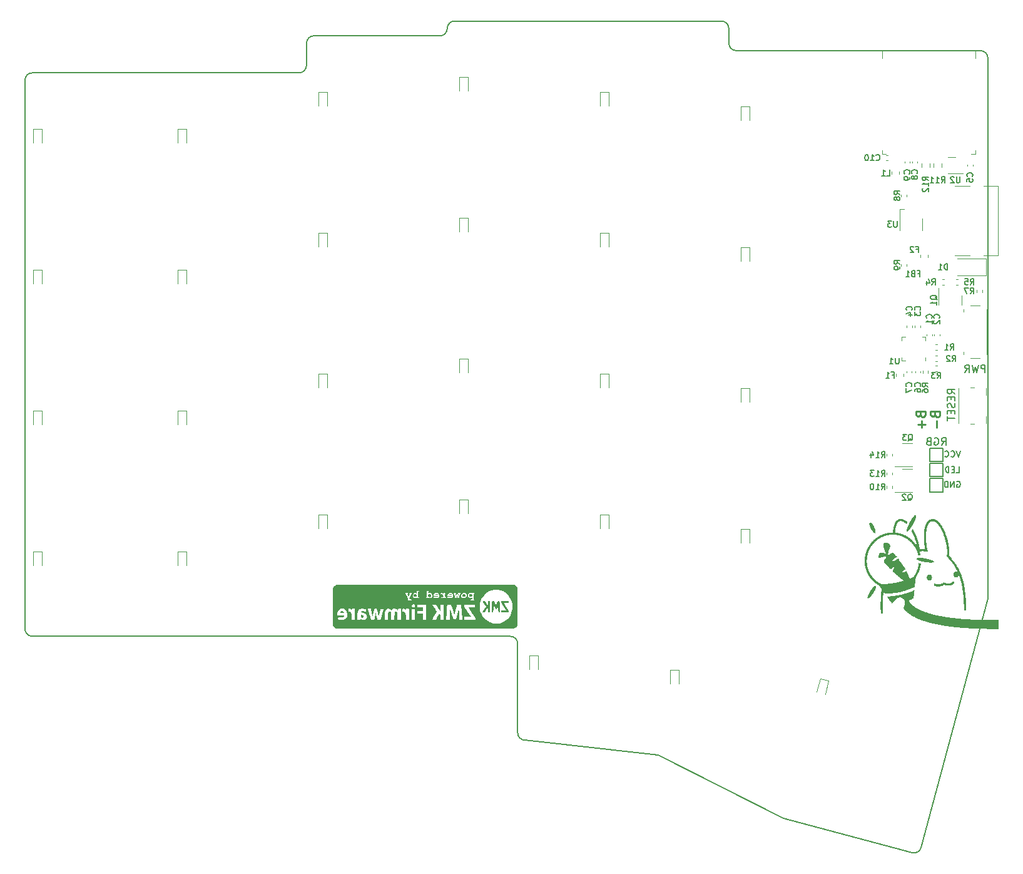
<source format=gbr>
%TF.GenerationSoftware,KiCad,Pcbnew,(6.0.4)*%
%TF.CreationDate,2022-07-21T07:53:48-07:00*%
%TF.ProjectId,Conejo,436f6e65-6a6f-42e6-9b69-6361645f7063,v1.0.0*%
%TF.SameCoordinates,Original*%
%TF.FileFunction,Legend,Bot*%
%TF.FilePolarity,Positive*%
%FSLAX46Y46*%
G04 Gerber Fmt 4.6, Leading zero omitted, Abs format (unit mm)*
G04 Created by KiCad (PCBNEW (6.0.4)) date 2022-07-21 07:53:48*
%MOMM*%
%LPD*%
G01*
G04 APERTURE LIST*
%TA.AperFunction,Profile*%
%ADD10C,0.150000*%
%TD*%
%ADD11C,0.200000*%
%ADD12C,0.150000*%
%ADD13C,0.250000*%
%ADD14C,0.120000*%
%ADD15C,0.100000*%
G04 APERTURE END LIST*
D10*
X85725000Y13525000D02*
X85725000Y11525000D01*
X93101679Y-93260414D02*
X76199999Y-84725000D01*
X57150000Y-69675000D02*
G75*
G03*
X56150001Y-68675000I-1000000J0D01*
G01*
X29575000Y12528800D02*
X46625000Y12525000D01*
X56150001Y-68675000D02*
X-8525000Y-68674999D01*
X48625000Y14525000D02*
G75*
G03*
X47625000Y13525000I0J-1000000D01*
G01*
X27575000Y7525000D02*
X-8525000Y7525000D01*
X28575000Y11528800D02*
X28575000Y8525000D01*
X85725000Y11525000D02*
G75*
G03*
X86725000Y10525000I1000000J0D01*
G01*
X57150000Y-81725000D02*
G75*
G03*
X58150000Y-82725000I1000000J0D01*
G01*
X-9525000Y-67675000D02*
X-9525000Y6525000D01*
X-8525000Y7525000D02*
G75*
G03*
X-9525000Y6525000I-1J-999999D01*
G01*
X-9525000Y-67675000D02*
G75*
G03*
X-8525000Y-68674999I1000001J2D01*
G01*
X46625000Y12525000D02*
G75*
G03*
X47625000Y13525000I0J1000000D01*
G01*
X29575000Y12528800D02*
G75*
G03*
X28575000Y11528800I0J-1000000D01*
G01*
X120775000Y9525000D02*
G75*
G03*
X119775000Y10525000I-1000000J0D01*
G01*
X57150000Y-81725000D02*
X57150001Y-69675000D01*
X93101679Y-93260414D02*
X110536640Y-97932098D01*
X86725000Y10525000D02*
X119775000Y10525000D01*
X110536648Y-97932067D02*
G75*
G03*
X111761384Y-97224991I258852J965867D01*
G01*
X84725000Y14525000D02*
X48625000Y14525000D01*
X76199999Y-84725000D02*
X58150000Y-82725000D01*
X27575000Y7525000D02*
G75*
G03*
X28575000Y8525000I0J1000000D01*
G01*
X85725000Y13525000D02*
G75*
G03*
X84725000Y14525000I-1000000J0D01*
G01*
X120775000Y9525000D02*
X120775000Y-63575000D01*
X120775000Y-63575000D02*
X111761384Y-97224991D01*
D11*
X114515476Y-42827380D02*
X114848809Y-42351190D01*
X115086904Y-42827380D02*
X115086904Y-41827380D01*
X114705952Y-41827380D01*
X114610714Y-41875000D01*
X114563095Y-41922619D01*
X114515476Y-42017857D01*
X114515476Y-42160714D01*
X114563095Y-42255952D01*
X114610714Y-42303571D01*
X114705952Y-42351190D01*
X115086904Y-42351190D01*
X113563095Y-41875000D02*
X113658333Y-41827380D01*
X113801190Y-41827380D01*
X113944047Y-41875000D01*
X114039285Y-41970238D01*
X114086904Y-42065476D01*
X114134523Y-42255952D01*
X114134523Y-42398809D01*
X114086904Y-42589285D01*
X114039285Y-42684523D01*
X113944047Y-42779761D01*
X113801190Y-42827380D01*
X113705952Y-42827380D01*
X113563095Y-42779761D01*
X113515476Y-42732142D01*
X113515476Y-42398809D01*
X113705952Y-42398809D01*
X112753571Y-42303571D02*
X112610714Y-42351190D01*
X112563095Y-42398809D01*
X112515476Y-42494047D01*
X112515476Y-42636904D01*
X112563095Y-42732142D01*
X112610714Y-42779761D01*
X112705952Y-42827380D01*
X113086904Y-42827380D01*
X113086904Y-41827380D01*
X112753571Y-41827380D01*
X112658333Y-41875000D01*
X112610714Y-41922619D01*
X112563095Y-42017857D01*
X112563095Y-42113095D01*
X112610714Y-42208333D01*
X112658333Y-42255952D01*
X112753571Y-42303571D01*
X113086904Y-42303571D01*
X116327380Y-35872619D02*
X115851190Y-35539285D01*
X116327380Y-35301190D02*
X115327380Y-35301190D01*
X115327380Y-35682142D01*
X115375000Y-35777380D01*
X115422619Y-35825000D01*
X115517857Y-35872619D01*
X115660714Y-35872619D01*
X115755952Y-35825000D01*
X115803571Y-35777380D01*
X115851190Y-35682142D01*
X115851190Y-35301190D01*
X115803571Y-36301190D02*
X115803571Y-36634523D01*
X116327380Y-36777380D02*
X116327380Y-36301190D01*
X115327380Y-36301190D01*
X115327380Y-36777380D01*
X116279761Y-37158333D02*
X116327380Y-37301190D01*
X116327380Y-37539285D01*
X116279761Y-37634523D01*
X116232142Y-37682142D01*
X116136904Y-37729761D01*
X116041666Y-37729761D01*
X115946428Y-37682142D01*
X115898809Y-37634523D01*
X115851190Y-37539285D01*
X115803571Y-37348809D01*
X115755952Y-37253571D01*
X115708333Y-37205952D01*
X115613095Y-37158333D01*
X115517857Y-37158333D01*
X115422619Y-37205952D01*
X115375000Y-37253571D01*
X115327380Y-37348809D01*
X115327380Y-37586904D01*
X115375000Y-37729761D01*
X115803571Y-38158333D02*
X115803571Y-38491666D01*
X116327380Y-38634523D02*
X116327380Y-38158333D01*
X115327380Y-38158333D01*
X115327380Y-38634523D01*
X115327380Y-38920238D02*
X115327380Y-39491666D01*
X116327380Y-39205952D02*
X115327380Y-39205952D01*
X120408333Y-32977380D02*
X120408333Y-31977380D01*
X120027380Y-31977380D01*
X119932142Y-32025000D01*
X119884523Y-32072619D01*
X119836904Y-32167857D01*
X119836904Y-32310714D01*
X119884523Y-32405952D01*
X119932142Y-32453571D01*
X120027380Y-32501190D01*
X120408333Y-32501190D01*
X119503571Y-31977380D02*
X119265476Y-32977380D01*
X119075000Y-32263095D01*
X118884523Y-32977380D01*
X118646428Y-31977380D01*
X117694047Y-32977380D02*
X118027380Y-32501190D01*
X118265476Y-32977380D02*
X118265476Y-31977380D01*
X117884523Y-31977380D01*
X117789285Y-32025000D01*
X117741666Y-32072619D01*
X117694047Y-32167857D01*
X117694047Y-32310714D01*
X117741666Y-32405952D01*
X117789285Y-32453571D01*
X117884523Y-32501190D01*
X118265476Y-32501190D01*
D12*
%TO.C,C8*%
X111160714Y-6091666D02*
X111198809Y-6053571D01*
X111236904Y-5939285D01*
X111236904Y-5863095D01*
X111198809Y-5748809D01*
X111122619Y-5672619D01*
X111046428Y-5634523D01*
X110894047Y-5596428D01*
X110779761Y-5596428D01*
X110627380Y-5634523D01*
X110551190Y-5672619D01*
X110475000Y-5748809D01*
X110436904Y-5863095D01*
X110436904Y-5939285D01*
X110475000Y-6053571D01*
X110513095Y-6091666D01*
X110779761Y-6548809D02*
X110741666Y-6472619D01*
X110703571Y-6434523D01*
X110627380Y-6396428D01*
X110589285Y-6396428D01*
X110513095Y-6434523D01*
X110475000Y-6472619D01*
X110436904Y-6548809D01*
X110436904Y-6701190D01*
X110475000Y-6777380D01*
X110513095Y-6815476D01*
X110589285Y-6853571D01*
X110627380Y-6853571D01*
X110703571Y-6815476D01*
X110741666Y-6777380D01*
X110779761Y-6701190D01*
X110779761Y-6548809D01*
X110817857Y-6472619D01*
X110855952Y-6434523D01*
X110932142Y-6396428D01*
X111084523Y-6396428D01*
X111160714Y-6434523D01*
X111198809Y-6472619D01*
X111236904Y-6548809D01*
X111236904Y-6701190D01*
X111198809Y-6777380D01*
X111160714Y-6815476D01*
X111084523Y-6853571D01*
X110932142Y-6853571D01*
X110855952Y-6815476D01*
X110817857Y-6777380D01*
X110779761Y-6701190D01*
%TO.C,L1*%
X107108333Y-6386904D02*
X107489285Y-6386904D01*
X107489285Y-5586904D01*
X106422619Y-6386904D02*
X106879761Y-6386904D01*
X106651190Y-6386904D02*
X106651190Y-5586904D01*
X106727380Y-5701190D01*
X106803571Y-5777380D01*
X106879761Y-5815476D01*
%TO.C,FB1*%
X111334466Y-19617857D02*
X111601133Y-19617857D01*
X111601133Y-20036904D02*
X111601133Y-19236904D01*
X111220180Y-19236904D01*
X110648752Y-19617857D02*
X110534466Y-19655952D01*
X110496371Y-19694047D01*
X110458276Y-19770238D01*
X110458276Y-19884523D01*
X110496371Y-19960714D01*
X110534466Y-19998809D01*
X110610657Y-20036904D01*
X110915419Y-20036904D01*
X110915419Y-19236904D01*
X110648752Y-19236904D01*
X110572561Y-19275000D01*
X110534466Y-19313095D01*
X110496371Y-19389285D01*
X110496371Y-19465476D01*
X110534466Y-19541666D01*
X110572561Y-19579761D01*
X110648752Y-19617857D01*
X110915419Y-19617857D01*
X109696371Y-20036904D02*
X110153514Y-20036904D01*
X109924942Y-20036904D02*
X109924942Y-19236904D01*
X110001133Y-19351190D01*
X110077323Y-19427380D01*
X110153514Y-19465476D01*
%TO.C,C4*%
X110460714Y-24567866D02*
X110498809Y-24529771D01*
X110536904Y-24415485D01*
X110536904Y-24339295D01*
X110498809Y-24225009D01*
X110422619Y-24148819D01*
X110346428Y-24110723D01*
X110194047Y-24072628D01*
X110079761Y-24072628D01*
X109927380Y-24110723D01*
X109851190Y-24148819D01*
X109775000Y-24225009D01*
X109736904Y-24339295D01*
X109736904Y-24415485D01*
X109775000Y-24529771D01*
X109813095Y-24567866D01*
X110003571Y-25253580D02*
X110536904Y-25253580D01*
X109698809Y-25063104D02*
X110270238Y-24872628D01*
X110270238Y-25367866D01*
%TO.C,R13*%
X106389285Y-47036903D02*
X106655952Y-46655951D01*
X106846428Y-47036903D02*
X106846428Y-46236903D01*
X106541666Y-46236903D01*
X106465476Y-46274999D01*
X106427380Y-46313094D01*
X106389285Y-46389284D01*
X106389285Y-46503570D01*
X106427380Y-46579760D01*
X106465476Y-46617856D01*
X106541666Y-46655951D01*
X106846428Y-46655951D01*
X105627380Y-47036903D02*
X106084523Y-47036903D01*
X105855952Y-47036903D02*
X105855952Y-46236903D01*
X105932142Y-46351189D01*
X106008333Y-46427379D01*
X106084523Y-46465475D01*
X105360714Y-46236903D02*
X104865476Y-46236903D01*
X105132142Y-46541665D01*
X105017857Y-46541665D01*
X104941666Y-46579760D01*
X104903571Y-46617856D01*
X104865476Y-46694046D01*
X104865476Y-46884522D01*
X104903571Y-46960713D01*
X104941666Y-46998808D01*
X105017857Y-47036903D01*
X105246428Y-47036903D01*
X105322619Y-46998808D01*
X105360714Y-46960713D01*
%TO.C,U3*%
X108484523Y-12536904D02*
X108484523Y-13184523D01*
X108446428Y-13260714D01*
X108408333Y-13298809D01*
X108332142Y-13336904D01*
X108179761Y-13336904D01*
X108103571Y-13298809D01*
X108065476Y-13260714D01*
X108027380Y-13184523D01*
X108027380Y-12536904D01*
X107722619Y-12536904D02*
X107227380Y-12536904D01*
X107494047Y-12841666D01*
X107379761Y-12841666D01*
X107303571Y-12879761D01*
X107265476Y-12917857D01*
X107227380Y-12994047D01*
X107227380Y-13184523D01*
X107265476Y-13260714D01*
X107303571Y-13298809D01*
X107379761Y-13336904D01*
X107608333Y-13336904D01*
X107684523Y-13298809D01*
X107722619Y-13260714D01*
%TO.C,J4*%
X116584523Y-47750000D02*
X116660714Y-47711904D01*
X116775000Y-47711904D01*
X116889285Y-47750000D01*
X116965476Y-47826190D01*
X117003571Y-47902380D01*
X117041666Y-48054761D01*
X117041666Y-48169047D01*
X117003571Y-48321428D01*
X116965476Y-48397619D01*
X116889285Y-48473809D01*
X116775000Y-48511904D01*
X116698809Y-48511904D01*
X116584523Y-48473809D01*
X116546428Y-48435714D01*
X116546428Y-48169047D01*
X116698809Y-48169047D01*
X116203571Y-48511904D02*
X116203571Y-47711904D01*
X115746428Y-48511904D01*
X115746428Y-47711904D01*
X115365476Y-48511904D02*
X115365476Y-47711904D01*
X115175000Y-47711904D01*
X115060714Y-47750000D01*
X114984523Y-47826190D01*
X114946428Y-47902380D01*
X114908333Y-48054761D01*
X114908333Y-48169047D01*
X114946428Y-48321428D01*
X114984523Y-48397619D01*
X115060714Y-48473809D01*
X115175000Y-48511904D01*
X115365476Y-48511904D01*
X117041666Y-43611904D02*
X116775000Y-44411904D01*
X116508333Y-43611904D01*
X115784523Y-44335714D02*
X115822619Y-44373809D01*
X115936904Y-44411904D01*
X116013095Y-44411904D01*
X116127380Y-44373809D01*
X116203571Y-44297619D01*
X116241666Y-44221428D01*
X116279761Y-44069047D01*
X116279761Y-43954761D01*
X116241666Y-43802380D01*
X116203571Y-43726190D01*
X116127380Y-43650000D01*
X116013095Y-43611904D01*
X115936904Y-43611904D01*
X115822619Y-43650000D01*
X115784523Y-43688095D01*
X114984523Y-44335714D02*
X115022619Y-44373809D01*
X115136904Y-44411904D01*
X115213095Y-44411904D01*
X115327380Y-44373809D01*
X115403571Y-44297619D01*
X115441666Y-44221428D01*
X115479761Y-44069047D01*
X115479761Y-43954761D01*
X115441666Y-43802380D01*
X115403571Y-43726190D01*
X115327380Y-43650000D01*
X115213095Y-43611904D01*
X115136904Y-43611904D01*
X115022619Y-43650000D01*
X114984523Y-43688095D01*
X116489285Y-46511904D02*
X116870238Y-46511904D01*
X116870238Y-45711904D01*
X116222619Y-46092857D02*
X115955952Y-46092857D01*
X115841666Y-46511904D02*
X116222619Y-46511904D01*
X116222619Y-45711904D01*
X115841666Y-45711904D01*
X115498809Y-46511904D02*
X115498809Y-45711904D01*
X115308333Y-45711904D01*
X115194047Y-45750000D01*
X115117857Y-45826190D01*
X115079761Y-45902380D01*
X115041666Y-46054761D01*
X115041666Y-46169047D01*
X115079761Y-46321428D01*
X115117857Y-46397619D01*
X115194047Y-46473809D01*
X115308333Y-46511904D01*
X115498809Y-46511904D01*
%TO.C,C9*%
X110160714Y-6126666D02*
X110198809Y-6084285D01*
X110236904Y-5957142D01*
X110236904Y-5872380D01*
X110198809Y-5745238D01*
X110122619Y-5660476D01*
X110046428Y-5618095D01*
X109894047Y-5575714D01*
X109779761Y-5575714D01*
X109627380Y-5618095D01*
X109551190Y-5660476D01*
X109475000Y-5745238D01*
X109436904Y-5872380D01*
X109436904Y-5957142D01*
X109475000Y-6084285D01*
X109513095Y-6126666D01*
X110236904Y-6550476D02*
X110236904Y-6720000D01*
X110198809Y-6804761D01*
X110160714Y-6847142D01*
X110046428Y-6931904D01*
X109894047Y-6974285D01*
X109589285Y-6974285D01*
X109513095Y-6931904D01*
X109475000Y-6889523D01*
X109436904Y-6804761D01*
X109436904Y-6635238D01*
X109475000Y-6550476D01*
X109513095Y-6508095D01*
X109589285Y-6465714D01*
X109779761Y-6465714D01*
X109855952Y-6508095D01*
X109894047Y-6550476D01*
X109932142Y-6635238D01*
X109932142Y-6804761D01*
X109894047Y-6889523D01*
X109855952Y-6931904D01*
X109779761Y-6974285D01*
%TO.C,R6*%
X112686904Y-34941666D02*
X112305952Y-34675000D01*
X112686904Y-34484523D02*
X111886904Y-34484523D01*
X111886904Y-34789285D01*
X111925000Y-34865476D01*
X111963095Y-34903571D01*
X112039285Y-34941666D01*
X112153571Y-34941666D01*
X112229761Y-34903571D01*
X112267857Y-34865476D01*
X112305952Y-34789285D01*
X112305952Y-34484523D01*
X111886904Y-35627380D02*
X111886904Y-35475000D01*
X111925000Y-35398809D01*
X111963095Y-35360714D01*
X112077380Y-35284523D01*
X112229761Y-35246428D01*
X112534523Y-35246428D01*
X112610714Y-35284523D01*
X112648809Y-35322619D01*
X112686904Y-35398809D01*
X112686904Y-35551190D01*
X112648809Y-35627380D01*
X112610714Y-35665476D01*
X112534523Y-35703571D01*
X112344047Y-35703571D01*
X112267857Y-35665476D01*
X112229761Y-35627380D01*
X112191666Y-35551190D01*
X112191666Y-35398809D01*
X112229761Y-35322619D01*
X112267857Y-35284523D01*
X112344047Y-35246428D01*
%TO.C,R12*%
X112736904Y-7010714D02*
X112355952Y-6744047D01*
X112736904Y-6553571D02*
X111936904Y-6553571D01*
X111936904Y-6858333D01*
X111975000Y-6934523D01*
X112013095Y-6972619D01*
X112089285Y-7010714D01*
X112203571Y-7010714D01*
X112279761Y-6972619D01*
X112317857Y-6934523D01*
X112355952Y-6858333D01*
X112355952Y-6553571D01*
X112736904Y-7772619D02*
X112736904Y-7315476D01*
X112736904Y-7544047D02*
X111936904Y-7544047D01*
X112051190Y-7467857D01*
X112127380Y-7391666D01*
X112165476Y-7315476D01*
X112013095Y-8077380D02*
X111975000Y-8115476D01*
X111936904Y-8191666D01*
X111936904Y-8382142D01*
X111975000Y-8458333D01*
X112013095Y-8496428D01*
X112089285Y-8534523D01*
X112165476Y-8534523D01*
X112279761Y-8496428D01*
X112736904Y-8039285D01*
X112736904Y-8534523D01*
D13*
%TO.C,J1*%
X111635714Y-38690476D02*
X111695238Y-38869047D01*
X111754761Y-38928571D01*
X111873809Y-38988095D01*
X112052380Y-38988095D01*
X112171428Y-38928571D01*
X112230952Y-38869047D01*
X112290476Y-38750000D01*
X112290476Y-38273809D01*
X111040476Y-38273809D01*
X111040476Y-38690476D01*
X111100000Y-38809523D01*
X111159523Y-38869047D01*
X111278571Y-38928571D01*
X111397619Y-38928571D01*
X111516666Y-38869047D01*
X111576190Y-38809523D01*
X111635714Y-38690476D01*
X111635714Y-38273809D01*
X111814285Y-39523809D02*
X111814285Y-40476190D01*
X112290476Y-40000000D02*
X111338095Y-40000000D01*
X113635714Y-38690476D02*
X113695238Y-38869047D01*
X113754761Y-38928571D01*
X113873809Y-38988095D01*
X114052380Y-38988095D01*
X114171428Y-38928571D01*
X114230952Y-38869047D01*
X114290476Y-38750000D01*
X114290476Y-38273809D01*
X113040476Y-38273809D01*
X113040476Y-38690476D01*
X113100000Y-38809523D01*
X113159523Y-38869047D01*
X113278571Y-38928571D01*
X113397619Y-38928571D01*
X113516666Y-38869047D01*
X113576190Y-38809523D01*
X113635714Y-38690476D01*
X113635714Y-38273809D01*
X113814285Y-39523809D02*
X113814285Y-40476190D01*
D12*
%TO.C,R1*%
X115708333Y-29936904D02*
X115975000Y-29555952D01*
X116165476Y-29936904D02*
X116165476Y-29136904D01*
X115860714Y-29136904D01*
X115784523Y-29175000D01*
X115746428Y-29213095D01*
X115708333Y-29289285D01*
X115708333Y-29403571D01*
X115746428Y-29479761D01*
X115784523Y-29517857D01*
X115860714Y-29555952D01*
X116165476Y-29555952D01*
X114946428Y-29936904D02*
X115403571Y-29936904D01*
X115175000Y-29936904D02*
X115175000Y-29136904D01*
X115251190Y-29251190D01*
X115327380Y-29327380D01*
X115403571Y-29365476D01*
%TO.C,R3*%
X113925333Y-33781704D02*
X114192000Y-33400752D01*
X114382476Y-33781704D02*
X114382476Y-32981704D01*
X114077714Y-32981704D01*
X114001523Y-33019800D01*
X113963428Y-33057895D01*
X113925333Y-33134085D01*
X113925333Y-33248371D01*
X113963428Y-33324561D01*
X114001523Y-33362657D01*
X114077714Y-33400752D01*
X114382476Y-33400752D01*
X113658666Y-32981704D02*
X113163428Y-32981704D01*
X113430095Y-33286466D01*
X113315809Y-33286466D01*
X113239619Y-33324561D01*
X113201523Y-33362657D01*
X113163428Y-33438847D01*
X113163428Y-33629323D01*
X113201523Y-33705514D01*
X113239619Y-33743609D01*
X113315809Y-33781704D01*
X113544380Y-33781704D01*
X113620571Y-33743609D01*
X113658666Y-33705514D01*
%TO.C,U1*%
X108734523Y-31036904D02*
X108734523Y-31684523D01*
X108696428Y-31760714D01*
X108658333Y-31798809D01*
X108582142Y-31836904D01*
X108429761Y-31836904D01*
X108353571Y-31798809D01*
X108315476Y-31760714D01*
X108277380Y-31684523D01*
X108277380Y-31036904D01*
X107477380Y-31836904D02*
X107934523Y-31836904D01*
X107705952Y-31836904D02*
X107705952Y-31036904D01*
X107782142Y-31151190D01*
X107858333Y-31227380D01*
X107934523Y-31265476D01*
%TO.C,D1*%
X115315476Y-19086904D02*
X115315476Y-18286904D01*
X115125000Y-18286904D01*
X115010714Y-18325000D01*
X114934523Y-18401190D01*
X114896428Y-18477380D01*
X114858333Y-18629761D01*
X114858333Y-18744047D01*
X114896428Y-18896428D01*
X114934523Y-18972619D01*
X115010714Y-19048809D01*
X115125000Y-19086904D01*
X115315476Y-19086904D01*
X114096428Y-19086904D02*
X114553571Y-19086904D01*
X114325000Y-19086904D02*
X114325000Y-18286904D01*
X114401190Y-18401190D01*
X114477380Y-18477380D01*
X114553571Y-18515476D01*
%TO.C,C6*%
X111610714Y-34891666D02*
X111648809Y-34853571D01*
X111686904Y-34739285D01*
X111686904Y-34663095D01*
X111648809Y-34548809D01*
X111572619Y-34472619D01*
X111496428Y-34434523D01*
X111344047Y-34396428D01*
X111229761Y-34396428D01*
X111077380Y-34434523D01*
X111001190Y-34472619D01*
X110925000Y-34548809D01*
X110886904Y-34663095D01*
X110886904Y-34739285D01*
X110925000Y-34853571D01*
X110963095Y-34891666D01*
X110886904Y-35577380D02*
X110886904Y-35425000D01*
X110925000Y-35348809D01*
X110963095Y-35310714D01*
X111077380Y-35234523D01*
X111229761Y-35196428D01*
X111534523Y-35196428D01*
X111610714Y-35234523D01*
X111648809Y-35272619D01*
X111686904Y-35348809D01*
X111686904Y-35501190D01*
X111648809Y-35577380D01*
X111610714Y-35615476D01*
X111534523Y-35653571D01*
X111344047Y-35653571D01*
X111267857Y-35615476D01*
X111229761Y-35577380D01*
X111191666Y-35501190D01*
X111191666Y-35348809D01*
X111229761Y-35272619D01*
X111267857Y-35234523D01*
X111344047Y-35196428D01*
%TO.C,R4*%
X113208333Y-21136904D02*
X113475000Y-20755952D01*
X113665476Y-21136904D02*
X113665476Y-20336904D01*
X113360714Y-20336904D01*
X113284523Y-20375000D01*
X113246428Y-20413095D01*
X113208333Y-20489285D01*
X113208333Y-20603571D01*
X113246428Y-20679761D01*
X113284523Y-20717857D01*
X113360714Y-20755952D01*
X113665476Y-20755952D01*
X112522619Y-20603571D02*
X112522619Y-21136904D01*
X112713095Y-20298809D02*
X112903571Y-20870238D01*
X112408333Y-20870238D01*
%TO.C,F1*%
X107812466Y-33317857D02*
X108079133Y-33317857D01*
X108079133Y-33736904D02*
X108079133Y-32936904D01*
X107698180Y-32936904D01*
X106974371Y-33736904D02*
X107431514Y-33736904D01*
X107202942Y-33736904D02*
X107202942Y-32936904D01*
X107279133Y-33051190D01*
X107355323Y-33127380D01*
X107431514Y-33165476D01*
%TO.C,C3*%
X111574314Y-24567866D02*
X111612409Y-24529771D01*
X111650504Y-24415485D01*
X111650504Y-24339295D01*
X111612409Y-24225009D01*
X111536219Y-24148819D01*
X111460028Y-24110723D01*
X111307647Y-24072628D01*
X111193361Y-24072628D01*
X111040980Y-24110723D01*
X110964790Y-24148819D01*
X110888600Y-24225009D01*
X110850504Y-24339295D01*
X110850504Y-24415485D01*
X110888600Y-24529771D01*
X110926695Y-24567866D01*
X110850504Y-24834533D02*
X110850504Y-25329771D01*
X111155266Y-25063104D01*
X111155266Y-25177390D01*
X111193361Y-25253580D01*
X111231457Y-25291676D01*
X111307647Y-25329771D01*
X111498123Y-25329771D01*
X111574314Y-25291676D01*
X111612409Y-25253580D01*
X111650504Y-25177390D01*
X111650504Y-24948819D01*
X111612409Y-24872628D01*
X111574314Y-24834533D01*
%TO.C,R7*%
X118408333Y-22336904D02*
X118675000Y-21955952D01*
X118865476Y-22336904D02*
X118865476Y-21536904D01*
X118560714Y-21536904D01*
X118484523Y-21575000D01*
X118446428Y-21613095D01*
X118408333Y-21689285D01*
X118408333Y-21803571D01*
X118446428Y-21879761D01*
X118484523Y-21917857D01*
X118560714Y-21955952D01*
X118865476Y-21955952D01*
X118141666Y-21536904D02*
X117608333Y-21536904D01*
X117951190Y-22336904D01*
%TO.C,C10*%
X105651485Y-4260714D02*
X105689580Y-4298809D01*
X105803866Y-4336904D01*
X105880057Y-4336904D01*
X105994342Y-4298809D01*
X106070533Y-4222619D01*
X106108628Y-4146428D01*
X106146723Y-3994047D01*
X106146723Y-3879761D01*
X106108628Y-3727380D01*
X106070533Y-3651190D01*
X105994342Y-3575000D01*
X105880057Y-3536904D01*
X105803866Y-3536904D01*
X105689580Y-3575000D01*
X105651485Y-3613095D01*
X104889580Y-4336904D02*
X105346723Y-4336904D01*
X105118152Y-4336904D02*
X105118152Y-3536904D01*
X105194342Y-3651190D01*
X105270533Y-3727380D01*
X105346723Y-3765476D01*
X104394342Y-3536904D02*
X104318152Y-3536904D01*
X104241961Y-3575000D01*
X104203866Y-3613095D01*
X104165771Y-3689285D01*
X104127676Y-3841666D01*
X104127676Y-4032142D01*
X104165771Y-4184523D01*
X104203866Y-4260714D01*
X104241961Y-4298809D01*
X104318152Y-4336904D01*
X104394342Y-4336904D01*
X104470533Y-4298809D01*
X104508628Y-4260714D01*
X104546723Y-4184523D01*
X104584819Y-4032142D01*
X104584819Y-3841666D01*
X104546723Y-3689285D01*
X104508628Y-3613095D01*
X104470533Y-3575000D01*
X104394342Y-3536904D01*
%TO.C,R10*%
X106389285Y-48836904D02*
X106655952Y-48455952D01*
X106846428Y-48836904D02*
X106846428Y-48036904D01*
X106541666Y-48036904D01*
X106465476Y-48075000D01*
X106427380Y-48113095D01*
X106389285Y-48189285D01*
X106389285Y-48303571D01*
X106427380Y-48379761D01*
X106465476Y-48417857D01*
X106541666Y-48455952D01*
X106846428Y-48455952D01*
X105627380Y-48836904D02*
X106084523Y-48836904D01*
X105855952Y-48836904D02*
X105855952Y-48036904D01*
X105932142Y-48151190D01*
X106008333Y-48227380D01*
X106084523Y-48265476D01*
X105132142Y-48036904D02*
X105055952Y-48036904D01*
X104979761Y-48075000D01*
X104941666Y-48113095D01*
X104903571Y-48189285D01*
X104865476Y-48341666D01*
X104865476Y-48532142D01*
X104903571Y-48684523D01*
X104941666Y-48760714D01*
X104979761Y-48798809D01*
X105055952Y-48836904D01*
X105132142Y-48836904D01*
X105208333Y-48798809D01*
X105246428Y-48760714D01*
X105284523Y-48684523D01*
X105322619Y-48532142D01*
X105322619Y-48341666D01*
X105284523Y-48189285D01*
X105246428Y-48113095D01*
X105208333Y-48075000D01*
X105132142Y-48036904D01*
%TO.C,Q1*%
X113913095Y-23148809D02*
X113875000Y-23072619D01*
X113798809Y-22996428D01*
X113684523Y-22882142D01*
X113646428Y-22805952D01*
X113646428Y-22729761D01*
X113836904Y-22767857D02*
X113798809Y-22691666D01*
X113722619Y-22615476D01*
X113570238Y-22577380D01*
X113303571Y-22577380D01*
X113151190Y-22615476D01*
X113075000Y-22691666D01*
X113036904Y-22767857D01*
X113036904Y-22920238D01*
X113075000Y-22996428D01*
X113151190Y-23072619D01*
X113303571Y-23110714D01*
X113570238Y-23110714D01*
X113722619Y-23072619D01*
X113798809Y-22996428D01*
X113836904Y-22920238D01*
X113836904Y-22767857D01*
X113836904Y-23872619D02*
X113836904Y-23415476D01*
X113836904Y-23644047D02*
X113036904Y-23644047D01*
X113151190Y-23567857D01*
X113227380Y-23491666D01*
X113265476Y-23415476D01*
%TO.C,R2*%
X115958333Y-31486904D02*
X116225000Y-31105952D01*
X116415476Y-31486904D02*
X116415476Y-30686904D01*
X116110714Y-30686904D01*
X116034523Y-30725000D01*
X115996428Y-30763095D01*
X115958333Y-30839285D01*
X115958333Y-30953571D01*
X115996428Y-31029761D01*
X116034523Y-31067857D01*
X116110714Y-31105952D01*
X116415476Y-31105952D01*
X115653571Y-30763095D02*
X115615476Y-30725000D01*
X115539285Y-30686904D01*
X115348809Y-30686904D01*
X115272619Y-30725000D01*
X115234523Y-30763095D01*
X115196428Y-30839285D01*
X115196428Y-30915476D01*
X115234523Y-31029761D01*
X115691666Y-31486904D01*
X115196428Y-31486904D01*
%TO.C,C7*%
X110410714Y-34891666D02*
X110448809Y-34853571D01*
X110486904Y-34739285D01*
X110486904Y-34663095D01*
X110448809Y-34548809D01*
X110372619Y-34472619D01*
X110296428Y-34434523D01*
X110144047Y-34396428D01*
X110029761Y-34396428D01*
X109877380Y-34434523D01*
X109801190Y-34472619D01*
X109725000Y-34548809D01*
X109686904Y-34663095D01*
X109686904Y-34739285D01*
X109725000Y-34853571D01*
X109763095Y-34891666D01*
X109686904Y-35158333D02*
X109686904Y-35691666D01*
X110486904Y-35348809D01*
%TO.C,C2*%
X114160714Y-25666466D02*
X114198809Y-25628371D01*
X114236904Y-25514085D01*
X114236904Y-25437895D01*
X114198809Y-25323609D01*
X114122619Y-25247419D01*
X114046428Y-25209323D01*
X113894047Y-25171228D01*
X113779761Y-25171228D01*
X113627380Y-25209323D01*
X113551190Y-25247419D01*
X113475000Y-25323609D01*
X113436904Y-25437895D01*
X113436904Y-25514085D01*
X113475000Y-25628371D01*
X113513095Y-25666466D01*
X113513095Y-25971228D02*
X113475000Y-26009323D01*
X113436904Y-26085514D01*
X113436904Y-26275990D01*
X113475000Y-26352180D01*
X113513095Y-26390276D01*
X113589285Y-26428371D01*
X113665476Y-26428371D01*
X113779761Y-26390276D01*
X114236904Y-25933133D01*
X114236904Y-26428371D01*
%TO.C,Q3*%
X109976190Y-42238095D02*
X110052380Y-42200000D01*
X110128571Y-42123809D01*
X110242857Y-42009523D01*
X110319047Y-41971428D01*
X110395238Y-41971428D01*
X110357142Y-42161904D02*
X110433333Y-42123809D01*
X110509523Y-42047619D01*
X110547619Y-41895238D01*
X110547619Y-41628571D01*
X110509523Y-41476190D01*
X110433333Y-41400000D01*
X110357142Y-41361904D01*
X110204761Y-41361904D01*
X110128571Y-41400000D01*
X110052380Y-41476190D01*
X110014285Y-41628571D01*
X110014285Y-41895238D01*
X110052380Y-42047619D01*
X110128571Y-42123809D01*
X110204761Y-42161904D01*
X110357142Y-42161904D01*
X109747619Y-41361904D02*
X109252380Y-41361904D01*
X109519047Y-41666666D01*
X109404761Y-41666666D01*
X109328571Y-41704761D01*
X109290476Y-41742857D01*
X109252380Y-41819047D01*
X109252380Y-42009523D01*
X109290476Y-42085714D01*
X109328571Y-42123809D01*
X109404761Y-42161904D01*
X109633333Y-42161904D01*
X109709523Y-42123809D01*
X109747619Y-42085714D01*
%TO.C,R11*%
X114489285Y-7336904D02*
X114755952Y-6955952D01*
X114946428Y-7336904D02*
X114946428Y-6536904D01*
X114641666Y-6536904D01*
X114565476Y-6575000D01*
X114527380Y-6613095D01*
X114489285Y-6689285D01*
X114489285Y-6803571D01*
X114527380Y-6879761D01*
X114565476Y-6917857D01*
X114641666Y-6955952D01*
X114946428Y-6955952D01*
X113727380Y-7336904D02*
X114184523Y-7336904D01*
X113955952Y-7336904D02*
X113955952Y-6536904D01*
X114032142Y-6651190D01*
X114108333Y-6727380D01*
X114184523Y-6765476D01*
X112965476Y-7336904D02*
X113422619Y-7336904D01*
X113194047Y-7336904D02*
X113194047Y-6536904D01*
X113270238Y-6651190D01*
X113346428Y-6727380D01*
X113422619Y-6765476D01*
%TO.C,C1*%
X113160714Y-25641066D02*
X113198809Y-25602971D01*
X113236904Y-25488685D01*
X113236904Y-25412495D01*
X113198809Y-25298209D01*
X113122619Y-25222019D01*
X113046428Y-25183923D01*
X112894047Y-25145828D01*
X112779761Y-25145828D01*
X112627380Y-25183923D01*
X112551190Y-25222019D01*
X112475000Y-25298209D01*
X112436904Y-25412495D01*
X112436904Y-25488685D01*
X112475000Y-25602971D01*
X112513095Y-25641066D01*
X113236904Y-26402971D02*
X113236904Y-25945828D01*
X113236904Y-26174400D02*
X112436904Y-26174400D01*
X112551190Y-26098209D01*
X112627380Y-26022019D01*
X112665476Y-25945828D01*
%TO.C,F2*%
X111091666Y-16367857D02*
X111358333Y-16367857D01*
X111358333Y-16786904D02*
X111358333Y-15986904D01*
X110977380Y-15986904D01*
X110710714Y-16063095D02*
X110672619Y-16025000D01*
X110596428Y-15986904D01*
X110405952Y-15986904D01*
X110329761Y-16025000D01*
X110291666Y-16063095D01*
X110253571Y-16139285D01*
X110253571Y-16215476D01*
X110291666Y-16329761D01*
X110748809Y-16786904D01*
X110253571Y-16786904D01*
%TO.C,R8*%
X108886904Y-8941666D02*
X108505952Y-8675000D01*
X108886904Y-8484523D02*
X108086904Y-8484523D01*
X108086904Y-8789285D01*
X108125000Y-8865476D01*
X108163095Y-8903571D01*
X108239285Y-8941666D01*
X108353571Y-8941666D01*
X108429761Y-8903571D01*
X108467857Y-8865476D01*
X108505952Y-8789285D01*
X108505952Y-8484523D01*
X108429761Y-9398809D02*
X108391666Y-9322619D01*
X108353571Y-9284523D01*
X108277380Y-9246428D01*
X108239285Y-9246428D01*
X108163095Y-9284523D01*
X108125000Y-9322619D01*
X108086904Y-9398809D01*
X108086904Y-9551190D01*
X108125000Y-9627380D01*
X108163095Y-9665476D01*
X108239285Y-9703571D01*
X108277380Y-9703571D01*
X108353571Y-9665476D01*
X108391666Y-9627380D01*
X108429761Y-9551190D01*
X108429761Y-9398809D01*
X108467857Y-9322619D01*
X108505952Y-9284523D01*
X108582142Y-9246428D01*
X108734523Y-9246428D01*
X108810714Y-9284523D01*
X108848809Y-9322619D01*
X108886904Y-9398809D01*
X108886904Y-9551190D01*
X108848809Y-9627380D01*
X108810714Y-9665476D01*
X108734523Y-9703571D01*
X108582142Y-9703571D01*
X108505952Y-9665476D01*
X108467857Y-9627380D01*
X108429761Y-9551190D01*
%TO.C,R14*%
X106389285Y-44486904D02*
X106655952Y-44105952D01*
X106846428Y-44486904D02*
X106846428Y-43686904D01*
X106541666Y-43686904D01*
X106465476Y-43725000D01*
X106427380Y-43763095D01*
X106389285Y-43839285D01*
X106389285Y-43953571D01*
X106427380Y-44029761D01*
X106465476Y-44067857D01*
X106541666Y-44105952D01*
X106846428Y-44105952D01*
X105627380Y-44486904D02*
X106084523Y-44486904D01*
X105855952Y-44486904D02*
X105855952Y-43686904D01*
X105932142Y-43801190D01*
X106008333Y-43877380D01*
X106084523Y-43915476D01*
X104941666Y-43953571D02*
X104941666Y-44486904D01*
X105132142Y-43648809D02*
X105322619Y-44220238D01*
X104827380Y-44220238D01*
%TO.C,R5*%
X118408333Y-21136904D02*
X118675000Y-20755952D01*
X118865476Y-21136904D02*
X118865476Y-20336904D01*
X118560714Y-20336904D01*
X118484523Y-20375000D01*
X118446428Y-20413095D01*
X118408333Y-20489285D01*
X118408333Y-20603571D01*
X118446428Y-20679761D01*
X118484523Y-20717857D01*
X118560714Y-20755952D01*
X118865476Y-20755952D01*
X117684523Y-20336904D02*
X118065476Y-20336904D01*
X118103571Y-20717857D01*
X118065476Y-20679761D01*
X117989285Y-20641666D01*
X117798809Y-20641666D01*
X117722619Y-20679761D01*
X117684523Y-20717857D01*
X117646428Y-20794047D01*
X117646428Y-20984523D01*
X117684523Y-21060714D01*
X117722619Y-21098809D01*
X117798809Y-21136904D01*
X117989285Y-21136904D01*
X118065476Y-21098809D01*
X118103571Y-21060714D01*
%TO.C,R9*%
X108886904Y-18341666D02*
X108505952Y-18075000D01*
X108886904Y-17884523D02*
X108086904Y-17884523D01*
X108086904Y-18189285D01*
X108125000Y-18265476D01*
X108163095Y-18303571D01*
X108239285Y-18341666D01*
X108353571Y-18341666D01*
X108429761Y-18303571D01*
X108467857Y-18265476D01*
X108505952Y-18189285D01*
X108505952Y-17884523D01*
X108886904Y-18722619D02*
X108886904Y-18875000D01*
X108848809Y-18951190D01*
X108810714Y-18989285D01*
X108696428Y-19065476D01*
X108544047Y-19103571D01*
X108239285Y-19103571D01*
X108163095Y-19065476D01*
X108125000Y-19027380D01*
X108086904Y-18951190D01*
X108086904Y-18798809D01*
X108125000Y-18722619D01*
X108163095Y-18684523D01*
X108239285Y-18646428D01*
X108429761Y-18646428D01*
X108505952Y-18684523D01*
X108544047Y-18722619D01*
X108582142Y-18798809D01*
X108582142Y-18951190D01*
X108544047Y-19027380D01*
X108505952Y-19065476D01*
X108429761Y-19103571D01*
%TO.C,Q2*%
X109951190Y-50313095D02*
X110027380Y-50275000D01*
X110103571Y-50198809D01*
X110217857Y-50084523D01*
X110294047Y-50046428D01*
X110370238Y-50046428D01*
X110332142Y-50236904D02*
X110408333Y-50198809D01*
X110484523Y-50122619D01*
X110522619Y-49970238D01*
X110522619Y-49703571D01*
X110484523Y-49551190D01*
X110408333Y-49475000D01*
X110332142Y-49436904D01*
X110179761Y-49436904D01*
X110103571Y-49475000D01*
X110027380Y-49551190D01*
X109989285Y-49703571D01*
X109989285Y-49970238D01*
X110027380Y-50122619D01*
X110103571Y-50198809D01*
X110179761Y-50236904D01*
X110332142Y-50236904D01*
X109684523Y-49513095D02*
X109646428Y-49475000D01*
X109570238Y-49436904D01*
X109379761Y-49436904D01*
X109303571Y-49475000D01*
X109265476Y-49513095D01*
X109227380Y-49589285D01*
X109227380Y-49665476D01*
X109265476Y-49779761D01*
X109722619Y-50236904D01*
X109227380Y-50236904D01*
%TO.C,C5*%
X118660714Y-6491666D02*
X118698809Y-6453571D01*
X118736904Y-6339285D01*
X118736904Y-6263095D01*
X118698809Y-6148809D01*
X118622619Y-6072619D01*
X118546428Y-6034523D01*
X118394047Y-5996428D01*
X118279761Y-5996428D01*
X118127380Y-6034523D01*
X118051190Y-6072619D01*
X117975000Y-6148809D01*
X117936904Y-6263095D01*
X117936904Y-6339285D01*
X117975000Y-6453571D01*
X118013095Y-6491666D01*
X117936904Y-7215476D02*
X117936904Y-6834523D01*
X118317857Y-6796428D01*
X118279761Y-6834523D01*
X118241666Y-6910714D01*
X118241666Y-7101190D01*
X118279761Y-7177380D01*
X118317857Y-7215476D01*
X118394047Y-7253571D01*
X118584523Y-7253571D01*
X118660714Y-7215476D01*
X118698809Y-7177380D01*
X118736904Y-7101190D01*
X118736904Y-6910714D01*
X118698809Y-6834523D01*
X118660714Y-6796428D01*
%TO.C,U2*%
X116984523Y-6536904D02*
X116984523Y-7184523D01*
X116946428Y-7260714D01*
X116908333Y-7298809D01*
X116832142Y-7336904D01*
X116679761Y-7336904D01*
X116603571Y-7298809D01*
X116565476Y-7260714D01*
X116527380Y-7184523D01*
X116527380Y-6536904D01*
X116184523Y-6613095D02*
X116146428Y-6575000D01*
X116070238Y-6536904D01*
X115879761Y-6536904D01*
X115803571Y-6575000D01*
X115765476Y-6613095D01*
X115727380Y-6689285D01*
X115727380Y-6765476D01*
X115765476Y-6879761D01*
X116222619Y-7336904D01*
X115727380Y-7336904D01*
D14*
%TO.C,D21*%
X68275000Y-14100000D02*
X69475000Y-14100000D01*
X68275000Y-15950000D02*
X68275000Y-14100000D01*
X69475000Y-15950000D02*
X69475000Y-14100000D01*
%TO.C,D8*%
X12325000Y-20950000D02*
X12325000Y-19100000D01*
X11125000Y-20950000D02*
X11125000Y-19100000D01*
X11125000Y-19100000D02*
X12325000Y-19100000D01*
%TO.C,D4*%
X-8425000Y-19100000D02*
X-7225000Y-19100000D01*
X-7225000Y-20950000D02*
X-7225000Y-19100000D01*
X-8425000Y-20950000D02*
X-8425000Y-19100000D01*
%TO.C,SW1*%
X117525000Y-24425000D02*
X117525000Y-24775000D01*
X119725000Y-31025000D02*
X118425000Y-31025000D01*
X118425000Y-23925000D02*
X119725000Y-23925000D01*
X120625000Y-30525000D02*
X120625000Y-24425000D01*
X117525000Y-30175000D02*
X117525000Y-30525000D01*
%TO.C,D17*%
X50425000Y-33000000D02*
X50425000Y-31150000D01*
X49225000Y-33000000D02*
X49225000Y-31150000D01*
X49225000Y-31150000D02*
X50425000Y-31150000D01*
%TO.C,D28*%
X87325000Y-56050000D02*
X87325000Y-54200000D01*
X87325000Y-54200000D02*
X88525000Y-54200000D01*
X88525000Y-56050000D02*
X88525000Y-54200000D01*
%TO.C,D6*%
X-7225000Y-59050000D02*
X-7225000Y-57200000D01*
X-8425000Y-57200000D02*
X-7225000Y-57200000D01*
X-8425000Y-59050000D02*
X-8425000Y-57200000D01*
%TO.C,D5*%
X-7225000Y-40000000D02*
X-7225000Y-38150000D01*
X-8425000Y-40000000D02*
X-8425000Y-38150000D01*
X-8425000Y-38150000D02*
X-7225000Y-38150000D01*
%TO.C,D9*%
X11125000Y-40000000D02*
X11125000Y-38150000D01*
X11125000Y-38150000D02*
X12325000Y-38150000D01*
X12325000Y-40000000D02*
X12325000Y-38150000D01*
%TO.C,D16*%
X50425000Y-13950000D02*
X50425000Y-12100000D01*
X49225000Y-13950000D02*
X49225000Y-12100000D01*
X49225000Y-12100000D02*
X50425000Y-12100000D01*
%TO.C,D18*%
X49225000Y-52050000D02*
X49225000Y-50200000D01*
X49225000Y-50200000D02*
X50425000Y-50200000D01*
X50425000Y-52050000D02*
X50425000Y-50200000D01*
%TO.C,D19*%
X59950000Y-73100000D02*
X59950000Y-71250000D01*
X58750000Y-71250000D02*
X59950000Y-71250000D01*
X58750000Y-73100000D02*
X58750000Y-71250000D01*
%TO.C,D20*%
X69475000Y3100000D02*
X69475000Y4950000D01*
X68275000Y3100000D02*
X68275000Y4950000D01*
X68275000Y4950000D02*
X69475000Y4950000D01*
%TO.C,SW29*%
X118400000Y-39925000D02*
X118950000Y-39925000D01*
X116825000Y-35125000D02*
X116825000Y-39825000D01*
X120525000Y-35125000D02*
X120525000Y-36050000D01*
X118400000Y-35025000D02*
X118950000Y-35025000D01*
X120525000Y-38900000D02*
X120525000Y-39825000D01*
%TO.C,D15*%
X49225000Y5100000D02*
X49225000Y6950000D01*
X50425000Y5100000D02*
X50425000Y6950000D01*
X49225000Y6950000D02*
X50425000Y6950000D01*
%TO.C,D12*%
X30175000Y-15950000D02*
X30175000Y-14100000D01*
X31375000Y-15950000D02*
X31375000Y-14100000D01*
X30175000Y-14100000D02*
X31375000Y-14100000D01*
%TO.C,D22*%
X69475000Y-35000000D02*
X69475000Y-33150000D01*
X68275000Y-35000000D02*
X68275000Y-33150000D01*
X68275000Y-33150000D02*
X69475000Y-33150000D01*
%TO.C,D3*%
X-8425000Y-1900000D02*
X-8425000Y-50000D01*
X-7225000Y-1900000D02*
X-7225000Y-50000D01*
X-8425000Y-50000D02*
X-7225000Y-50000D01*
%TO.C,D23*%
X69475000Y-54050000D02*
X69475000Y-52200000D01*
X68275000Y-54050000D02*
X68275000Y-52200000D01*
X68275000Y-52200000D02*
X69475000Y-52200000D01*
%TO.C,D13*%
X30175000Y-35000000D02*
X30175000Y-33150000D01*
X30175000Y-33150000D02*
X31375000Y-33150000D01*
X31375000Y-35000000D02*
X31375000Y-33150000D01*
%TO.C,D7*%
X12325000Y-1900000D02*
X12325000Y-50000D01*
X11125000Y-50000D02*
X12325000Y-50000D01*
X11125000Y-1900000D02*
X11125000Y-50000D01*
%TO.C,D26*%
X87325000Y-17950000D02*
X87325000Y-16100000D01*
X88525000Y-17950000D02*
X88525000Y-16100000D01*
X87325000Y-16100000D02*
X88525000Y-16100000D01*
%TO.C,D14*%
X31375000Y-54050000D02*
X31375000Y-52200000D01*
X30175000Y-54050000D02*
X30175000Y-52200000D01*
X30175000Y-52200000D02*
X31375000Y-52200000D01*
%TO.C,D25*%
X87325000Y1100000D02*
X87325000Y2950000D01*
X88525000Y1100000D02*
X88525000Y2950000D01*
X87325000Y2950000D02*
X88525000Y2950000D01*
%TO.C,J2*%
X116325000Y-7775000D02*
X118325000Y-7775000D01*
X120225000Y-17175000D02*
X122125000Y-17175000D01*
X122125000Y-7775000D02*
X122125000Y-17175000D01*
X116325000Y-17175000D02*
X118325000Y-17175000D01*
X120225000Y-7775000D02*
X122125000Y-7775000D01*
%TO.C,G\u002A\u002A\u002A*%
G36*
X110991116Y-52268553D02*
G01*
X110999245Y-52269327D01*
X111006040Y-52270659D01*
X111016297Y-52274083D01*
X111027151Y-52279414D01*
X111036808Y-52286213D01*
X111045296Y-52294517D01*
X111052640Y-52304364D01*
X111058869Y-52315790D01*
X111064010Y-52328832D01*
X111068088Y-52343528D01*
X111071132Y-52359914D01*
X111071974Y-52367115D01*
X111072645Y-52376009D01*
X111073109Y-52385938D01*
X111073355Y-52396416D01*
X111073370Y-52406958D01*
X111073145Y-52417081D01*
X111072668Y-52426298D01*
X111070922Y-52446174D01*
X111067877Y-52470871D01*
X111063767Y-52496782D01*
X111058581Y-52523947D01*
X111052309Y-52552406D01*
X111044940Y-52582201D01*
X111036464Y-52613372D01*
X111026869Y-52645960D01*
X111016145Y-52680006D01*
X111004282Y-52715550D01*
X110991268Y-52752634D01*
X110977093Y-52791298D01*
X110966789Y-52818462D01*
X110948866Y-52864067D01*
X110929776Y-52910751D01*
X110909576Y-52958416D01*
X110888322Y-53006960D01*
X110866072Y-53056283D01*
X110842883Y-53106286D01*
X110818812Y-53156868D01*
X110793916Y-53207930D01*
X110768253Y-53259370D01*
X110741879Y-53311089D01*
X110714851Y-53362987D01*
X110687228Y-53414964D01*
X110659065Y-53466919D01*
X110630420Y-53518753D01*
X110601351Y-53570365D01*
X110571914Y-53621655D01*
X110542166Y-53672523D01*
X110512165Y-53722869D01*
X110481967Y-53772593D01*
X110451631Y-53821594D01*
X110421212Y-53869773D01*
X110390769Y-53917029D01*
X110360358Y-53963263D01*
X110330036Y-54008374D01*
X110299861Y-54052261D01*
X110269890Y-54094826D01*
X110240179Y-54135967D01*
X110210786Y-54175585D01*
X110181769Y-54213580D01*
X110153184Y-54249850D01*
X110125088Y-54284298D01*
X110123745Y-54285912D01*
X110100289Y-54313632D01*
X110077485Y-54339645D01*
X110055345Y-54363939D01*
X110033883Y-54386504D01*
X110013110Y-54407326D01*
X109993040Y-54426394D01*
X109973686Y-54443697D01*
X109955060Y-54459223D01*
X109937175Y-54472959D01*
X109920043Y-54484894D01*
X109903679Y-54495016D01*
X109888093Y-54503314D01*
X109875305Y-54509026D01*
X109863251Y-54513316D01*
X109851501Y-54516310D01*
X109839593Y-54518151D01*
X109837429Y-54518269D01*
X109833639Y-54518257D01*
X109829593Y-54518071D01*
X109819508Y-54516618D01*
X109809151Y-54513349D01*
X109799825Y-54508417D01*
X109791626Y-54501898D01*
X109784648Y-54493871D01*
X109778988Y-54484413D01*
X109774741Y-54473600D01*
X109773003Y-54467025D01*
X109770934Y-54455302D01*
X109769657Y-54441941D01*
X109769174Y-54427063D01*
X109769483Y-54410789D01*
X109770584Y-54393240D01*
X109772477Y-54374536D01*
X109775161Y-54354798D01*
X109777025Y-54343190D01*
X109781661Y-54318024D01*
X109787342Y-54291259D01*
X109794045Y-54262954D01*
X109801749Y-54233166D01*
X109810430Y-54201953D01*
X109820068Y-54169373D01*
X109830639Y-54135485D01*
X109842121Y-54100346D01*
X109854492Y-54064013D01*
X109867729Y-54026546D01*
X109881811Y-53988002D01*
X109896715Y-53948438D01*
X109912418Y-53907913D01*
X109928899Y-53866485D01*
X109946134Y-53824212D01*
X109964103Y-53781151D01*
X109982782Y-53737361D01*
X110002149Y-53692900D01*
X110022182Y-53647825D01*
X110042858Y-53602194D01*
X110064155Y-53556065D01*
X110086052Y-53509497D01*
X110108525Y-53462547D01*
X110131552Y-53415273D01*
X110155112Y-53367733D01*
X110160289Y-53357394D01*
X110187834Y-53302996D01*
X110215442Y-53249500D01*
X110243083Y-53196950D01*
X110270730Y-53145390D01*
X110298355Y-53094865D01*
X110325930Y-53045417D01*
X110353426Y-52997091D01*
X110380815Y-52949931D01*
X110408070Y-52903980D01*
X110435161Y-52859283D01*
X110462062Y-52815884D01*
X110488743Y-52773826D01*
X110515176Y-52733153D01*
X110541334Y-52693910D01*
X110567189Y-52656140D01*
X110592711Y-52619887D01*
X110617874Y-52585196D01*
X110642648Y-52552109D01*
X110667007Y-52520671D01*
X110690920Y-52490927D01*
X110714362Y-52462919D01*
X110737303Y-52436691D01*
X110759714Y-52412289D01*
X110781570Y-52389755D01*
X110788231Y-52383143D01*
X110807884Y-52364328D01*
X110826802Y-52347294D01*
X110845038Y-52332004D01*
X110862647Y-52318421D01*
X110879684Y-52306508D01*
X110896202Y-52296230D01*
X110912257Y-52287549D01*
X110927903Y-52280428D01*
X110943194Y-52274832D01*
X110958185Y-52270723D01*
X110964593Y-52269562D01*
X110973204Y-52268671D01*
X110982240Y-52268334D01*
X110991116Y-52268553D01*
G37*
G36*
X110861380Y-62440264D02*
G01*
X110861249Y-62441488D01*
X110860863Y-62444631D01*
X110860230Y-62449637D01*
X110859358Y-62456448D01*
X110858255Y-62465008D01*
X110856927Y-62475260D01*
X110855382Y-62487147D01*
X110853628Y-62500611D01*
X110851672Y-62515596D01*
X110849521Y-62532046D01*
X110847184Y-62549902D01*
X110844667Y-62569108D01*
X110841978Y-62589608D01*
X110839125Y-62611343D01*
X110836114Y-62634258D01*
X110832954Y-62658296D01*
X110829652Y-62683398D01*
X110826215Y-62709509D01*
X110822651Y-62736572D01*
X110818967Y-62764529D01*
X110815171Y-62793324D01*
X110811270Y-62822900D01*
X110807272Y-62853199D01*
X110803185Y-62884165D01*
X110799015Y-62915741D01*
X110794770Y-62947870D01*
X110790458Y-62980495D01*
X110786929Y-63007187D01*
X110781920Y-63045065D01*
X110777163Y-63081041D01*
X110772649Y-63115165D01*
X110768372Y-63147486D01*
X110764326Y-63178053D01*
X110760504Y-63206914D01*
X110756899Y-63234119D01*
X110753505Y-63259716D01*
X110750315Y-63283754D01*
X110747322Y-63306282D01*
X110744521Y-63327349D01*
X110741903Y-63347003D01*
X110739463Y-63365295D01*
X110737194Y-63382271D01*
X110735089Y-63397982D01*
X110733142Y-63412476D01*
X110731346Y-63425802D01*
X110729694Y-63438009D01*
X110728180Y-63449146D01*
X110726797Y-63459261D01*
X110725539Y-63468404D01*
X110724398Y-63476623D01*
X110723369Y-63483967D01*
X110722444Y-63490485D01*
X110721617Y-63496227D01*
X110720882Y-63501240D01*
X110720231Y-63505573D01*
X110719658Y-63509277D01*
X110719157Y-63512398D01*
X110718721Y-63514987D01*
X110718342Y-63517092D01*
X110718016Y-63518762D01*
X110717734Y-63520046D01*
X110717490Y-63520993D01*
X110717278Y-63521651D01*
X110717092Y-63522070D01*
X110716923Y-63522298D01*
X110716154Y-63522910D01*
X110713637Y-63524681D01*
X110709726Y-63527300D01*
X110704614Y-63530644D01*
X110698493Y-63534592D01*
X110691555Y-63539021D01*
X110683995Y-63543809D01*
X110676004Y-63548832D01*
X110667776Y-63553970D01*
X110659503Y-63559099D01*
X110651378Y-63564097D01*
X110643593Y-63568841D01*
X110633119Y-63575154D01*
X110588693Y-63601147D01*
X110542436Y-63626997D01*
X110494481Y-63652636D01*
X110444964Y-63678002D01*
X110394019Y-63703027D01*
X110341781Y-63727648D01*
X110288385Y-63751799D01*
X110233965Y-63775415D01*
X110178656Y-63798431D01*
X110122593Y-63820782D01*
X110117057Y-63822948D01*
X110109964Y-63825746D01*
X110103621Y-63828272D01*
X110098252Y-63830436D01*
X110094080Y-63832149D01*
X110091327Y-63833320D01*
X110090216Y-63833860D01*
X110090118Y-63834348D01*
X110090538Y-63835873D01*
X110091645Y-63838474D01*
X110093486Y-63842241D01*
X110096109Y-63847267D01*
X110099562Y-63853644D01*
X110103895Y-63861463D01*
X110109155Y-63870817D01*
X110115390Y-63881798D01*
X110142727Y-63928220D01*
X110174787Y-63979160D01*
X110208726Y-64029607D01*
X110244547Y-64079565D01*
X110282254Y-64129036D01*
X110321851Y-64178023D01*
X110363341Y-64226530D01*
X110406728Y-64274561D01*
X110452015Y-64322118D01*
X110499206Y-64369205D01*
X110548305Y-64415824D01*
X110599315Y-64461980D01*
X110652240Y-64507676D01*
X110707083Y-64552914D01*
X110763849Y-64597697D01*
X110822539Y-64642030D01*
X110883159Y-64685916D01*
X110945712Y-64729357D01*
X111010201Y-64772357D01*
X111076630Y-64814919D01*
X111145003Y-64857047D01*
X111215323Y-64898743D01*
X111287593Y-64940011D01*
X111300509Y-64947210D01*
X111317745Y-64956713D01*
X111335994Y-64966672D01*
X111355029Y-64976966D01*
X111374618Y-64987474D01*
X111394534Y-64998076D01*
X111414547Y-65008652D01*
X111434427Y-65019081D01*
X111453946Y-65029241D01*
X111472874Y-65039013D01*
X111490982Y-65048277D01*
X111508041Y-65056910D01*
X111523821Y-65064793D01*
X111538093Y-65071806D01*
X111541685Y-65073553D01*
X111548641Y-65076942D01*
X111556568Y-65080807D01*
X111564959Y-65084902D01*
X111573304Y-65088977D01*
X111581093Y-65092784D01*
X111602911Y-65103385D01*
X111637825Y-65120086D01*
X111674119Y-65137149D01*
X111711477Y-65154429D01*
X111749579Y-65171780D01*
X111788108Y-65189056D01*
X111826745Y-65206112D01*
X111865172Y-65222801D01*
X111938806Y-65254050D01*
X112031673Y-65292195D01*
X112126445Y-65329749D01*
X112223119Y-65366710D01*
X112321692Y-65403079D01*
X112422162Y-65438855D01*
X112524524Y-65474037D01*
X112628777Y-65508625D01*
X112734916Y-65542618D01*
X112842939Y-65576015D01*
X112952843Y-65608816D01*
X113064625Y-65641022D01*
X113178281Y-65672630D01*
X113293809Y-65703640D01*
X113411206Y-65734052D01*
X113530468Y-65763866D01*
X113651592Y-65793080D01*
X113774576Y-65821695D01*
X113899416Y-65849709D01*
X114026109Y-65877123D01*
X114154652Y-65903935D01*
X114285043Y-65930145D01*
X114417277Y-65955753D01*
X114551353Y-65980757D01*
X114687266Y-66005158D01*
X114825014Y-66028955D01*
X114964594Y-66052147D01*
X115106003Y-66074734D01*
X115249237Y-66096715D01*
X115394294Y-66118090D01*
X115541171Y-66138857D01*
X115689864Y-66159018D01*
X115840370Y-66178570D01*
X115992687Y-66197514D01*
X116146810Y-66215849D01*
X116302739Y-66233574D01*
X116460468Y-66250689D01*
X116619995Y-66267193D01*
X116781318Y-66283086D01*
X116944432Y-66298368D01*
X117109335Y-66313036D01*
X117276024Y-66327092D01*
X117444496Y-66340535D01*
X117614747Y-66353363D01*
X117786776Y-66365577D01*
X117960577Y-66377176D01*
X118136150Y-66388159D01*
X118313489Y-66398526D01*
X118492593Y-66408276D01*
X118502116Y-66408774D01*
X118603602Y-66413974D01*
X118705156Y-66418965D01*
X118806862Y-66423752D01*
X118908804Y-66428335D01*
X119011066Y-66432718D01*
X119113730Y-66436903D01*
X119216882Y-66440891D01*
X119320604Y-66444686D01*
X119424981Y-66448290D01*
X119530096Y-66451704D01*
X119636032Y-66454932D01*
X119742875Y-66457975D01*
X119850706Y-66460836D01*
X119959611Y-66463518D01*
X120069672Y-66466021D01*
X120180974Y-66468350D01*
X120293600Y-66470506D01*
X120407634Y-66472491D01*
X120523160Y-66474308D01*
X120640261Y-66475959D01*
X120759021Y-66477446D01*
X120879524Y-66478772D01*
X121001854Y-66479939D01*
X121126093Y-66480949D01*
X121130662Y-66480982D01*
X121145369Y-66481077D01*
X121161808Y-66481168D01*
X121179883Y-66481255D01*
X121199498Y-66481339D01*
X121220558Y-66481418D01*
X121242968Y-66481493D01*
X121266630Y-66481564D01*
X121291450Y-66481632D01*
X121317332Y-66481695D01*
X121344180Y-66481753D01*
X121371899Y-66481808D01*
X121400393Y-66481858D01*
X121429566Y-66481904D01*
X121459323Y-66481946D01*
X121489567Y-66481983D01*
X121520204Y-66482016D01*
X121551137Y-66482045D01*
X121582270Y-66482069D01*
X121613509Y-66482088D01*
X121644758Y-66482103D01*
X121675920Y-66482113D01*
X121706900Y-66482119D01*
X121737602Y-66482119D01*
X121767931Y-66482115D01*
X121797791Y-66482107D01*
X121827087Y-66482093D01*
X121855722Y-66482075D01*
X121883600Y-66482051D01*
X121910628Y-66482023D01*
X121936707Y-66481989D01*
X121961744Y-66481951D01*
X121985641Y-66481908D01*
X122008305Y-66481859D01*
X122029638Y-66481805D01*
X122049545Y-66481747D01*
X122067930Y-66481682D01*
X122084699Y-66481613D01*
X122099754Y-66481538D01*
X122113001Y-66481458D01*
X122124343Y-66481373D01*
X122216593Y-66480587D01*
X122216593Y-67680787D01*
X122128843Y-67681048D01*
X122111481Y-67681098D01*
X122053443Y-67681251D01*
X121995301Y-67681379D01*
X121937150Y-67681484D01*
X121879086Y-67681565D01*
X121821204Y-67681622D01*
X121763601Y-67681655D01*
X121706371Y-67681666D01*
X121649611Y-67681653D01*
X121593416Y-67681617D01*
X121537882Y-67681558D01*
X121483105Y-67681477D01*
X121429179Y-67681374D01*
X121376201Y-67681248D01*
X121324267Y-67681100D01*
X121273472Y-67680930D01*
X121223911Y-67680739D01*
X121175681Y-67680526D01*
X121128877Y-67680292D01*
X121083594Y-67680036D01*
X121039929Y-67679760D01*
X120997977Y-67679463D01*
X120957833Y-67679145D01*
X120919593Y-67678806D01*
X120738421Y-67676883D01*
X120551647Y-67674412D01*
X120366764Y-67671461D01*
X120183744Y-67668029D01*
X120002560Y-67664115D01*
X119823187Y-67659717D01*
X119645597Y-67654834D01*
X119469764Y-67649464D01*
X119295661Y-67643606D01*
X119123261Y-67637260D01*
X118952538Y-67630422D01*
X118783465Y-67623093D01*
X118616015Y-67615270D01*
X118450162Y-67606952D01*
X118285880Y-67598139D01*
X118123140Y-67588827D01*
X117961918Y-67579017D01*
X117802185Y-67568706D01*
X117643916Y-67557893D01*
X117487084Y-67546578D01*
X117331661Y-67534758D01*
X117177623Y-67522432D01*
X117024941Y-67509598D01*
X116873589Y-67496256D01*
X116723540Y-67482404D01*
X116574768Y-67468041D01*
X116427247Y-67453165D01*
X116280948Y-67437774D01*
X116226140Y-67431841D01*
X116060008Y-67413271D01*
X115895730Y-67394022D01*
X115733306Y-67374094D01*
X115572738Y-67353486D01*
X115414027Y-67332201D01*
X115257172Y-67310237D01*
X115102176Y-67287594D01*
X114949040Y-67264274D01*
X114797763Y-67240275D01*
X114648348Y-67215599D01*
X114500794Y-67190246D01*
X114355104Y-67164215D01*
X114211277Y-67137507D01*
X114069316Y-67110122D01*
X113929220Y-67082061D01*
X113790990Y-67053323D01*
X113654628Y-67023909D01*
X113520135Y-66993818D01*
X113387512Y-66963052D01*
X113256758Y-66931611D01*
X113127876Y-66899493D01*
X113000866Y-66866701D01*
X112875730Y-66833233D01*
X112752467Y-66799090D01*
X112631080Y-66764273D01*
X112511568Y-66728782D01*
X112393934Y-66692616D01*
X112278177Y-66655776D01*
X112164299Y-66618262D01*
X112052301Y-66580074D01*
X111942183Y-66541213D01*
X111833947Y-66501678D01*
X111727593Y-66461471D01*
X111718648Y-66458025D01*
X111613469Y-66416739D01*
X111510158Y-66374747D01*
X111408714Y-66332049D01*
X111309134Y-66288642D01*
X111211415Y-66244526D01*
X111115554Y-66199697D01*
X111021549Y-66154156D01*
X110929396Y-66107900D01*
X110839094Y-66060928D01*
X110750639Y-66013238D01*
X110664029Y-65964828D01*
X110579260Y-65915697D01*
X110496331Y-65865844D01*
X110415239Y-65815267D01*
X110335980Y-65763964D01*
X110258551Y-65711933D01*
X110182952Y-65659174D01*
X110109177Y-65605684D01*
X110037226Y-65551462D01*
X109967095Y-65496506D01*
X109898781Y-65440816D01*
X109832281Y-65384388D01*
X109767593Y-65327222D01*
X109715220Y-65279098D01*
X109661251Y-65227616D01*
X109608384Y-65175229D01*
X109556767Y-65122094D01*
X109506551Y-65068369D01*
X109457885Y-65014211D01*
X109410919Y-64959777D01*
X109365803Y-64905224D01*
X109353609Y-64890151D01*
X109359183Y-64876724D01*
X109375661Y-64836232D01*
X109395180Y-64786006D01*
X109413579Y-64736049D01*
X109430822Y-64686484D01*
X109446872Y-64637433D01*
X109461690Y-64589020D01*
X109475240Y-64541365D01*
X109487485Y-64494594D01*
X109498387Y-64448827D01*
X109507909Y-64404187D01*
X109516014Y-64360798D01*
X109522424Y-64320869D01*
X109528562Y-64274621D01*
X109533111Y-64229579D01*
X109536068Y-64185740D01*
X109537435Y-64143100D01*
X109537211Y-64101655D01*
X109535395Y-64061402D01*
X109531986Y-64022336D01*
X109526986Y-63984453D01*
X109520393Y-63947750D01*
X109512206Y-63912223D01*
X109502427Y-63877868D01*
X109491053Y-63844682D01*
X109478086Y-63812659D01*
X109463524Y-63781798D01*
X109462480Y-63779748D01*
X109450514Y-63757465D01*
X109437921Y-63736250D01*
X109424538Y-63715901D01*
X109410203Y-63696216D01*
X109394756Y-63676992D01*
X109378033Y-63658028D01*
X109359873Y-63639120D01*
X109340114Y-63620066D01*
X109318593Y-63600664D01*
X109294203Y-63580002D01*
X109263536Y-63555920D01*
X109232726Y-63533828D01*
X109201776Y-63513727D01*
X109170687Y-63495617D01*
X109139459Y-63479498D01*
X109108095Y-63465373D01*
X109076595Y-63453240D01*
X109044961Y-63443102D01*
X109013194Y-63434957D01*
X108981295Y-63428808D01*
X108966321Y-63426612D01*
X108933757Y-63423308D01*
X108900989Y-63421982D01*
X108868080Y-63422632D01*
X108835094Y-63425259D01*
X108802093Y-63429862D01*
X108795168Y-63431076D01*
X108764846Y-63437347D01*
X108734317Y-63445213D01*
X108703558Y-63454690D01*
X108672546Y-63465793D01*
X108641256Y-63478539D01*
X108609666Y-63492942D01*
X108577751Y-63509017D01*
X108545489Y-63526782D01*
X108512856Y-63546250D01*
X108479827Y-63567437D01*
X108446380Y-63590360D01*
X108412491Y-63615033D01*
X108378136Y-63641472D01*
X108343293Y-63669693D01*
X108307937Y-63699711D01*
X108272044Y-63731541D01*
X108235592Y-63765199D01*
X108198557Y-63800701D01*
X108160914Y-63838062D01*
X108122642Y-63877298D01*
X108103494Y-63897346D01*
X108084125Y-63917869D01*
X108064682Y-63938721D01*
X108045065Y-63960017D01*
X108025169Y-63981871D01*
X108004892Y-64004400D01*
X107984131Y-64027718D01*
X107962784Y-64051942D01*
X107940747Y-64077186D01*
X107917919Y-64103567D01*
X107894195Y-64131198D01*
X107869475Y-64160197D01*
X107843654Y-64190678D01*
X107827283Y-64210059D01*
X107819688Y-64209455D01*
X107816949Y-64209248D01*
X107811786Y-64208891D01*
X107805993Y-64208517D01*
X107800382Y-64208180D01*
X107795253Y-64207845D01*
X107791695Y-64207478D01*
X107789355Y-64207002D01*
X107787841Y-64206337D01*
X107786761Y-64205403D01*
X107786047Y-64204492D01*
X107784163Y-64202041D01*
X107781155Y-64198110D01*
X107777067Y-64192755D01*
X107771941Y-64186033D01*
X107765822Y-64178002D01*
X107758752Y-64168719D01*
X107750774Y-64158239D01*
X107741933Y-64146620D01*
X107732270Y-64133919D01*
X107721830Y-64120192D01*
X107710655Y-64105497D01*
X107698789Y-64089891D01*
X107686276Y-64073430D01*
X107673157Y-64056171D01*
X107659478Y-64038171D01*
X107645280Y-64019487D01*
X107630607Y-64000176D01*
X107615503Y-63980295D01*
X107600010Y-63959900D01*
X107584172Y-63939049D01*
X107568032Y-63917798D01*
X107558792Y-63905630D01*
X107540896Y-63882066D01*
X107522628Y-63858011D01*
X107504068Y-63833574D01*
X107485303Y-63808865D01*
X107466413Y-63783993D01*
X107447483Y-63759069D01*
X107428597Y-63734201D01*
X107409837Y-63709501D01*
X107391286Y-63685077D01*
X107373029Y-63661039D01*
X107355148Y-63637496D01*
X107337727Y-63614559D01*
X107320848Y-63592338D01*
X107304596Y-63570941D01*
X107289054Y-63550479D01*
X107274305Y-63531061D01*
X107260432Y-63512797D01*
X107247518Y-63495797D01*
X107235648Y-63480170D01*
X107224903Y-63466026D01*
X107215218Y-63453276D01*
X107203198Y-63437449D01*
X107191548Y-63422105D01*
X107180322Y-63407319D01*
X107169578Y-63393163D01*
X107159371Y-63379711D01*
X107149757Y-63367039D01*
X107140793Y-63355220D01*
X107132534Y-63344327D01*
X107125037Y-63334435D01*
X107118358Y-63325617D01*
X107112552Y-63317948D01*
X107107677Y-63311502D01*
X107103787Y-63306352D01*
X107100939Y-63302573D01*
X107099189Y-63300238D01*
X107098593Y-63299421D01*
X107098646Y-63299395D01*
X107100013Y-63299251D01*
X107103014Y-63299065D01*
X107107350Y-63298852D01*
X107112726Y-63298628D01*
X107118843Y-63298407D01*
X107140797Y-63297642D01*
X107251963Y-63292949D01*
X107364165Y-63286869D01*
X107477095Y-63279427D01*
X107590441Y-63270652D01*
X107703895Y-63260569D01*
X107817147Y-63249207D01*
X107929887Y-63236592D01*
X108041806Y-63222752D01*
X108152593Y-63207714D01*
X108179498Y-63203859D01*
X108297473Y-63186057D01*
X108415284Y-63166817D01*
X108532984Y-63146124D01*
X108650628Y-63123964D01*
X108768268Y-63100320D01*
X108885958Y-63075179D01*
X109003752Y-63048524D01*
X109121703Y-63020341D01*
X109239865Y-62990615D01*
X109358292Y-62959331D01*
X109477036Y-62926473D01*
X109596152Y-62892027D01*
X109715692Y-62855977D01*
X109835711Y-62818308D01*
X109956262Y-62779006D01*
X110077399Y-62738055D01*
X110199175Y-62695440D01*
X110321643Y-62651146D01*
X110444858Y-62605158D01*
X110568872Y-62557461D01*
X110693740Y-62508039D01*
X110819515Y-62456879D01*
X110826175Y-62454142D01*
X110834311Y-62450822D01*
X110841723Y-62447823D01*
X110848224Y-62445219D01*
X110853628Y-62443086D01*
X110857746Y-62441497D01*
X110860392Y-62440527D01*
X110861379Y-62440249D01*
X110861380Y-62440264D01*
G37*
G36*
X105545112Y-61855909D02*
G01*
X105551874Y-61856224D01*
X105557261Y-61856814D01*
X105567596Y-61858987D01*
X105581136Y-61863420D01*
X105593823Y-61869439D01*
X105605415Y-61876924D01*
X105615669Y-61885754D01*
X105615887Y-61885972D01*
X105624959Y-61896430D01*
X105632660Y-61908268D01*
X105639008Y-61921519D01*
X105644019Y-61936218D01*
X105647710Y-61952399D01*
X105648453Y-61957374D01*
X105649264Y-61965290D01*
X105649885Y-61974399D01*
X105650301Y-61984248D01*
X105650502Y-61994383D01*
X105650473Y-62004353D01*
X105650202Y-62013703D01*
X105649676Y-62021981D01*
X105647813Y-62039250D01*
X105644123Y-62063292D01*
X105639049Y-62088690D01*
X105632603Y-62115410D01*
X105624800Y-62143417D01*
X105615654Y-62172676D01*
X105605177Y-62203150D01*
X105593385Y-62234804D01*
X105580290Y-62267604D01*
X105565907Y-62301514D01*
X105550249Y-62336498D01*
X105533330Y-62372521D01*
X105515163Y-62409548D01*
X105495764Y-62447543D01*
X105475144Y-62486471D01*
X105453319Y-62526298D01*
X105449639Y-62532887D01*
X105420950Y-62583102D01*
X105390811Y-62633905D01*
X105359362Y-62685100D01*
X105326742Y-62736488D01*
X105293087Y-62787875D01*
X105258538Y-62839062D01*
X105223232Y-62889854D01*
X105187307Y-62940053D01*
X105150903Y-62989463D01*
X105114158Y-63037888D01*
X105077209Y-63085131D01*
X105040197Y-63130994D01*
X105003258Y-63175282D01*
X104966532Y-63217798D01*
X104945385Y-63241575D01*
X104918617Y-63270919D01*
X104892414Y-63298788D01*
X104866797Y-63325163D01*
X104841790Y-63350026D01*
X104817415Y-63373359D01*
X104793696Y-63395143D01*
X104770655Y-63415359D01*
X104748315Y-63433990D01*
X104726700Y-63451016D01*
X104705831Y-63466419D01*
X104685733Y-63480181D01*
X104666427Y-63492284D01*
X104647937Y-63502708D01*
X104630286Y-63511435D01*
X104613496Y-63518448D01*
X104597591Y-63523727D01*
X104582593Y-63527254D01*
X104582526Y-63527266D01*
X104574935Y-63528256D01*
X104566624Y-63528698D01*
X104558257Y-63528598D01*
X104550496Y-63527964D01*
X104544003Y-63526805D01*
X104541269Y-63526058D01*
X104530455Y-63521870D01*
X104520674Y-63516017D01*
X104512019Y-63508591D01*
X104504585Y-63499685D01*
X104498466Y-63489390D01*
X104493756Y-63477798D01*
X104493477Y-63476925D01*
X104490779Y-63465944D01*
X104489015Y-63453337D01*
X104488182Y-63439236D01*
X104488282Y-63423771D01*
X104489314Y-63407076D01*
X104491277Y-63389280D01*
X104494170Y-63370515D01*
X104497772Y-63351711D01*
X104503483Y-63326448D01*
X104510415Y-63299793D01*
X104518527Y-63271823D01*
X104527779Y-63242613D01*
X104538132Y-63212240D01*
X104549545Y-63180778D01*
X104561978Y-63148305D01*
X104575392Y-63114895D01*
X104589746Y-63080625D01*
X104605001Y-63045571D01*
X104621116Y-63009808D01*
X104638052Y-62973413D01*
X104655767Y-62936461D01*
X104674224Y-62899028D01*
X104693381Y-62861190D01*
X104713198Y-62823023D01*
X104733636Y-62784603D01*
X104754654Y-62746005D01*
X104776213Y-62707307D01*
X104798272Y-62668582D01*
X104820792Y-62629908D01*
X104843732Y-62591361D01*
X104867053Y-62553015D01*
X104890714Y-62514947D01*
X104914676Y-62477234D01*
X104938899Y-62439950D01*
X104963342Y-62403172D01*
X104987966Y-62366975D01*
X105012730Y-62331436D01*
X105037595Y-62296630D01*
X105062520Y-62262634D01*
X105087466Y-62229522D01*
X105112393Y-62197372D01*
X105116404Y-62192287D01*
X105143022Y-62159176D01*
X105169212Y-62127695D01*
X105194959Y-62097859D01*
X105220245Y-62069682D01*
X105245055Y-62043178D01*
X105269371Y-62018361D01*
X105293177Y-61995245D01*
X105316456Y-61973844D01*
X105339192Y-61954173D01*
X105361367Y-61936244D01*
X105382965Y-61920073D01*
X105403969Y-61905672D01*
X105424363Y-61893058D01*
X105444130Y-61882242D01*
X105463253Y-61873240D01*
X105481716Y-61866065D01*
X105499502Y-61860732D01*
X105516593Y-61857254D01*
X105522644Y-61856554D01*
X105529892Y-61856081D01*
X105537583Y-61855864D01*
X105545112Y-61855909D01*
G37*
G36*
X104884045Y-53277913D02*
G01*
X104901370Y-53280685D01*
X104919124Y-53285389D01*
X104937315Y-53292028D01*
X104955951Y-53300604D01*
X104975041Y-53311119D01*
X104994593Y-53323575D01*
X105007298Y-53332570D01*
X105026794Y-53347774D01*
X105046606Y-53364870D01*
X105066699Y-53383815D01*
X105087039Y-53404566D01*
X105107590Y-53427079D01*
X105128318Y-53451310D01*
X105149188Y-53477215D01*
X105170166Y-53504753D01*
X105191217Y-53533878D01*
X105212306Y-53564547D01*
X105233399Y-53596717D01*
X105254460Y-53630345D01*
X105275455Y-53665386D01*
X105296349Y-53701798D01*
X105300919Y-53709970D01*
X105321581Y-53747855D01*
X105341800Y-53786456D01*
X105361533Y-53825661D01*
X105380741Y-53865356D01*
X105399382Y-53905427D01*
X105417416Y-53945761D01*
X105434800Y-53986245D01*
X105451495Y-54026766D01*
X105467458Y-54067210D01*
X105482650Y-54107464D01*
X105497030Y-54147414D01*
X105510555Y-54186948D01*
X105523185Y-54225951D01*
X105534880Y-54264311D01*
X105545598Y-54301915D01*
X105555297Y-54338648D01*
X105563938Y-54374398D01*
X105571480Y-54409051D01*
X105577880Y-54442494D01*
X105583098Y-54474614D01*
X105587094Y-54505298D01*
X105589368Y-54528523D01*
X105590943Y-54553143D01*
X105591474Y-54576135D01*
X105590963Y-54597485D01*
X105589409Y-54617184D01*
X105586815Y-54635219D01*
X105583181Y-54651578D01*
X105578508Y-54666250D01*
X105572797Y-54679224D01*
X105572669Y-54679472D01*
X105565657Y-54690990D01*
X105557291Y-54701172D01*
X105547711Y-54709907D01*
X105537057Y-54717084D01*
X105525471Y-54722591D01*
X105513093Y-54726318D01*
X105508529Y-54727056D01*
X105501621Y-54727594D01*
X105493864Y-54727729D01*
X105485868Y-54727470D01*
X105478244Y-54726824D01*
X105471603Y-54725799D01*
X105470818Y-54725637D01*
X105455359Y-54721527D01*
X105439284Y-54715551D01*
X105422588Y-54707705D01*
X105405265Y-54697986D01*
X105387310Y-54686391D01*
X105368716Y-54672916D01*
X105349479Y-54657558D01*
X105329593Y-54640313D01*
X105328581Y-54639397D01*
X105323137Y-54634322D01*
X105316657Y-54628093D01*
X105309401Y-54620972D01*
X105301627Y-54613224D01*
X105293595Y-54605112D01*
X105285564Y-54596898D01*
X105277795Y-54588846D01*
X105270545Y-54581220D01*
X105264076Y-54574283D01*
X105258645Y-54568298D01*
X105248872Y-54557190D01*
X105223470Y-54527180D01*
X105197890Y-54495345D01*
X105172204Y-54461797D01*
X105146485Y-54426649D01*
X105120806Y-54390013D01*
X105095241Y-54352000D01*
X105069862Y-54312723D01*
X105044743Y-54272295D01*
X105019955Y-54230826D01*
X104995574Y-54188430D01*
X104971670Y-54145219D01*
X104948318Y-54101304D01*
X104925591Y-54056798D01*
X104905562Y-54015980D01*
X104886231Y-53974972D01*
X104867957Y-53934513D01*
X104850763Y-53894670D01*
X104834669Y-53855507D01*
X104819699Y-53817091D01*
X104805873Y-53779485D01*
X104793213Y-53742756D01*
X104781741Y-53706969D01*
X104771479Y-53672190D01*
X104762449Y-53638483D01*
X104754671Y-53605914D01*
X104748169Y-53574548D01*
X104742963Y-53544451D01*
X104739075Y-53515688D01*
X104736528Y-53488324D01*
X104736183Y-53482423D01*
X104735842Y-53472722D01*
X104735696Y-53462244D01*
X104735738Y-53451384D01*
X104735958Y-53440540D01*
X104736346Y-53430106D01*
X104736894Y-53420480D01*
X104737593Y-53412057D01*
X104738434Y-53405234D01*
X104740208Y-53394897D01*
X104744412Y-53376450D01*
X104749707Y-53359656D01*
X104756117Y-53344485D01*
X104763664Y-53330909D01*
X104772370Y-53318898D01*
X104782259Y-53308422D01*
X104793354Y-53299452D01*
X104805676Y-53291958D01*
X104819248Y-53285912D01*
X104834093Y-53281284D01*
X104834550Y-53281169D01*
X104850643Y-53278158D01*
X104867138Y-53277072D01*
X104884045Y-53277913D01*
G37*
G36*
X116126511Y-61275539D02*
G01*
X116143093Y-61278819D01*
X116154380Y-61282186D01*
X116170259Y-61288602D01*
X116185133Y-61296740D01*
X116199055Y-61306629D01*
X116212077Y-61318299D01*
X116213992Y-61320241D01*
X116224227Y-61331867D01*
X116232840Y-61344071D01*
X116240151Y-61357298D01*
X116240654Y-61358337D01*
X116245927Y-61370275D01*
X116249874Y-61381627D01*
X116252648Y-61393005D01*
X116254401Y-61405025D01*
X116255285Y-61418298D01*
X116255455Y-61426122D01*
X116255254Y-61435506D01*
X116254497Y-61444068D01*
X116253120Y-61452458D01*
X116251061Y-61461324D01*
X116249304Y-61467610D01*
X116246322Y-61476507D01*
X116242767Y-61485140D01*
X116238527Y-61493673D01*
X116233487Y-61502270D01*
X116227535Y-61511094D01*
X116220559Y-61520311D01*
X116212444Y-61530085D01*
X116203078Y-61540579D01*
X116192349Y-61551958D01*
X116180142Y-61564386D01*
X116179178Y-61565351D01*
X116168709Y-61575687D01*
X116159066Y-61584902D01*
X116149828Y-61593375D01*
X116140574Y-61601485D01*
X116130883Y-61609610D01*
X116120332Y-61618130D01*
X116110970Y-61625452D01*
X116080154Y-61647951D01*
X116047771Y-61669242D01*
X116013853Y-61689314D01*
X115978432Y-61708151D01*
X115941541Y-61725740D01*
X115903210Y-61742066D01*
X115863473Y-61757117D01*
X115822361Y-61770878D01*
X115779906Y-61783335D01*
X115736139Y-61794475D01*
X115691093Y-61804284D01*
X115685892Y-61805316D01*
X115650690Y-61811795D01*
X115615798Y-61817313D01*
X115580779Y-61821923D01*
X115545197Y-61825677D01*
X115508614Y-61828629D01*
X115470593Y-61830830D01*
X115468213Y-61830938D01*
X115453554Y-61831454D01*
X115437349Y-61831794D01*
X115419978Y-61831964D01*
X115401820Y-61831968D01*
X115383254Y-61831810D01*
X115364660Y-61831496D01*
X115346418Y-61831030D01*
X115328906Y-61830415D01*
X115312505Y-61829658D01*
X115297593Y-61828761D01*
X115285620Y-61827894D01*
X115235688Y-61823275D01*
X115186522Y-61817108D01*
X115138204Y-61809411D01*
X115090818Y-61800203D01*
X115044447Y-61789501D01*
X114999172Y-61777327D01*
X114955079Y-61763697D01*
X114912249Y-61748631D01*
X114870766Y-61732147D01*
X114865267Y-61729861D01*
X114858589Y-61727202D01*
X114853638Y-61725401D01*
X114850435Y-61724465D01*
X114849005Y-61724404D01*
X114848674Y-61724638D01*
X114843293Y-61728346D01*
X114836651Y-61732808D01*
X114829164Y-61737754D01*
X114821247Y-61742915D01*
X114813316Y-61748021D01*
X114805786Y-61752803D01*
X114799074Y-61756991D01*
X114793593Y-61760317D01*
X114766769Y-61775617D01*
X114732274Y-61793649D01*
X114696157Y-61810830D01*
X114658537Y-61827128D01*
X114619530Y-61842514D01*
X114579254Y-61856957D01*
X114537826Y-61870426D01*
X114495366Y-61882890D01*
X114451988Y-61894319D01*
X114407812Y-61904681D01*
X114362956Y-61913948D01*
X114317535Y-61922086D01*
X114271668Y-61929067D01*
X114225474Y-61934860D01*
X114179068Y-61939433D01*
X114132568Y-61942757D01*
X114086093Y-61944800D01*
X114068273Y-61945188D01*
X114045799Y-61945328D01*
X114022391Y-61945131D01*
X113998606Y-61944612D01*
X113975005Y-61943782D01*
X113952148Y-61942654D01*
X113930593Y-61941242D01*
X113893265Y-61937911D01*
X113851534Y-61932885D01*
X113810608Y-61926563D01*
X113770598Y-61918972D01*
X113731613Y-61910140D01*
X113693763Y-61900094D01*
X113657159Y-61888861D01*
X113621910Y-61876468D01*
X113588126Y-61862943D01*
X113555917Y-61848312D01*
X113546876Y-61843791D01*
X113537823Y-61838813D01*
X113529926Y-61833859D01*
X113522775Y-61828648D01*
X113515957Y-61822898D01*
X113509062Y-61816329D01*
X113507224Y-61814463D01*
X113495819Y-61801313D01*
X113486195Y-61787255D01*
X113478356Y-61772296D01*
X113472304Y-61756443D01*
X113468044Y-61739702D01*
X113465578Y-61722080D01*
X113465149Y-61715169D01*
X113465493Y-61698658D01*
X113467711Y-61682423D01*
X113471713Y-61666609D01*
X113477412Y-61651359D01*
X113484719Y-61636818D01*
X113493546Y-61623130D01*
X113503803Y-61610440D01*
X113515403Y-61598890D01*
X113528256Y-61588626D01*
X113542275Y-61579792D01*
X113557371Y-61572532D01*
X113557515Y-61572473D01*
X113570082Y-61568032D01*
X113583479Y-61564588D01*
X113597139Y-61562242D01*
X113610495Y-61561088D01*
X113622979Y-61561227D01*
X113627567Y-61561593D01*
X113638733Y-61562983D01*
X113649344Y-61565127D01*
X113659916Y-61568167D01*
X113670964Y-61572240D01*
X113683004Y-61577488D01*
X113685618Y-61578693D01*
X113702277Y-61586119D01*
X113718030Y-61592651D01*
X113733501Y-61598529D01*
X113749314Y-61603990D01*
X113766093Y-61609274D01*
X113784724Y-61614612D01*
X113816207Y-61622442D01*
X113849062Y-61629214D01*
X113883061Y-61634887D01*
X113917981Y-61639421D01*
X113953593Y-61642775D01*
X113965043Y-61643579D01*
X113992693Y-61644977D01*
X114021571Y-61645728D01*
X114051214Y-61645834D01*
X114081158Y-61645295D01*
X114110939Y-61644113D01*
X114140093Y-61642290D01*
X114140631Y-61642250D01*
X114178525Y-61638886D01*
X114216295Y-61634516D01*
X114253820Y-61629176D01*
X114290980Y-61622902D01*
X114327652Y-61615728D01*
X114363716Y-61607692D01*
X114399049Y-61598828D01*
X114433531Y-61589173D01*
X114467040Y-61578763D01*
X114499454Y-61567633D01*
X114530653Y-61555818D01*
X114560514Y-61543356D01*
X114588917Y-61530281D01*
X114615740Y-61516630D01*
X114640862Y-61502438D01*
X114664161Y-61487741D01*
X114668516Y-61484796D01*
X114678430Y-61477759D01*
X114687492Y-61470765D01*
X114696204Y-61463396D01*
X114705070Y-61455235D01*
X114714593Y-61445862D01*
X114717417Y-61443027D01*
X114725285Y-61435354D01*
X114732299Y-61428939D01*
X114738760Y-61423554D01*
X114744970Y-61418972D01*
X114751228Y-61414968D01*
X114757836Y-61411313D01*
X114765093Y-61407781D01*
X114772123Y-61404760D01*
X114787999Y-61399451D01*
X114804369Y-61395930D01*
X114821013Y-61394202D01*
X114837707Y-61394272D01*
X114854229Y-61396143D01*
X114870356Y-61399820D01*
X114885867Y-61405308D01*
X114887620Y-61406084D01*
X114892249Y-61408311D01*
X114897782Y-61411144D01*
X114903670Y-61414300D01*
X114909367Y-61417494D01*
X114916753Y-61421686D01*
X114947613Y-61437965D01*
X114979673Y-61452931D01*
X115012992Y-61466603D01*
X115047631Y-61479002D01*
X115083651Y-61490149D01*
X115121110Y-61500064D01*
X115160071Y-61508767D01*
X115200593Y-61516279D01*
X115203302Y-61516730D01*
X115244472Y-61522784D01*
X115285895Y-61527416D01*
X115327451Y-61530637D01*
X115369016Y-61532461D01*
X115410468Y-61532900D01*
X115451686Y-61531968D01*
X115492547Y-61529678D01*
X115532929Y-61526042D01*
X115572711Y-61521074D01*
X115611769Y-61514786D01*
X115649982Y-61507191D01*
X115687228Y-61498304D01*
X115723384Y-61488135D01*
X115758328Y-61476699D01*
X115791939Y-61464008D01*
X115824093Y-61450076D01*
X115827269Y-61448594D01*
X115855393Y-61434531D01*
X115881760Y-61419589D01*
X115906425Y-61403727D01*
X115929441Y-61386906D01*
X115950864Y-61369087D01*
X115970746Y-61350230D01*
X115989143Y-61330298D01*
X115991493Y-61327608D01*
X115995794Y-61322838D01*
X115999950Y-61318399D01*
X116003582Y-61314694D01*
X116006311Y-61312122D01*
X116015261Y-61304895D01*
X116029571Y-61295355D01*
X116044662Y-61287535D01*
X116060382Y-61281473D01*
X116076579Y-61277205D01*
X116093101Y-61274769D01*
X116109796Y-61274201D01*
X116126511Y-61275539D01*
G37*
G36*
X111536081Y-58058454D02*
G01*
X111575338Y-58059470D01*
X111616176Y-58061192D01*
X111658572Y-58063621D01*
X111702502Y-58066755D01*
X111747943Y-58070597D01*
X111794871Y-58075145D01*
X111843262Y-58080401D01*
X111893093Y-58086364D01*
X111905395Y-58087918D01*
X111951262Y-58093985D01*
X111997645Y-58100542D01*
X112044473Y-58107569D01*
X112091677Y-58115048D01*
X112139186Y-58122961D01*
X112186932Y-58131288D01*
X112234845Y-58140012D01*
X112282855Y-58149112D01*
X112330892Y-58158571D01*
X112378888Y-58168370D01*
X112426772Y-58178489D01*
X112474474Y-58188911D01*
X112521925Y-58199616D01*
X112569056Y-58210586D01*
X112615797Y-58221803D01*
X112662078Y-58233246D01*
X112707830Y-58244898D01*
X112752982Y-58256740D01*
X112797466Y-58268754D01*
X112841211Y-58280919D01*
X112884149Y-58293219D01*
X112926209Y-58305633D01*
X112967322Y-58318144D01*
X113007418Y-58330732D01*
X113046428Y-58343379D01*
X113084282Y-58356065D01*
X113120910Y-58368774D01*
X113156243Y-58381485D01*
X113190211Y-58394180D01*
X113222745Y-58406840D01*
X113253774Y-58419446D01*
X113283230Y-58431980D01*
X113311042Y-58444423D01*
X113337142Y-58456756D01*
X113361459Y-58468961D01*
X113383923Y-58481019D01*
X113404466Y-58492911D01*
X113406022Y-58493853D01*
X113423083Y-58504639D01*
X113438209Y-58515104D01*
X113451432Y-58525277D01*
X113462785Y-58535188D01*
X113472297Y-58544866D01*
X113480002Y-58554341D01*
X113485931Y-58563641D01*
X113490115Y-58572798D01*
X113491730Y-58578308D01*
X113493037Y-58585873D01*
X113493564Y-58593693D01*
X113493274Y-58601087D01*
X113492125Y-58607374D01*
X113489118Y-58615499D01*
X113483840Y-58624824D01*
X113476748Y-58633594D01*
X113467814Y-58641836D01*
X113457011Y-58649573D01*
X113444309Y-58656832D01*
X113429682Y-58663637D01*
X113413734Y-58669787D01*
X113394979Y-58675819D01*
X113374327Y-58681350D01*
X113351799Y-58686380D01*
X113327416Y-58690904D01*
X113301201Y-58694920D01*
X113273173Y-58698424D01*
X113243354Y-58701415D01*
X113211765Y-58703889D01*
X113178428Y-58705843D01*
X113143364Y-58707274D01*
X113106593Y-58708179D01*
X113103863Y-58708219D01*
X113095731Y-58708287D01*
X113086009Y-58708309D01*
X113074994Y-58708290D01*
X113062977Y-58708233D01*
X113050254Y-58708139D01*
X113037118Y-58708013D01*
X113023864Y-58707857D01*
X113010784Y-58707674D01*
X112998173Y-58707468D01*
X112986325Y-58707241D01*
X112975534Y-58706996D01*
X112966093Y-58706737D01*
X112927092Y-58705339D01*
X112869419Y-58702575D01*
X112810325Y-58698953D01*
X112749978Y-58694500D01*
X112688549Y-58689243D01*
X112626207Y-58683207D01*
X112563123Y-58676418D01*
X112499465Y-58668904D01*
X112435404Y-58660689D01*
X112371109Y-58651801D01*
X112306749Y-58642266D01*
X112242495Y-58632109D01*
X112178517Y-58621358D01*
X112114983Y-58610038D01*
X112052064Y-58598175D01*
X111989929Y-58585796D01*
X111928748Y-58572928D01*
X111868691Y-58559596D01*
X111809927Y-58545826D01*
X111752627Y-58531645D01*
X111696959Y-58517079D01*
X111643093Y-58502154D01*
X111625828Y-58497183D01*
X111581789Y-58484064D01*
X111539632Y-58470854D01*
X111499365Y-58457558D01*
X111460998Y-58444179D01*
X111424540Y-58430721D01*
X111389999Y-58417187D01*
X111357386Y-58403582D01*
X111326708Y-58389910D01*
X111297976Y-58376174D01*
X111271198Y-58362378D01*
X111246383Y-58348526D01*
X111223540Y-58334622D01*
X111202679Y-58320670D01*
X111183809Y-58306674D01*
X111182431Y-58305579D01*
X111176062Y-58300211D01*
X111169180Y-58293993D01*
X111162134Y-58287273D01*
X111155271Y-58280396D01*
X111148940Y-58273710D01*
X111143488Y-58267562D01*
X111139265Y-58262298D01*
X111136193Y-58257892D01*
X111131758Y-58250701D01*
X111127490Y-58242908D01*
X111123664Y-58235051D01*
X111120553Y-58227668D01*
X111118431Y-58221298D01*
X111117819Y-58218756D01*
X111116613Y-58210947D01*
X111116066Y-58202320D01*
X111116179Y-58193552D01*
X111116952Y-58185319D01*
X111118386Y-58178298D01*
X111119407Y-58174945D01*
X111124351Y-58162650D01*
X111130985Y-58151127D01*
X111139339Y-58140345D01*
X111149449Y-58130274D01*
X111161346Y-58120884D01*
X111175064Y-58112145D01*
X111190635Y-58104027D01*
X111208093Y-58096500D01*
X111215363Y-58093745D01*
X111235671Y-58087022D01*
X111257818Y-58081002D01*
X111281783Y-58075683D01*
X111307541Y-58071067D01*
X111335069Y-58067153D01*
X111364343Y-58063943D01*
X111395339Y-58061437D01*
X111428035Y-58059634D01*
X111462406Y-58058536D01*
X111498430Y-58058142D01*
X111536081Y-58058454D01*
G37*
G36*
X112884858Y-60324640D02*
G01*
X112909238Y-60327059D01*
X112933593Y-60331450D01*
X112935974Y-60331988D01*
X112959863Y-60338496D01*
X112983229Y-60346897D01*
X113005984Y-60357132D01*
X113028038Y-60369146D01*
X113049304Y-60382880D01*
X113069691Y-60398278D01*
X113089111Y-60415283D01*
X113107476Y-60433838D01*
X113124695Y-60453886D01*
X113131518Y-60462668D01*
X113147488Y-60485456D01*
X113161801Y-60509217D01*
X113174453Y-60533844D01*
X113185443Y-60559231D01*
X113194770Y-60585271D01*
X113202431Y-60611858D01*
X113208425Y-60638885D01*
X113212750Y-60666245D01*
X113215403Y-60693833D01*
X113216384Y-60721541D01*
X113215690Y-60749263D01*
X113213320Y-60776892D01*
X113209271Y-60804321D01*
X113203542Y-60831445D01*
X113196130Y-60858157D01*
X113187035Y-60884349D01*
X113176254Y-60909916D01*
X113163786Y-60934751D01*
X113149628Y-60958747D01*
X113133779Y-60981798D01*
X113126771Y-60990982D01*
X113109489Y-61011477D01*
X113091149Y-61030376D01*
X113071812Y-61047641D01*
X113051540Y-61063239D01*
X113030394Y-61077134D01*
X113008435Y-61089291D01*
X112985724Y-61099674D01*
X112962323Y-61108248D01*
X112938294Y-61114978D01*
X112913697Y-61119828D01*
X112888593Y-61122764D01*
X112886653Y-61122904D01*
X112874324Y-61123367D01*
X112860814Y-61123252D01*
X112846736Y-61122596D01*
X112832703Y-61121437D01*
X112819331Y-61119813D01*
X112807232Y-61117761D01*
X112798487Y-61115882D01*
X112774291Y-61109312D01*
X112750715Y-61100873D01*
X112727823Y-61090608D01*
X112705677Y-61078562D01*
X112684343Y-61064776D01*
X112663882Y-61049296D01*
X112644361Y-61032163D01*
X112625840Y-61013422D01*
X112608386Y-60993116D01*
X112592061Y-60971288D01*
X112590272Y-60968690D01*
X112580137Y-60952828D01*
X112570280Y-60935507D01*
X112560925Y-60917187D01*
X112552296Y-60898326D01*
X112544618Y-60879386D01*
X112538116Y-60860826D01*
X112533446Y-60845188D01*
X112526765Y-60817520D01*
X112521847Y-60789203D01*
X112518700Y-60760436D01*
X112517330Y-60731416D01*
X112517744Y-60702344D01*
X112519950Y-60673418D01*
X112523952Y-60644836D01*
X112529760Y-60616798D01*
X112530680Y-60613075D01*
X112538365Y-60586320D01*
X112547759Y-60560158D01*
X112558778Y-60534741D01*
X112571339Y-60510221D01*
X112585359Y-60486747D01*
X112600756Y-60464472D01*
X112617446Y-60443545D01*
X112635348Y-60424120D01*
X112638666Y-60420817D01*
X112657870Y-60403241D01*
X112677957Y-60387355D01*
X112698844Y-60373183D01*
X112720449Y-60360753D01*
X112742689Y-60350089D01*
X112765482Y-60341218D01*
X112788746Y-60334164D01*
X112812398Y-60328954D01*
X112836356Y-60325612D01*
X112860537Y-60324166D01*
X112884858Y-60324640D01*
G37*
G36*
X109010013Y-52802353D02*
G01*
X109022191Y-52802423D01*
X109032980Y-52802566D01*
X109042692Y-52802798D01*
X109051637Y-52803137D01*
X109060125Y-52803598D01*
X109068468Y-52804200D01*
X109076976Y-52804959D01*
X109085959Y-52805892D01*
X109095728Y-52807017D01*
X109106593Y-52808349D01*
X109136807Y-52812633D01*
X109179262Y-52820334D01*
X109221891Y-52830017D01*
X109264684Y-52841677D01*
X109307630Y-52855309D01*
X109350719Y-52870909D01*
X109393939Y-52888470D01*
X109437282Y-52907989D01*
X109480735Y-52929459D01*
X109524289Y-52952877D01*
X109567934Y-52978237D01*
X109611658Y-53005533D01*
X109655451Y-53034762D01*
X109699303Y-53065917D01*
X109743203Y-53098995D01*
X109787141Y-53133989D01*
X109793698Y-53139381D01*
X109806048Y-53149669D01*
X109818912Y-53160537D01*
X109831941Y-53171684D01*
X109844785Y-53182809D01*
X109857096Y-53193610D01*
X109868525Y-53203787D01*
X109878723Y-53213039D01*
X109890566Y-53223909D01*
X109887697Y-53229603D01*
X109886180Y-53232621D01*
X109879516Y-53245978D01*
X109872163Y-53260871D01*
X109864230Y-53277071D01*
X109855826Y-53294349D01*
X109847060Y-53312474D01*
X109838042Y-53331218D01*
X109828881Y-53350352D01*
X109819686Y-53369645D01*
X109810567Y-53388870D01*
X109801634Y-53407795D01*
X109792994Y-53426193D01*
X109784759Y-53443834D01*
X109777036Y-53460488D01*
X109769936Y-53475926D01*
X109763568Y-53489920D01*
X109755148Y-53508542D01*
X109731621Y-53485840D01*
X109710158Y-53465366D01*
X109670742Y-53429015D01*
X109631667Y-53394613D01*
X109592917Y-53362148D01*
X109554475Y-53331610D01*
X109516325Y-53302987D01*
X109478450Y-53276268D01*
X109440836Y-53251441D01*
X109403465Y-53228496D01*
X109366322Y-53207421D01*
X109329390Y-53188205D01*
X109292652Y-53170836D01*
X109256093Y-53155303D01*
X109227942Y-53144579D01*
X109192522Y-53132688D01*
X109157391Y-53122691D01*
X109122578Y-53114589D01*
X109088109Y-53108387D01*
X109054012Y-53104086D01*
X109020314Y-53101688D01*
X108987042Y-53101197D01*
X108954224Y-53102615D01*
X108921887Y-53105944D01*
X108890059Y-53111187D01*
X108858766Y-53118347D01*
X108842927Y-53122817D01*
X108815078Y-53132297D01*
X108787798Y-53143693D01*
X108761086Y-53157007D01*
X108734944Y-53172236D01*
X108709372Y-53189381D01*
X108684370Y-53208440D01*
X108659940Y-53229415D01*
X108636082Y-53252303D01*
X108612797Y-53277104D01*
X108590085Y-53303818D01*
X108567947Y-53332445D01*
X108546383Y-53362983D01*
X108525395Y-53395433D01*
X108524454Y-53396954D01*
X108504059Y-53431469D01*
X108484325Y-53467844D01*
X108465262Y-53506050D01*
X108446874Y-53546058D01*
X108429172Y-53587838D01*
X108412161Y-53631362D01*
X108395850Y-53676602D01*
X108380246Y-53723527D01*
X108365356Y-53772109D01*
X108351188Y-53822320D01*
X108337750Y-53874129D01*
X108325049Y-53927508D01*
X108313093Y-53982429D01*
X108301888Y-54038862D01*
X108291444Y-54096778D01*
X108281767Y-54156148D01*
X108272864Y-54216943D01*
X108264744Y-54279135D01*
X108257413Y-54342694D01*
X108250880Y-54407591D01*
X108245152Y-54473798D01*
X108244908Y-54476878D01*
X108243967Y-54489088D01*
X108243011Y-54501962D01*
X108242051Y-54515311D01*
X108241101Y-54528945D01*
X108240171Y-54542674D01*
X108239273Y-54556308D01*
X108238419Y-54569656D01*
X108237621Y-54582530D01*
X108236891Y-54594739D01*
X108236241Y-54606093D01*
X108235682Y-54616402D01*
X108235227Y-54625477D01*
X108234886Y-54633127D01*
X108234672Y-54639163D01*
X108234597Y-54643395D01*
X108234593Y-54650492D01*
X108249343Y-54651693D01*
X108251726Y-54651893D01*
X108257323Y-54652389D01*
X108264332Y-54653032D01*
X108272384Y-54653787D01*
X108281108Y-54654621D01*
X108290134Y-54655498D01*
X108299093Y-54656383D01*
X108356103Y-54662505D01*
X108442038Y-54673401D01*
X108527716Y-54686270D01*
X108613096Y-54701102D01*
X108698137Y-54717886D01*
X108782800Y-54736612D01*
X108867043Y-54757269D01*
X108950825Y-54779846D01*
X109034108Y-54804332D01*
X109116849Y-54830719D01*
X109199009Y-54858993D01*
X109280547Y-54889146D01*
X109361422Y-54921166D01*
X109441593Y-54955043D01*
X109500930Y-54981517D01*
X109579916Y-55018653D01*
X109657933Y-55057519D01*
X109734956Y-55098095D01*
X109810957Y-55140359D01*
X109885909Y-55184289D01*
X109959786Y-55229864D01*
X110032562Y-55277061D01*
X110104208Y-55325861D01*
X110174699Y-55376240D01*
X110244007Y-55428177D01*
X110312106Y-55481650D01*
X110378970Y-55536639D01*
X110444570Y-55593120D01*
X110508882Y-55651073D01*
X110571877Y-55710476D01*
X110633529Y-55771307D01*
X110693811Y-55833545D01*
X110752697Y-55897167D01*
X110810159Y-55962153D01*
X110866172Y-56028481D01*
X110920707Y-56096129D01*
X110973739Y-56165075D01*
X111025241Y-56235298D01*
X111033983Y-56247576D01*
X111050462Y-56271065D01*
X111067295Y-56295477D01*
X111084301Y-56320538D01*
X111101300Y-56345974D01*
X111118113Y-56371509D01*
X111134559Y-56396869D01*
X111150458Y-56421781D01*
X111165629Y-56445968D01*
X111179894Y-56469158D01*
X111193071Y-56491075D01*
X111195226Y-56494636D01*
X111197213Y-56497767D01*
X111198626Y-56499822D01*
X111199250Y-56500474D01*
X111199259Y-56500071D01*
X111198970Y-56497926D01*
X111198327Y-56494089D01*
X111197362Y-56488730D01*
X111196107Y-56482018D01*
X111194595Y-56474120D01*
X111192860Y-56465206D01*
X111190933Y-56455445D01*
X111188848Y-56445004D01*
X111186636Y-56434054D01*
X111184332Y-56422762D01*
X111181967Y-56411298D01*
X111168613Y-56348729D01*
X111147765Y-56257247D01*
X111125204Y-56165019D01*
X111100963Y-56072148D01*
X111075080Y-55978739D01*
X111047590Y-55884896D01*
X111018528Y-55790723D01*
X110987931Y-55696325D01*
X110955833Y-55601805D01*
X110922271Y-55507269D01*
X110887280Y-55412820D01*
X110850896Y-55318562D01*
X110813154Y-55224600D01*
X110774090Y-55131039D01*
X110733740Y-55037982D01*
X110692140Y-54945533D01*
X110649324Y-54853798D01*
X110633028Y-54819765D01*
X110608515Y-54769479D01*
X110583425Y-54719050D01*
X110557914Y-54668775D01*
X110532136Y-54618950D01*
X110506244Y-54569873D01*
X110480393Y-54521840D01*
X110454738Y-54475149D01*
X110429431Y-54430097D01*
X110414541Y-54403896D01*
X110435428Y-54376597D01*
X110436561Y-54375115D01*
X110460020Y-54344065D01*
X110483866Y-54311791D01*
X110508185Y-54278175D01*
X110533065Y-54243095D01*
X110558591Y-54206431D01*
X110584849Y-54168063D01*
X110590263Y-54160129D01*
X110595168Y-54153046D01*
X110599105Y-54147497D01*
X110602133Y-54143402D01*
X110604310Y-54140684D01*
X110605693Y-54139264D01*
X110606342Y-54139063D01*
X110607208Y-54140295D01*
X110609196Y-54143400D01*
X110612036Y-54148016D01*
X110615651Y-54154012D01*
X110619965Y-54161255D01*
X110624900Y-54169612D01*
X110630380Y-54178950D01*
X110636329Y-54189137D01*
X110642669Y-54200040D01*
X110649325Y-54211526D01*
X110656218Y-54223463D01*
X110663273Y-54235719D01*
X110670414Y-54248160D01*
X110677562Y-54260653D01*
X110684642Y-54273067D01*
X110691576Y-54285269D01*
X110698289Y-54297125D01*
X110704704Y-54308504D01*
X110710743Y-54319272D01*
X110716330Y-54329298D01*
X110733412Y-54360278D01*
X110762996Y-54414924D01*
X110792665Y-54470953D01*
X110822231Y-54527997D01*
X110851507Y-54585690D01*
X110880305Y-54643664D01*
X110908437Y-54701553D01*
X110935717Y-54758989D01*
X110955886Y-54802321D01*
X110993932Y-54886072D01*
X111030966Y-54970273D01*
X111066968Y-55054851D01*
X111101916Y-55139734D01*
X111135789Y-55224847D01*
X111168566Y-55310120D01*
X111200224Y-55395479D01*
X111230743Y-55480851D01*
X111260101Y-55566164D01*
X111288277Y-55651345D01*
X111315249Y-55736322D01*
X111340997Y-55821021D01*
X111365498Y-55905370D01*
X111388732Y-55989296D01*
X111410676Y-56072727D01*
X111431311Y-56155590D01*
X111450613Y-56237812D01*
X111468563Y-56319321D01*
X111485138Y-56400043D01*
X111500317Y-56479907D01*
X111514079Y-56558839D01*
X111526402Y-56636767D01*
X111537265Y-56713618D01*
X111546647Y-56789319D01*
X111554527Y-56863798D01*
X111554832Y-56866967D01*
X111555599Y-56874923D01*
X111556320Y-56882407D01*
X111556965Y-56889115D01*
X111557506Y-56894744D01*
X111557914Y-56898989D01*
X111558158Y-56901548D01*
X111558297Y-56902896D01*
X111558777Y-56905880D01*
X111559444Y-56907384D01*
X111560442Y-56907798D01*
X111560827Y-56907763D01*
X111563000Y-56907494D01*
X111566903Y-56906976D01*
X111572369Y-56906233D01*
X111579230Y-56905287D01*
X111587320Y-56904163D01*
X111596470Y-56902883D01*
X111606513Y-56901470D01*
X111617284Y-56899948D01*
X111628613Y-56898339D01*
X111653067Y-56894890D01*
X111678328Y-56891400D01*
X111701889Y-56888229D01*
X111723891Y-56885361D01*
X111744475Y-56882779D01*
X111763781Y-56880465D01*
X111781952Y-56878404D01*
X111799127Y-56876578D01*
X111815449Y-56874970D01*
X111831057Y-56873564D01*
X111846093Y-56872342D01*
X111868252Y-56870800D01*
X111893158Y-56869463D01*
X111917979Y-56868570D01*
X111942872Y-56868131D01*
X111967989Y-56868154D01*
X111993486Y-56868648D01*
X112019515Y-56869620D01*
X112046233Y-56871081D01*
X112073791Y-56873038D01*
X112102346Y-56875499D01*
X112132051Y-56878475D01*
X112163060Y-56881972D01*
X112195528Y-56886000D01*
X112229608Y-56890567D01*
X112265455Y-56895682D01*
X112277816Y-56897494D01*
X112277291Y-56893896D01*
X112277277Y-56893800D01*
X112276939Y-56891835D01*
X112276276Y-56888171D01*
X112275332Y-56883049D01*
X112274153Y-56876709D01*
X112272782Y-56869394D01*
X112271265Y-56861343D01*
X112269646Y-56852798D01*
X112267440Y-56841123D01*
X112254754Y-56771726D01*
X112242461Y-56700599D01*
X112230588Y-56627946D01*
X112219162Y-56553968D01*
X112208211Y-56478869D01*
X112197762Y-56402851D01*
X112187842Y-56326116D01*
X112178478Y-56248869D01*
X112169698Y-56171310D01*
X112161528Y-56093644D01*
X112153995Y-56016072D01*
X112147128Y-55938798D01*
X112144393Y-55905876D01*
X112137970Y-55822676D01*
X112132355Y-55740587D01*
X112127523Y-55659109D01*
X112123446Y-55577741D01*
X112120101Y-55495983D01*
X112117459Y-55413335D01*
X112115496Y-55329298D01*
X112115372Y-55322056D01*
X112115220Y-55310508D01*
X112115093Y-55297424D01*
X112114989Y-55282983D01*
X112114907Y-55267360D01*
X112114848Y-55250733D01*
X112114811Y-55233278D01*
X112114796Y-55215172D01*
X112114801Y-55196592D01*
X112114826Y-55177714D01*
X112114871Y-55158715D01*
X112114936Y-55139772D01*
X112115019Y-55121062D01*
X112115120Y-55102761D01*
X112115239Y-55085046D01*
X112115375Y-55068094D01*
X112115527Y-55052081D01*
X112115695Y-55037185D01*
X112115879Y-55023582D01*
X112116078Y-55011448D01*
X112116291Y-55000961D01*
X112116518Y-54992298D01*
X112117740Y-54954355D01*
X112119684Y-54901741D01*
X112121873Y-54850813D01*
X112124320Y-54801395D01*
X112127039Y-54753308D01*
X112130041Y-54706376D01*
X112133340Y-54660421D01*
X112136949Y-54615267D01*
X112140881Y-54570736D01*
X112145149Y-54526650D01*
X112149765Y-54482834D01*
X112154743Y-54439108D01*
X112160095Y-54395298D01*
X112160238Y-54394171D01*
X112169996Y-54321506D01*
X112180683Y-54250461D01*
X112192294Y-54181046D01*
X112204828Y-54113269D01*
X112218280Y-54047141D01*
X112232648Y-53982671D01*
X112247929Y-53919869D01*
X112264119Y-53858743D01*
X112281216Y-53799305D01*
X112299217Y-53741562D01*
X112318117Y-53685525D01*
X112337915Y-53631204D01*
X112358607Y-53578607D01*
X112380190Y-53527745D01*
X112402661Y-53478626D01*
X112426017Y-53431261D01*
X112450255Y-53385659D01*
X112475371Y-53341830D01*
X112501363Y-53299782D01*
X112528227Y-53259527D01*
X112544206Y-53236992D01*
X112572606Y-53199293D01*
X112601865Y-53163366D01*
X112631975Y-53129217D01*
X112662929Y-53096854D01*
X112694720Y-53066282D01*
X112727339Y-53037510D01*
X112760778Y-53010543D01*
X112795031Y-52985390D01*
X112830090Y-52962056D01*
X112865946Y-52940549D01*
X112902593Y-52920875D01*
X112910623Y-52916844D01*
X112929583Y-52907641D01*
X112947703Y-52899345D01*
X112965514Y-52891733D01*
X112983548Y-52884584D01*
X113002336Y-52877675D01*
X113022409Y-52870785D01*
X113041452Y-52864679D01*
X113079589Y-52853849D01*
X113118239Y-52844732D01*
X113157585Y-52837291D01*
X113197809Y-52831490D01*
X113239093Y-52827292D01*
X113261064Y-52825751D01*
X113303800Y-52824198D01*
X113346183Y-52824589D01*
X113388266Y-52826931D01*
X113430096Y-52831231D01*
X113471724Y-52837496D01*
X113513200Y-52845733D01*
X113554574Y-52855949D01*
X113595895Y-52868150D01*
X113637213Y-52882344D01*
X113657548Y-52890063D01*
X113698867Y-52907261D01*
X113740082Y-52926445D01*
X113781187Y-52947606D01*
X113822174Y-52970737D01*
X113863036Y-52995828D01*
X113903764Y-53022873D01*
X113944351Y-53051862D01*
X113984790Y-53082787D01*
X114025073Y-53115640D01*
X114065193Y-53150414D01*
X114105142Y-53187099D01*
X114144912Y-53225688D01*
X114184497Y-53266172D01*
X114223888Y-53308544D01*
X114263078Y-53352794D01*
X114302060Y-53398915D01*
X114340825Y-53446899D01*
X114379367Y-53496736D01*
X114417677Y-53548420D01*
X114455749Y-53601942D01*
X114493574Y-53657294D01*
X114531146Y-53714467D01*
X114568456Y-53773454D01*
X114605498Y-53834245D01*
X114642263Y-53896833D01*
X114678744Y-53961210D01*
X114714934Y-54027368D01*
X114750825Y-54095298D01*
X114772580Y-54137640D01*
X114812126Y-54216976D01*
X114851016Y-54298073D01*
X114889220Y-54380836D01*
X114926710Y-54465173D01*
X114963456Y-54550989D01*
X114999429Y-54638192D01*
X115034600Y-54726688D01*
X115068940Y-54816384D01*
X115102420Y-54907186D01*
X115135009Y-54999001D01*
X115166680Y-55091735D01*
X115197403Y-55185295D01*
X115227148Y-55279588D01*
X115255887Y-55374520D01*
X115283590Y-55469997D01*
X115310228Y-55565927D01*
X115335772Y-55662216D01*
X115360193Y-55758770D01*
X115383462Y-55855496D01*
X115405548Y-55952301D01*
X115426424Y-56049091D01*
X115446060Y-56145773D01*
X115464427Y-56242253D01*
X115481495Y-56338438D01*
X115497235Y-56434234D01*
X115511619Y-56529549D01*
X115517076Y-56568159D01*
X115525968Y-56634767D01*
X115534002Y-56700122D01*
X115541209Y-56764559D01*
X115547619Y-56828417D01*
X115553264Y-56892032D01*
X115558175Y-56955740D01*
X115562382Y-57019879D01*
X115565917Y-57084786D01*
X115568811Y-57150798D01*
X115568942Y-57154542D01*
X115569167Y-57162883D01*
X115569367Y-57172866D01*
X115569543Y-57184299D01*
X115569695Y-57196990D01*
X115569822Y-57210748D01*
X115569925Y-57225382D01*
X115570004Y-57240698D01*
X115570059Y-57256506D01*
X115570090Y-57272615D01*
X115570096Y-57288832D01*
X115570077Y-57304965D01*
X115570035Y-57320824D01*
X115569968Y-57336216D01*
X115569877Y-57350950D01*
X115569762Y-57364834D01*
X115569622Y-57377676D01*
X115569458Y-57389286D01*
X115569270Y-57399470D01*
X115569057Y-57408038D01*
X115568820Y-57414798D01*
X115568102Y-57430898D01*
X115566210Y-57468498D01*
X115564083Y-57504368D01*
X115561704Y-57538692D01*
X115559055Y-57571654D01*
X115556119Y-57603436D01*
X115552877Y-57634223D01*
X115549313Y-57664197D01*
X115545409Y-57693542D01*
X115541146Y-57722443D01*
X115536508Y-57751081D01*
X115532486Y-57774865D01*
X115544790Y-57787706D01*
X115548337Y-57791400D01*
X115553037Y-57796279D01*
X115558637Y-57802083D01*
X115564890Y-57808556D01*
X115571548Y-57815441D01*
X115578365Y-57822484D01*
X115585093Y-57829428D01*
X115601220Y-57846109D01*
X115684005Y-57933258D01*
X115764886Y-58020987D01*
X115843875Y-58109311D01*
X115920985Y-58198249D01*
X115996228Y-58287816D01*
X116069617Y-58378030D01*
X116141165Y-58468907D01*
X116210885Y-58560463D01*
X116278789Y-58652716D01*
X116344890Y-58745683D01*
X116409202Y-58839379D01*
X116471737Y-58933822D01*
X116532507Y-59029028D01*
X116591525Y-59125014D01*
X116648805Y-59221798D01*
X116679260Y-59274822D01*
X116728527Y-59363057D01*
X116776646Y-59452363D01*
X116823622Y-59542759D01*
X116869462Y-59634265D01*
X116914170Y-59726902D01*
X116957754Y-59820691D01*
X117000218Y-59915651D01*
X117041569Y-60011802D01*
X117081812Y-60109166D01*
X117120952Y-60207761D01*
X117158996Y-60307609D01*
X117195950Y-60408730D01*
X117231818Y-60511143D01*
X117266607Y-60614870D01*
X117300323Y-60719929D01*
X117332971Y-60826343D01*
X117364558Y-60934130D01*
X117395088Y-61043311D01*
X117424567Y-61153907D01*
X117453002Y-61265937D01*
X117480397Y-61379422D01*
X117506760Y-61494382D01*
X117532095Y-61610837D01*
X117556408Y-61728807D01*
X117579705Y-61848314D01*
X117601992Y-61969376D01*
X117623274Y-62092015D01*
X117643558Y-62216250D01*
X117662848Y-62342102D01*
X117681151Y-62469591D01*
X117698473Y-62598737D01*
X117714818Y-62729560D01*
X117730194Y-62862081D01*
X117744605Y-62996320D01*
X117758057Y-63132298D01*
X117759011Y-63142383D01*
X117770247Y-63266674D01*
X117780713Y-63392750D01*
X117790406Y-63520554D01*
X117799324Y-63650029D01*
X117807464Y-63781116D01*
X117814823Y-63913760D01*
X117821398Y-64047902D01*
X117827188Y-64183485D01*
X117832188Y-64320453D01*
X117836397Y-64458747D01*
X117839813Y-64598311D01*
X117842431Y-64739087D01*
X117844251Y-64881018D01*
X117845268Y-65024048D01*
X117845910Y-65173798D01*
X117546923Y-65173798D01*
X117546242Y-65044548D01*
X117545843Y-64981734D01*
X117544647Y-64857496D01*
X117542914Y-64735064D01*
X117540642Y-64614357D01*
X117537828Y-64495294D01*
X117534467Y-64377793D01*
X117530557Y-64261773D01*
X117526094Y-64147152D01*
X117521073Y-64033849D01*
X117515493Y-63921783D01*
X117509349Y-63810872D01*
X117502638Y-63701035D01*
X117495356Y-63592190D01*
X117487501Y-63484257D01*
X117479067Y-63377153D01*
X117470052Y-63270798D01*
X117469600Y-63265656D01*
X117457097Y-63130063D01*
X117443628Y-62996209D01*
X117429191Y-62864079D01*
X117413783Y-62733660D01*
X117397401Y-62604936D01*
X117380042Y-62477893D01*
X117361702Y-62352518D01*
X117342379Y-62228795D01*
X117322069Y-62106711D01*
X117300770Y-61986250D01*
X117278477Y-61867399D01*
X117255189Y-61750144D01*
X117230902Y-61634470D01*
X117205613Y-61520362D01*
X117179319Y-61407806D01*
X117152017Y-61296789D01*
X117123703Y-61187295D01*
X117094375Y-61079311D01*
X117064030Y-60972821D01*
X117032664Y-60867813D01*
X117000274Y-60764270D01*
X116966858Y-60662180D01*
X116932411Y-60561527D01*
X116896932Y-60462297D01*
X116860417Y-60364477D01*
X116822863Y-60268051D01*
X116820998Y-60263370D01*
X116817794Y-60255360D01*
X116814861Y-60248072D01*
X116812276Y-60241694D01*
X116810117Y-60236417D01*
X116808462Y-60232430D01*
X116807387Y-60229924D01*
X116806970Y-60229088D01*
X116806955Y-60229154D01*
X116807090Y-60230550D01*
X116807526Y-60233461D01*
X116808203Y-60237514D01*
X116809062Y-60242334D01*
X116809577Y-60245200D01*
X116813721Y-60274302D01*
X116815957Y-60303654D01*
X116816297Y-60333103D01*
X116814754Y-60362493D01*
X116811341Y-60391672D01*
X116806070Y-60420485D01*
X116798953Y-60448778D01*
X116790004Y-60476396D01*
X116787941Y-60481971D01*
X116777386Y-60507419D01*
X116765383Y-60531783D01*
X116752001Y-60555000D01*
X116737311Y-60577004D01*
X116721380Y-60597731D01*
X116704278Y-60617116D01*
X116686074Y-60635095D01*
X116666837Y-60651603D01*
X116646636Y-60666576D01*
X116625541Y-60679948D01*
X116603620Y-60691656D01*
X116580942Y-60701634D01*
X116557577Y-60709819D01*
X116533593Y-60716145D01*
X116527897Y-60717350D01*
X116503523Y-60721263D01*
X116479049Y-60723208D01*
X116454574Y-60723198D01*
X116430198Y-60721249D01*
X116406021Y-60717377D01*
X116382142Y-60711595D01*
X116358661Y-60703919D01*
X116335677Y-60694365D01*
X116313290Y-60682946D01*
X116308595Y-60680269D01*
X116286482Y-60666275D01*
X116265414Y-60650585D01*
X116245415Y-60633220D01*
X116226508Y-60614201D01*
X116208716Y-60593550D01*
X116192061Y-60571288D01*
X116190272Y-60568690D01*
X116180137Y-60552828D01*
X116170280Y-60535507D01*
X116160925Y-60517187D01*
X116152296Y-60498326D01*
X116144618Y-60479386D01*
X116138116Y-60460826D01*
X116133446Y-60445188D01*
X116126765Y-60417520D01*
X116121847Y-60389203D01*
X116118700Y-60360436D01*
X116117330Y-60331416D01*
X116117744Y-60302344D01*
X116119950Y-60273418D01*
X116123952Y-60244836D01*
X116129760Y-60216798D01*
X116130680Y-60213075D01*
X116138365Y-60186320D01*
X116147759Y-60160158D01*
X116158778Y-60134741D01*
X116171339Y-60110221D01*
X116185359Y-60086747D01*
X116200756Y-60064472D01*
X116217446Y-60043545D01*
X116235348Y-60024120D01*
X116238666Y-60020817D01*
X116257870Y-60003241D01*
X116277957Y-59987355D01*
X116298844Y-59973183D01*
X116320449Y-59960753D01*
X116342689Y-59950089D01*
X116365482Y-59941218D01*
X116388746Y-59934164D01*
X116412398Y-59928954D01*
X116436356Y-59925612D01*
X116460537Y-59924166D01*
X116484858Y-59924640D01*
X116509238Y-59927059D01*
X116533593Y-59931450D01*
X116556359Y-59937404D01*
X116579872Y-59945535D01*
X116602745Y-59955507D01*
X116624905Y-59967270D01*
X116646282Y-59980774D01*
X116666804Y-59995972D01*
X116686398Y-60012812D01*
X116704995Y-60031247D01*
X116722521Y-60051227D01*
X116738906Y-60072703D01*
X116741443Y-60076223D01*
X116743599Y-60079113D01*
X116745057Y-60080954D01*
X116745593Y-60081451D01*
X116745454Y-60080935D01*
X116744595Y-60078694D01*
X116743008Y-60074858D01*
X116740757Y-60069570D01*
X116737906Y-60062973D01*
X116734518Y-60055209D01*
X116730657Y-60046420D01*
X116726386Y-60036750D01*
X116721770Y-60026340D01*
X116716870Y-60015334D01*
X116711752Y-60003873D01*
X116706479Y-59992101D01*
X116701114Y-59980159D01*
X116695721Y-59968190D01*
X116690363Y-59956337D01*
X116685104Y-59944743D01*
X116680008Y-59933549D01*
X116675138Y-59922899D01*
X116670558Y-59912934D01*
X116666331Y-59903798D01*
X116649767Y-59868397D01*
X116603042Y-59771276D01*
X116554967Y-59675316D01*
X116505510Y-59580466D01*
X116454636Y-59486680D01*
X116402312Y-59393907D01*
X116348505Y-59302100D01*
X116293180Y-59211209D01*
X116236305Y-59121186D01*
X116177846Y-59031981D01*
X116117770Y-58943547D01*
X116056042Y-58855833D01*
X115992630Y-58768792D01*
X115927499Y-58682375D01*
X115860617Y-58596533D01*
X115791950Y-58511216D01*
X115721464Y-58426377D01*
X115649125Y-58341966D01*
X115574901Y-58257935D01*
X115498758Y-58174235D01*
X115420662Y-58090817D01*
X115410670Y-58080313D01*
X115400746Y-58069922D01*
X115390765Y-58059517D01*
X115380590Y-58048956D01*
X115370086Y-58038100D01*
X115359116Y-58026811D01*
X115347545Y-58014947D01*
X115335237Y-58002371D01*
X115322056Y-57988941D01*
X115307865Y-57974518D01*
X115292530Y-57958963D01*
X115275913Y-57942136D01*
X115269869Y-57936016D01*
X115260286Y-57926294D01*
X115251168Y-57917022D01*
X115242609Y-57908297D01*
X115234704Y-57900217D01*
X115227547Y-57892877D01*
X115221232Y-57886376D01*
X115215854Y-57880810D01*
X115211506Y-57876276D01*
X115208284Y-57872871D01*
X115206282Y-57870692D01*
X115205593Y-57869837D01*
X115205611Y-57869700D01*
X115205946Y-57868023D01*
X115206678Y-57864638D01*
X115207764Y-57859733D01*
X115209161Y-57853496D01*
X115210828Y-57846116D01*
X115212722Y-57837781D01*
X115214800Y-57828679D01*
X115217021Y-57818998D01*
X115217053Y-57818859D01*
X115222423Y-57795157D01*
X115227260Y-57773048D01*
X115231618Y-57752219D01*
X115235556Y-57732355D01*
X115239129Y-57713140D01*
X115242394Y-57694261D01*
X115245407Y-57675401D01*
X115248225Y-57656248D01*
X115250904Y-57636485D01*
X115253502Y-57615798D01*
X115258072Y-57574693D01*
X115262676Y-57523720D01*
X115266310Y-57471099D01*
X115268980Y-57416880D01*
X115270690Y-57361117D01*
X115271444Y-57303862D01*
X115271246Y-57245167D01*
X115270101Y-57185084D01*
X115268013Y-57123667D01*
X115264986Y-57060966D01*
X115261025Y-56997035D01*
X115256135Y-56931927D01*
X115250318Y-56865692D01*
X115243580Y-56798384D01*
X115235926Y-56730056D01*
X115227358Y-56660758D01*
X115217883Y-56590545D01*
X115207503Y-56519468D01*
X115196223Y-56447579D01*
X115184049Y-56374932D01*
X115170983Y-56301577D01*
X115157030Y-56227569D01*
X115142195Y-56152958D01*
X115126482Y-56077798D01*
X115120190Y-56048680D01*
X115096062Y-55941507D01*
X115070440Y-55834434D01*
X115043367Y-55727597D01*
X115014886Y-55621134D01*
X114985037Y-55515181D01*
X114953863Y-55409874D01*
X114921406Y-55305350D01*
X114887709Y-55201745D01*
X114852814Y-55099197D01*
X114816762Y-54997842D01*
X114779597Y-54897815D01*
X114741359Y-54799255D01*
X114702091Y-54702298D01*
X114697816Y-54691989D01*
X114667781Y-54620890D01*
X114637352Y-54551142D01*
X114606544Y-54482767D01*
X114575374Y-54415788D01*
X114543857Y-54350229D01*
X114512008Y-54286113D01*
X114479845Y-54223463D01*
X114447381Y-54162301D01*
X114414634Y-54102653D01*
X114381618Y-54044539D01*
X114348350Y-53987985D01*
X114314845Y-53933012D01*
X114281120Y-53879645D01*
X114247189Y-53827906D01*
X114213069Y-53777818D01*
X114178775Y-53729406D01*
X114144324Y-53682691D01*
X114109730Y-53637697D01*
X114075010Y-53594447D01*
X114040179Y-53552965D01*
X114005254Y-53513274D01*
X113970249Y-53475397D01*
X113935182Y-53439357D01*
X113900066Y-53405177D01*
X113864919Y-53372880D01*
X113829756Y-53342490D01*
X113794592Y-53314030D01*
X113759444Y-53287523D01*
X113724327Y-53262992D01*
X113693832Y-53243248D01*
X113659342Y-53222637D01*
X113625052Y-53203996D01*
X113590940Y-53187315D01*
X113556984Y-53172586D01*
X113523159Y-53159800D01*
X113489445Y-53148950D01*
X113455817Y-53140025D01*
X113422253Y-53133019D01*
X113388730Y-53127921D01*
X113355225Y-53124724D01*
X113350183Y-53124447D01*
X113341220Y-53124150D01*
X113330944Y-53123991D01*
X113319764Y-53123963D01*
X113308089Y-53124061D01*
X113296327Y-53124279D01*
X113284888Y-53124609D01*
X113274180Y-53125047D01*
X113264612Y-53125585D01*
X113256593Y-53126218D01*
X113223873Y-53130081D01*
X113191271Y-53135538D01*
X113159714Y-53142532D01*
X113129029Y-53151114D01*
X113099041Y-53161330D01*
X113069579Y-53173230D01*
X113040468Y-53186862D01*
X113022303Y-53196372D01*
X112994699Y-53212469D01*
X112967510Y-53230361D01*
X112940634Y-53250115D01*
X112913973Y-53271798D01*
X112911158Y-53274229D01*
X112903381Y-53281193D01*
X112894752Y-53289215D01*
X112885598Y-53297972D01*
X112876245Y-53307140D01*
X112867021Y-53316397D01*
X112858253Y-53325419D01*
X112850268Y-53333885D01*
X112843393Y-53341470D01*
X112835275Y-53350802D01*
X112809884Y-53381776D01*
X112785249Y-53414597D01*
X112761373Y-53449261D01*
X112738257Y-53485765D01*
X112715903Y-53524105D01*
X112694312Y-53564276D01*
X112673488Y-53606276D01*
X112653431Y-53650099D01*
X112634143Y-53695743D01*
X112615625Y-53743204D01*
X112597881Y-53792477D01*
X112580911Y-53843558D01*
X112564717Y-53896445D01*
X112549302Y-53951133D01*
X112534666Y-54007618D01*
X112520588Y-54066873D01*
X112506791Y-54130552D01*
X112493940Y-54195983D01*
X112482036Y-54263159D01*
X112471078Y-54332074D01*
X112461069Y-54402723D01*
X112452008Y-54475099D01*
X112443897Y-54549197D01*
X112436736Y-54625010D01*
X112430525Y-54702533D01*
X112425267Y-54781759D01*
X112420961Y-54862682D01*
X112417607Y-54945298D01*
X112417406Y-54951242D01*
X112415633Y-55013632D01*
X112414430Y-55077658D01*
X112413795Y-55143064D01*
X112413729Y-55209591D01*
X112414229Y-55276985D01*
X112415296Y-55344988D01*
X112416929Y-55413345D01*
X112419126Y-55481798D01*
X112419563Y-55493622D01*
X112423624Y-55587591D01*
X112428742Y-55682217D01*
X112434897Y-55777321D01*
X112442069Y-55872726D01*
X112450236Y-55968251D01*
X112459378Y-56063718D01*
X112469474Y-56158948D01*
X112480504Y-56253763D01*
X112492446Y-56347982D01*
X112505281Y-56441429D01*
X112518988Y-56533923D01*
X112533545Y-56625285D01*
X112548932Y-56715338D01*
X112565129Y-56803902D01*
X112582114Y-56890798D01*
X112583948Y-56899851D01*
X112586349Y-56911611D01*
X112588726Y-56923142D01*
X112591112Y-56934589D01*
X112593538Y-56946098D01*
X112596037Y-56957813D01*
X112598641Y-56969880D01*
X112601382Y-56982444D01*
X112604291Y-56995649D01*
X112607401Y-57009641D01*
X112610744Y-57024565D01*
X112614352Y-57040565D01*
X112618256Y-57057788D01*
X112622488Y-57076377D01*
X112627082Y-57096478D01*
X112632068Y-57118237D01*
X112637479Y-57141798D01*
X112640876Y-57156587D01*
X112644247Y-57171279D01*
X112647463Y-57185310D01*
X112650496Y-57198563D01*
X112653320Y-57210921D01*
X112655909Y-57222267D01*
X112658236Y-57232484D01*
X112660274Y-57241455D01*
X112661996Y-57249063D01*
X112663376Y-57255190D01*
X112664388Y-57259719D01*
X112665003Y-57262534D01*
X112665197Y-57263517D01*
X112664735Y-57263463D01*
X112662477Y-57263120D01*
X112658450Y-57262483D01*
X112652775Y-57261572D01*
X112645573Y-57260405D01*
X112636965Y-57259003D01*
X112627073Y-57257386D01*
X112616017Y-57255574D01*
X112603920Y-57253586D01*
X112590902Y-57251442D01*
X112577086Y-57249162D01*
X112562591Y-57246766D01*
X112547541Y-57244275D01*
X112545972Y-57244015D01*
X112514851Y-57238862D01*
X112485609Y-57234030D01*
X112458155Y-57229504D01*
X112432402Y-57225270D01*
X112408260Y-57221314D01*
X112385639Y-57217623D01*
X112364451Y-57214182D01*
X112344607Y-57210978D01*
X112326018Y-57207997D01*
X112308594Y-57205225D01*
X112292246Y-57202648D01*
X112276886Y-57200251D01*
X112262424Y-57198022D01*
X112248771Y-57195946D01*
X112235837Y-57194009D01*
X112223535Y-57192198D01*
X112211774Y-57190498D01*
X112200465Y-57188896D01*
X112189521Y-57187377D01*
X112178850Y-57185929D01*
X112168365Y-57184536D01*
X112157976Y-57183185D01*
X112147593Y-57181862D01*
X112128623Y-57179512D01*
X112107808Y-57177057D01*
X112088489Y-57174937D01*
X112070411Y-57173133D01*
X112053319Y-57171630D01*
X112036957Y-57170409D01*
X112021072Y-57169455D01*
X112005407Y-57168751D01*
X111989709Y-57168279D01*
X111973722Y-57168023D01*
X111957192Y-57167965D01*
X111939863Y-57168090D01*
X111937210Y-57168122D01*
X111926692Y-57168283D01*
X111916533Y-57168498D01*
X111906623Y-57168779D01*
X111896851Y-57169138D01*
X111887105Y-57169587D01*
X111877273Y-57170137D01*
X111867246Y-57170801D01*
X111856910Y-57171590D01*
X111846156Y-57172516D01*
X111834871Y-57173592D01*
X111822945Y-57174828D01*
X111810267Y-57176237D01*
X111796724Y-57177831D01*
X111782206Y-57179621D01*
X111766601Y-57181620D01*
X111749798Y-57183839D01*
X111731686Y-57186289D01*
X111712154Y-57188984D01*
X111691089Y-57191935D01*
X111668382Y-57195153D01*
X111643921Y-57198651D01*
X111617593Y-57202441D01*
X111605614Y-57204170D01*
X111593163Y-57205971D01*
X111581419Y-57207672D01*
X111570523Y-57209253D01*
X111560617Y-57210693D01*
X111551842Y-57211971D01*
X111544340Y-57213068D01*
X111538253Y-57213962D01*
X111533720Y-57214632D01*
X111530885Y-57215059D01*
X111529887Y-57215222D01*
X111530141Y-57216168D01*
X111530956Y-57218801D01*
X111532265Y-57222908D01*
X111533998Y-57228277D01*
X111536088Y-57234697D01*
X111538465Y-57241954D01*
X111541062Y-57249837D01*
X111553469Y-57288030D01*
X111575248Y-57358466D01*
X111595585Y-57428931D01*
X111614598Y-57499855D01*
X111632405Y-57571667D01*
X111649123Y-57644798D01*
X111649976Y-57648737D01*
X111651372Y-57655303D01*
X111652989Y-57663024D01*
X111654780Y-57671659D01*
X111656696Y-57680969D01*
X111658688Y-57690716D01*
X111660709Y-57700659D01*
X111662710Y-57710559D01*
X111664642Y-57720177D01*
X111666458Y-57729273D01*
X111668108Y-57737607D01*
X111669545Y-57744942D01*
X111670721Y-57751036D01*
X111671586Y-57755651D01*
X111672093Y-57758548D01*
X111672769Y-57762797D01*
X111667931Y-57762786D01*
X111666205Y-57762748D01*
X111662519Y-57762608D01*
X111657434Y-57762381D01*
X111651281Y-57762082D01*
X111644390Y-57761728D01*
X111637093Y-57761333D01*
X111616095Y-57760259D01*
X111594413Y-57759356D01*
X111572827Y-57758682D01*
X111550919Y-57758228D01*
X111528273Y-57757988D01*
X111504470Y-57757950D01*
X111479093Y-57758108D01*
X111472067Y-57758178D01*
X111458453Y-57758332D01*
X111446453Y-57758500D01*
X111435803Y-57758690D01*
X111426239Y-57758910D01*
X111417499Y-57759168D01*
X111409318Y-57759474D01*
X111401435Y-57759835D01*
X111393585Y-57760260D01*
X111385505Y-57760757D01*
X111376932Y-57761333D01*
X111367771Y-57761971D01*
X111366596Y-57756134D01*
X111363651Y-57741737D01*
X111357401Y-57712384D01*
X111350588Y-57681814D01*
X111343314Y-57650458D01*
X111335682Y-57618744D01*
X111327795Y-57587105D01*
X111319755Y-57555969D01*
X111311664Y-57525767D01*
X111297518Y-57475430D01*
X111273292Y-57395184D01*
X111247219Y-57315683D01*
X111219311Y-57236953D01*
X111189584Y-57159018D01*
X111158050Y-57081905D01*
X111124725Y-57005639D01*
X111089621Y-56930245D01*
X111052753Y-56855749D01*
X111014134Y-56782176D01*
X110973779Y-56709552D01*
X110931702Y-56637901D01*
X110887915Y-56567251D01*
X110842434Y-56497625D01*
X110795272Y-56429050D01*
X110746442Y-56361552D01*
X110695960Y-56295154D01*
X110643839Y-56229884D01*
X110590092Y-56165766D01*
X110534734Y-56102825D01*
X110515027Y-56081168D01*
X110484888Y-56048806D01*
X110453583Y-56016041D01*
X110421458Y-55983219D01*
X110388853Y-55950683D01*
X110356112Y-55918778D01*
X110323578Y-55887851D01*
X110291593Y-55858245D01*
X110252213Y-55822862D01*
X110190005Y-55769117D01*
X110126387Y-55716703D01*
X110061467Y-55665700D01*
X109995353Y-55616187D01*
X109928151Y-55568244D01*
X109859969Y-55521951D01*
X109790914Y-55477387D01*
X109721093Y-55434631D01*
X109666242Y-55402578D01*
X109594907Y-55362798D01*
X109522948Y-55324818D01*
X109450165Y-55288537D01*
X109376357Y-55253851D01*
X109301324Y-55220659D01*
X109227680Y-55190060D01*
X109150023Y-55159901D01*
X109071694Y-55131608D01*
X108992737Y-55105193D01*
X108913194Y-55080664D01*
X108833109Y-55058032D01*
X108752526Y-55037307D01*
X108671486Y-55018498D01*
X108590035Y-55001617D01*
X108508215Y-54986672D01*
X108426069Y-54973674D01*
X108343640Y-54962634D01*
X108260973Y-54953560D01*
X108178109Y-54946463D01*
X108095093Y-54941353D01*
X108093716Y-54941285D01*
X108077230Y-54940496D01*
X108061866Y-54939816D01*
X108047313Y-54939237D01*
X108033258Y-54938754D01*
X108019389Y-54938357D01*
X108005394Y-54938041D01*
X107990960Y-54937797D01*
X107975775Y-54937620D01*
X107959527Y-54937502D01*
X107941904Y-54937435D01*
X107922593Y-54937413D01*
X107903621Y-54937439D01*
X107878152Y-54937581D01*
X107854086Y-54937853D01*
X107831073Y-54938268D01*
X107808766Y-54938835D01*
X107786814Y-54939565D01*
X107764870Y-54940469D01*
X107742584Y-54941558D01*
X107719608Y-54942842D01*
X107695593Y-54944331D01*
X107663267Y-54946575D01*
X107580550Y-54953694D01*
X107497950Y-54962776D01*
X107415529Y-54973806D01*
X107333347Y-54986770D01*
X107251464Y-55001652D01*
X107169941Y-55018437D01*
X107088839Y-55037109D01*
X107008218Y-55057654D01*
X106928139Y-55080057D01*
X106848662Y-55104301D01*
X106769847Y-55130374D01*
X106691756Y-55158258D01*
X106614449Y-55187939D01*
X106537986Y-55219402D01*
X106462428Y-55252631D01*
X106419971Y-55272255D01*
X106344456Y-55308862D01*
X106269980Y-55347176D01*
X106196551Y-55387192D01*
X106124182Y-55428901D01*
X106052882Y-55472299D01*
X105982663Y-55517376D01*
X105913535Y-55564128D01*
X105845508Y-55612547D01*
X105778595Y-55662626D01*
X105712805Y-55714358D01*
X105648148Y-55767737D01*
X105618828Y-55792818D01*
X105556733Y-55847848D01*
X105495859Y-55904439D01*
X105436255Y-55962537D01*
X105377972Y-56022089D01*
X105321061Y-56083042D01*
X105265571Y-56145343D01*
X105211553Y-56208938D01*
X105159057Y-56273774D01*
X105108134Y-56339798D01*
X105088449Y-56366217D01*
X105041049Y-56432050D01*
X104994976Y-56499236D01*
X104950368Y-56567564D01*
X104907366Y-56636821D01*
X104866107Y-56706798D01*
X104862591Y-56712937D01*
X104831414Y-56768756D01*
X104800833Y-56825973D01*
X104771113Y-56884067D01*
X104742524Y-56942515D01*
X104715331Y-57000798D01*
X104686714Y-57065385D01*
X104654449Y-57142721D01*
X104624070Y-57220691D01*
X104595585Y-57299264D01*
X104569001Y-57378411D01*
X104544324Y-57458102D01*
X104521564Y-57538306D01*
X104500725Y-57618994D01*
X104481817Y-57700135D01*
X104464847Y-57781699D01*
X104449821Y-57863657D01*
X104436747Y-57945978D01*
X104425633Y-58028633D01*
X104416485Y-58111591D01*
X104409311Y-58194823D01*
X104404118Y-58278298D01*
X104401483Y-58342657D01*
X104399843Y-58425935D01*
X104400194Y-58509234D01*
X104402532Y-58592518D01*
X104406852Y-58675754D01*
X104413149Y-58758908D01*
X104421420Y-58841944D01*
X104431660Y-58924830D01*
X104443865Y-59007531D01*
X104458030Y-59090013D01*
X104474152Y-59172241D01*
X104492226Y-59254181D01*
X104512247Y-59335800D01*
X104534211Y-59417064D01*
X104558115Y-59497937D01*
X104559019Y-59500865D01*
X104579229Y-59563961D01*
X104601020Y-59627724D01*
X104624269Y-59691798D01*
X104645043Y-59746048D01*
X104676429Y-59823279D01*
X104709635Y-59899701D01*
X104744643Y-59975281D01*
X104781432Y-60049983D01*
X104819984Y-60123775D01*
X104860278Y-60196624D01*
X104902297Y-60268494D01*
X104946020Y-60339353D01*
X104991428Y-60409167D01*
X105038502Y-60477902D01*
X105087222Y-60545524D01*
X105137569Y-60612000D01*
X105189525Y-60677297D01*
X105242941Y-60741237D01*
X105298041Y-60804092D01*
X105354598Y-60865594D01*
X105412580Y-60925719D01*
X105471957Y-60984440D01*
X105532699Y-61041734D01*
X105594773Y-61097574D01*
X105658150Y-61151935D01*
X105722800Y-61204793D01*
X105788690Y-61256123D01*
X105855791Y-61305898D01*
X105924071Y-61354095D01*
X105993501Y-61400688D01*
X106064048Y-61445652D01*
X106135683Y-61488961D01*
X106208375Y-61530592D01*
X106282093Y-61570517D01*
X106282210Y-61570578D01*
X106295773Y-61577669D01*
X106309955Y-61584996D01*
X106324519Y-61592441D01*
X106339226Y-61599885D01*
X106353837Y-61607211D01*
X106368116Y-61614301D01*
X106381823Y-61621035D01*
X106394721Y-61627297D01*
X106406571Y-61632966D01*
X106417136Y-61637926D01*
X106426177Y-61642059D01*
X106436093Y-61646508D01*
X106449593Y-61645653D01*
X106452856Y-61645448D01*
X106458182Y-61645115D01*
X106464999Y-61644690D01*
X106473040Y-61644190D01*
X106482037Y-61643631D01*
X106491724Y-61643031D01*
X106501831Y-61642405D01*
X106512093Y-61641770D01*
X106553877Y-61639145D01*
X106660441Y-61632047D01*
X106765162Y-61624482D01*
X106868114Y-61616441D01*
X106969372Y-61607916D01*
X107069013Y-61598899D01*
X107167109Y-61589380D01*
X107263737Y-61579352D01*
X107358972Y-61568806D01*
X107452888Y-61557734D01*
X107545560Y-61546127D01*
X107637063Y-61533976D01*
X107727473Y-61521274D01*
X107816864Y-61508011D01*
X107905311Y-61494179D01*
X107992890Y-61479770D01*
X108079674Y-61464776D01*
X108101265Y-61460933D01*
X108215850Y-61439788D01*
X108329846Y-61417471D01*
X108443454Y-61393937D01*
X108556872Y-61369138D01*
X108670300Y-61343028D01*
X108783939Y-61315559D01*
X108897988Y-61286684D01*
X109012647Y-61256358D01*
X109128116Y-61224532D01*
X109244593Y-61191159D01*
X109252869Y-61188737D01*
X109262226Y-61185984D01*
X109272240Y-61183026D01*
X109282740Y-61179914D01*
X109293554Y-61176700D01*
X109304511Y-61173436D01*
X109315438Y-61170172D01*
X109326164Y-61166961D01*
X109336518Y-61163853D01*
X109346327Y-61160902D01*
X109355420Y-61158157D01*
X109363626Y-61155671D01*
X109370772Y-61153494D01*
X109376687Y-61151680D01*
X109381200Y-61150278D01*
X109384138Y-61149341D01*
X109385330Y-61148920D01*
X109385201Y-61148479D01*
X109383677Y-61146949D01*
X109380676Y-61144432D01*
X109376302Y-61141007D01*
X109370657Y-61136758D01*
X109363842Y-61131765D01*
X109351791Y-61123003D01*
X109320988Y-61100360D01*
X109288916Y-61076446D01*
X109255688Y-61051353D01*
X109221418Y-61025171D01*
X109186223Y-60997989D01*
X109150216Y-60969899D01*
X109113513Y-60940989D01*
X109076228Y-60911351D01*
X109038476Y-60881074D01*
X109000372Y-60850250D01*
X108962030Y-60818967D01*
X108923566Y-60787317D01*
X108885093Y-60755390D01*
X108839108Y-60716880D01*
X108784915Y-60671047D01*
X108729647Y-60623838D01*
X108673407Y-60575348D01*
X108616298Y-60525667D01*
X108558422Y-60474888D01*
X108499884Y-60423105D01*
X108440786Y-60370409D01*
X108381230Y-60316893D01*
X108321319Y-60262649D01*
X108261157Y-60207770D01*
X108200846Y-60152349D01*
X108140490Y-60096477D01*
X108080190Y-60040248D01*
X108020050Y-59983754D01*
X107960173Y-59927087D01*
X107900662Y-59870341D01*
X107896046Y-59865925D01*
X107889334Y-59859511D01*
X107883032Y-59853500D01*
X107877313Y-59848053D01*
X107872347Y-59843336D01*
X107868309Y-59839511D01*
X107865370Y-59836743D01*
X107863702Y-59835196D01*
X107859174Y-59831094D01*
X107892227Y-59781196D01*
X107893242Y-59779663D01*
X107911513Y-59751954D01*
X107928634Y-59725741D01*
X107944662Y-59700932D01*
X107959651Y-59677436D01*
X107973659Y-59655159D01*
X107986739Y-59634009D01*
X107998948Y-59613894D01*
X108010341Y-59594722D01*
X108020974Y-59576399D01*
X108030902Y-59558833D01*
X108040182Y-59541933D01*
X108048867Y-59525605D01*
X108057015Y-59509757D01*
X108064680Y-59494298D01*
X108066214Y-59491131D01*
X108076855Y-59468393D01*
X108086155Y-59447024D01*
X108094138Y-59426948D01*
X108100826Y-59408088D01*
X108106245Y-59390365D01*
X108110419Y-59373702D01*
X108113370Y-59358021D01*
X108115124Y-59343246D01*
X108115705Y-59329298D01*
X108115270Y-59317384D01*
X108113622Y-59304890D01*
X108110670Y-59293701D01*
X108106337Y-59283639D01*
X108100545Y-59274530D01*
X108093216Y-59266198D01*
X108084272Y-59258467D01*
X108080218Y-59255495D01*
X108076253Y-59253095D01*
X108072572Y-59251665D01*
X108068554Y-59250976D01*
X108063580Y-59250798D01*
X108062589Y-59250811D01*
X108054248Y-59251817D01*
X108044772Y-59254402D01*
X108034207Y-59258537D01*
X108022599Y-59264193D01*
X108009993Y-59271342D01*
X107996434Y-59279954D01*
X107981968Y-59290003D01*
X107966640Y-59301458D01*
X107950496Y-59314291D01*
X107933580Y-59328473D01*
X107915938Y-59343977D01*
X107915873Y-59344036D01*
X107910237Y-59349206D01*
X107903456Y-59355603D01*
X107895753Y-59363002D01*
X107887352Y-59371182D01*
X107878478Y-59379916D01*
X107869355Y-59388982D01*
X107860208Y-59398155D01*
X107851260Y-59407212D01*
X107842736Y-59415929D01*
X107834861Y-59424081D01*
X107827858Y-59431445D01*
X107821952Y-59437798D01*
X107809115Y-59451963D01*
X107785380Y-59478886D01*
X107761935Y-59506408D01*
X107739057Y-59534191D01*
X107717023Y-59561896D01*
X107696110Y-59589185D01*
X107676593Y-59615718D01*
X107675471Y-59617278D01*
X107671703Y-59622491D01*
X107668275Y-59627201D01*
X107665394Y-59631126D01*
X107663265Y-59633986D01*
X107662093Y-59635500D01*
X107660093Y-59637897D01*
X107561593Y-59540517D01*
X107528222Y-59507458D01*
X107488949Y-59468380D01*
X107450007Y-59429445D01*
X107411442Y-59390701D01*
X107373300Y-59352198D01*
X107335625Y-59313984D01*
X107298465Y-59276106D01*
X107261864Y-59238614D01*
X107225869Y-59201556D01*
X107190525Y-59164979D01*
X107155877Y-59128933D01*
X107121972Y-59093466D01*
X107088854Y-59058626D01*
X107056571Y-59024461D01*
X107025166Y-58991020D01*
X106994687Y-58958352D01*
X106965179Y-58926504D01*
X106936687Y-58895525D01*
X106909257Y-58865463D01*
X106882935Y-58836367D01*
X106857766Y-58808285D01*
X106833797Y-58781266D01*
X106811072Y-58755357D01*
X106789638Y-58730608D01*
X106769540Y-58707066D01*
X106750824Y-58684779D01*
X106733535Y-58663798D01*
X106727309Y-58656152D01*
X106720260Y-58647458D01*
X106714298Y-58640031D01*
X106709319Y-58633713D01*
X106705217Y-58628350D01*
X106701887Y-58623785D01*
X106699226Y-58619861D01*
X106697127Y-58616422D01*
X106695486Y-58613312D01*
X106694198Y-58610376D01*
X106693159Y-58607455D01*
X106692262Y-58604396D01*
X106691405Y-58601040D01*
X106690218Y-58594466D01*
X106689458Y-58586392D01*
X106689148Y-58577425D01*
X106689293Y-58568094D01*
X106689897Y-58558932D01*
X106690965Y-58550470D01*
X106692397Y-58542534D01*
X106696793Y-58523512D01*
X106702731Y-58503304D01*
X106710194Y-58481944D01*
X106719161Y-58459470D01*
X106729615Y-58435917D01*
X106741535Y-58411320D01*
X106754903Y-58385716D01*
X106769700Y-58359141D01*
X106785906Y-58331630D01*
X106803503Y-58303220D01*
X106822472Y-58273945D01*
X106842792Y-58243843D01*
X106864446Y-58212948D01*
X106887414Y-58181298D01*
X106893503Y-58173088D01*
X106911670Y-58149059D01*
X106930964Y-58124171D01*
X106951110Y-58098763D01*
X106971831Y-58073173D01*
X106992850Y-58047742D01*
X107013889Y-58022809D01*
X107034673Y-57998715D01*
X107054924Y-57975798D01*
X107057683Y-57972676D01*
X107060207Y-57969728D01*
X107061924Y-57967615D01*
X107062565Y-57966659D01*
X107062275Y-57966372D01*
X107060448Y-57965327D01*
X107057138Y-57963677D01*
X107052578Y-57961524D01*
X107046999Y-57958973D01*
X107040632Y-57956126D01*
X107033710Y-57953086D01*
X107026463Y-57949956D01*
X107019124Y-57946840D01*
X107011923Y-57943841D01*
X107005093Y-57941062D01*
X106995934Y-57937451D01*
X106963709Y-57925793D01*
X106931960Y-57915971D01*
X106900540Y-57907946D01*
X106869300Y-57901679D01*
X106838093Y-57897131D01*
X106833201Y-57896656D01*
X106825842Y-57896170D01*
X106817264Y-57895784D01*
X106807822Y-57895502D01*
X106797875Y-57895325D01*
X106787780Y-57895255D01*
X106777895Y-57895295D01*
X106768576Y-57895446D01*
X106760181Y-57895711D01*
X106753068Y-57896092D01*
X106747593Y-57896591D01*
X106743231Y-57897141D01*
X106734373Y-57898350D01*
X106726014Y-57899651D01*
X106717940Y-57901099D01*
X106709936Y-57902755D01*
X106701787Y-57904676D01*
X106693279Y-57906919D01*
X106684197Y-57909544D01*
X106674327Y-57912608D01*
X106663453Y-57916170D01*
X106651361Y-57920287D01*
X106637836Y-57925018D01*
X106622664Y-57930420D01*
X106613365Y-57933751D01*
X106588799Y-57942533D01*
X106565949Y-57950671D01*
X106544698Y-57958206D01*
X106524929Y-57965178D01*
X106506525Y-57971624D01*
X106489369Y-57977585D01*
X106473344Y-57983100D01*
X106458334Y-57988209D01*
X106444221Y-57992950D01*
X106430888Y-57997364D01*
X106418220Y-58001489D01*
X106406097Y-58005365D01*
X106394405Y-58009031D01*
X106383025Y-58012527D01*
X106371841Y-58015892D01*
X106360736Y-58019166D01*
X106349593Y-58022387D01*
X106340292Y-58025021D01*
X106308816Y-58033463D01*
X106278914Y-58040715D01*
X106250562Y-58046777D01*
X106223734Y-58051650D01*
X106198402Y-58055333D01*
X106174543Y-58057824D01*
X106152129Y-58059125D01*
X106131135Y-58059234D01*
X106111535Y-58058152D01*
X106093303Y-58055877D01*
X106076413Y-58052409D01*
X106060839Y-58047748D01*
X106046555Y-58041894D01*
X106033536Y-58034846D01*
X106021756Y-58026604D01*
X106011188Y-58017166D01*
X106007244Y-58012977D01*
X105998156Y-58001367D01*
X105990279Y-57988309D01*
X105983689Y-57973955D01*
X105978461Y-57958463D01*
X105974671Y-57941987D01*
X105973953Y-57937765D01*
X105971667Y-57918740D01*
X105970703Y-57898391D01*
X105971064Y-57876706D01*
X105972753Y-57853672D01*
X105975773Y-57829277D01*
X105980125Y-57803508D01*
X105985812Y-57776354D01*
X105992837Y-57747801D01*
X106001203Y-57717837D01*
X106010911Y-57686451D01*
X106021965Y-57653628D01*
X106034367Y-57619358D01*
X106048119Y-57583627D01*
X106048804Y-57581897D01*
X106055212Y-57565834D01*
X106061044Y-57551478D01*
X106066381Y-57538668D01*
X106071306Y-57527240D01*
X106075901Y-57517033D01*
X106080247Y-57507884D01*
X106084425Y-57499632D01*
X106088519Y-57492114D01*
X106092609Y-57485169D01*
X106096777Y-57478633D01*
X106101106Y-57472346D01*
X106105677Y-57466144D01*
X106110572Y-57459866D01*
X106120131Y-57448577D01*
X106135948Y-57432451D01*
X106153242Y-57417665D01*
X106172003Y-57404222D01*
X106192221Y-57392127D01*
X106213887Y-57381385D01*
X106236991Y-57372001D01*
X106261523Y-57363978D01*
X106287474Y-57357323D01*
X106314834Y-57352038D01*
X106343593Y-57348130D01*
X106346749Y-57347828D01*
X106353968Y-57347335D01*
X106362662Y-57346931D01*
X106372490Y-57346617D01*
X106383111Y-57346397D01*
X106394186Y-57346270D01*
X106405374Y-57346239D01*
X106416335Y-57346306D01*
X106426727Y-57346472D01*
X106436211Y-57346740D01*
X106444447Y-57347110D01*
X106451093Y-57347585D01*
X106483499Y-57351176D01*
X106522443Y-57357127D01*
X106561368Y-57364878D01*
X106600382Y-57374455D01*
X106639592Y-57385884D01*
X106679103Y-57399194D01*
X106719022Y-57414409D01*
X106722576Y-57415847D01*
X106767363Y-57435101D01*
X106811610Y-57456237D01*
X106855333Y-57479264D01*
X106898546Y-57504191D01*
X106941263Y-57531028D01*
X106983500Y-57559782D01*
X107025271Y-57590464D01*
X107066590Y-57623082D01*
X107107473Y-57657646D01*
X107108449Y-57658493D01*
X107111074Y-57660694D01*
X107112906Y-57662113D01*
X107113593Y-57662475D01*
X107113363Y-57661922D01*
X107112316Y-57659925D01*
X107110619Y-57656864D01*
X107108484Y-57653126D01*
X107107184Y-57650865D01*
X107103930Y-57645143D01*
X107099909Y-57638005D01*
X107095246Y-57629676D01*
X107090065Y-57620383D01*
X107084493Y-57610354D01*
X107078654Y-57599815D01*
X107072674Y-57588992D01*
X107066679Y-57578113D01*
X107060793Y-57567403D01*
X107055142Y-57557090D01*
X107049851Y-57547401D01*
X107045046Y-57538561D01*
X107040851Y-57530798D01*
X107036860Y-57523369D01*
X107006461Y-57466002D01*
X106977121Y-57409216D01*
X106948852Y-57353051D01*
X106921671Y-57297545D01*
X106895592Y-57242739D01*
X106870628Y-57188671D01*
X106846795Y-57135382D01*
X106824108Y-57082911D01*
X106802581Y-57031296D01*
X106782228Y-56980578D01*
X106763063Y-56930797D01*
X106745103Y-56881991D01*
X106728361Y-56834199D01*
X106712851Y-56787463D01*
X106698589Y-56741820D01*
X106685588Y-56697311D01*
X106673864Y-56653975D01*
X106663431Y-56611851D01*
X106654304Y-56570979D01*
X106646496Y-56531398D01*
X106640024Y-56493148D01*
X106634900Y-56456268D01*
X106631141Y-56420798D01*
X106630266Y-56410265D01*
X106628280Y-56376932D01*
X106627613Y-56345063D01*
X106628265Y-56314660D01*
X106630234Y-56285729D01*
X106633520Y-56258275D01*
X106638122Y-56232301D01*
X106644039Y-56207812D01*
X106651270Y-56184813D01*
X106659814Y-56163307D01*
X106669670Y-56143300D01*
X106680837Y-56124795D01*
X106693316Y-56107798D01*
X106695535Y-56105156D01*
X106700522Y-56099665D01*
X106706368Y-56093642D01*
X106712646Y-56087501D01*
X106718927Y-56081657D01*
X106724785Y-56076521D01*
X106729791Y-56072510D01*
X106744334Y-56062552D01*
X106762407Y-56052375D01*
X106781707Y-56043727D01*
X106802248Y-56036605D01*
X106824042Y-56031005D01*
X106847100Y-56026924D01*
X106871437Y-56024360D01*
X106897064Y-56023309D01*
X106923993Y-56023767D01*
X106955985Y-56025423D01*
X107000199Y-56028591D01*
X107042658Y-56032703D01*
X107083367Y-56037763D01*
X107122332Y-56043772D01*
X107159559Y-56050732D01*
X107195053Y-56058646D01*
X107228819Y-56067516D01*
X107260864Y-56077343D01*
X107291192Y-56088131D01*
X107319810Y-56099882D01*
X107346723Y-56112596D01*
X107371936Y-56126278D01*
X107395455Y-56140928D01*
X107417286Y-56156549D01*
X107437434Y-56173144D01*
X107455904Y-56190714D01*
X107472704Y-56209261D01*
X107487836Y-56228788D01*
X107501309Y-56249298D01*
X107505992Y-56257338D01*
X107516792Y-56278301D01*
X107526111Y-56300229D01*
X107533985Y-56323233D01*
X107540448Y-56347422D01*
X107545535Y-56372907D01*
X107549282Y-56399798D01*
X107549444Y-56401339D01*
X107550052Y-56409044D01*
X107550520Y-56418288D01*
X107550849Y-56428701D01*
X107551039Y-56439915D01*
X107551089Y-56451558D01*
X107551000Y-56463263D01*
X107550772Y-56474659D01*
X107550405Y-56485376D01*
X107549899Y-56495045D01*
X107549254Y-56503298D01*
X107546180Y-56530127D01*
X107540986Y-56563907D01*
X107534209Y-56598765D01*
X107525848Y-56634711D01*
X107515897Y-56671758D01*
X107504353Y-56709917D01*
X107491214Y-56749200D01*
X107476475Y-56789618D01*
X107460133Y-56831182D01*
X107442184Y-56873905D01*
X107422625Y-56917798D01*
X107421258Y-56920787D01*
X107413539Y-56937787D01*
X107406605Y-56953292D01*
X107400350Y-56967547D01*
X107394666Y-56980800D01*
X107389446Y-56993295D01*
X107384584Y-57005277D01*
X107378809Y-57019966D01*
X107360521Y-57070021D01*
X107344070Y-57120857D01*
X107329459Y-57172458D01*
X107316691Y-57224811D01*
X107305769Y-57277898D01*
X107296698Y-57331706D01*
X107289479Y-57386219D01*
X107284117Y-57441421D01*
X107280613Y-57497298D01*
X107280388Y-57503138D01*
X107280146Y-57512047D01*
X107279951Y-57522385D01*
X107279803Y-57533841D01*
X107279702Y-57546102D01*
X107279648Y-57558857D01*
X107279642Y-57571795D01*
X107279682Y-57584603D01*
X107279770Y-57596971D01*
X107279905Y-57608586D01*
X107280087Y-57619136D01*
X107280316Y-57628311D01*
X107280593Y-57635798D01*
X107281031Y-57644668D01*
X107281567Y-57654371D01*
X107282171Y-57664418D01*
X107282828Y-57674596D01*
X107283521Y-57684693D01*
X107284234Y-57694496D01*
X107284949Y-57703793D01*
X107285652Y-57712369D01*
X107286325Y-57720013D01*
X107286952Y-57726511D01*
X107287516Y-57731651D01*
X107288002Y-57735219D01*
X107288393Y-57737004D01*
X107288802Y-57737387D01*
X107289770Y-57737171D01*
X107291448Y-57736123D01*
X107294021Y-57734106D01*
X107297674Y-57730984D01*
X107302593Y-57726621D01*
X107328427Y-57703792D01*
X107360543Y-57676243D01*
X107392689Y-57649572D01*
X107424710Y-57623896D01*
X107456455Y-57599335D01*
X107487769Y-57576005D01*
X107518499Y-57554027D01*
X107548492Y-57533517D01*
X107577593Y-57514595D01*
X107596272Y-57502976D01*
X107628680Y-57483763D01*
X107660298Y-57466247D01*
X107691114Y-57450431D01*
X107721116Y-57436318D01*
X107750292Y-57423911D01*
X107778628Y-57413215D01*
X107806113Y-57404231D01*
X107832734Y-57396963D01*
X107858478Y-57391414D01*
X107883333Y-57387589D01*
X107907286Y-57385489D01*
X107930326Y-57385118D01*
X107952439Y-57386480D01*
X107973612Y-57389578D01*
X107993835Y-57394415D01*
X108013093Y-57400993D01*
X108017226Y-57402713D01*
X108021397Y-57404767D01*
X108024518Y-57406827D01*
X108027093Y-57409188D01*
X108029156Y-57411400D01*
X108032524Y-57415065D01*
X108036935Y-57419896D01*
X108042237Y-57425728D01*
X108048282Y-57432393D01*
X108054916Y-57439724D01*
X108061991Y-57447555D01*
X108069353Y-57455716D01*
X108076854Y-57464043D01*
X108084342Y-57472367D01*
X108091666Y-57480522D01*
X108098675Y-57488340D01*
X108105219Y-57495654D01*
X108111146Y-57502298D01*
X108114323Y-57505866D01*
X108171000Y-57570138D01*
X108228096Y-57636019D01*
X108285386Y-57703241D01*
X108342643Y-57771539D01*
X108399644Y-57840646D01*
X108456164Y-57910298D01*
X108463924Y-57919943D01*
X108470812Y-57928513D01*
X108476616Y-57935747D01*
X108481423Y-57941755D01*
X108485320Y-57946650D01*
X108488396Y-57950543D01*
X108490738Y-57953545D01*
X108492433Y-57955768D01*
X108493569Y-57957324D01*
X108494233Y-57958323D01*
X108494514Y-57958879D01*
X108494499Y-57959101D01*
X108494200Y-57959238D01*
X108492347Y-57960010D01*
X108489042Y-57961357D01*
X108484552Y-57963169D01*
X108479146Y-57965339D01*
X108473093Y-57967759D01*
X108472269Y-57968088D01*
X108442629Y-57980386D01*
X108411928Y-57993992D01*
X108380466Y-58008760D01*
X108348544Y-58024547D01*
X108316464Y-58041207D01*
X108284525Y-58058595D01*
X108260352Y-58072300D01*
X108230372Y-58089941D01*
X108200622Y-58108144D01*
X108171212Y-58126825D01*
X108142252Y-58145900D01*
X108113851Y-58165286D01*
X108086119Y-58184900D01*
X108059165Y-58204657D01*
X108033101Y-58224474D01*
X108008034Y-58244267D01*
X107984076Y-58263952D01*
X107961334Y-58283446D01*
X107939921Y-58302664D01*
X107919944Y-58321524D01*
X107901514Y-58339942D01*
X107884740Y-58357833D01*
X107869733Y-58375114D01*
X107866712Y-58378793D01*
X107857351Y-58390864D01*
X107849283Y-58402365D01*
X107842553Y-58413206D01*
X107837204Y-58423298D01*
X107833281Y-58432551D01*
X107830829Y-58440877D01*
X107829891Y-58448185D01*
X107830511Y-58454386D01*
X107831270Y-58456657D01*
X107833586Y-58461393D01*
X107836922Y-58466788D01*
X107840979Y-58472415D01*
X107845462Y-58477845D01*
X107850073Y-58482648D01*
X107851966Y-58484376D01*
X107861229Y-58491178D01*
X107871914Y-58496585D01*
X107884008Y-58500594D01*
X107897502Y-58503206D01*
X107912384Y-58504418D01*
X107928645Y-58504231D01*
X107946274Y-58502643D01*
X107965260Y-58499652D01*
X107985593Y-58495259D01*
X107995846Y-58492660D01*
X108014212Y-58487481D01*
X108033525Y-58481392D01*
X108053840Y-58474369D01*
X108075211Y-58466388D01*
X108097692Y-58457426D01*
X108121339Y-58447458D01*
X108146207Y-58436460D01*
X108172349Y-58424410D01*
X108199820Y-58411282D01*
X108228676Y-58397054D01*
X108258970Y-58381701D01*
X108290758Y-58365199D01*
X108324093Y-58347525D01*
X108326036Y-58346484D01*
X108337537Y-58340309D01*
X108349505Y-58333852D01*
X108362081Y-58327037D01*
X108375409Y-58319787D01*
X108389630Y-58312023D01*
X108404886Y-58303669D01*
X108421318Y-58294645D01*
X108439069Y-58284876D01*
X108458280Y-58274284D01*
X108479093Y-58262790D01*
X108484344Y-58259889D01*
X108501672Y-58250330D01*
X108518518Y-58241057D01*
X108534799Y-58232115D01*
X108550430Y-58223549D01*
X108565326Y-58215407D01*
X108579404Y-58207732D01*
X108592577Y-58200572D01*
X108604763Y-58193971D01*
X108615877Y-58187975D01*
X108625833Y-58182631D01*
X108634548Y-58177983D01*
X108641937Y-58174078D01*
X108647915Y-58170962D01*
X108652399Y-58168679D01*
X108655303Y-58167275D01*
X108656543Y-58166798D01*
X108656712Y-58166922D01*
X108657937Y-58168316D01*
X108660243Y-58171174D01*
X108663553Y-58175394D01*
X108667791Y-58180873D01*
X108672877Y-58187507D01*
X108678736Y-58195193D01*
X108685290Y-58203829D01*
X108692461Y-58213312D01*
X108700173Y-58223539D01*
X108708347Y-58234406D01*
X108716907Y-58245812D01*
X108725775Y-58257652D01*
X108734875Y-58269824D01*
X108744128Y-58282225D01*
X108753458Y-58294752D01*
X108762787Y-58307303D01*
X108772037Y-58319773D01*
X108781133Y-58332061D01*
X108789995Y-58344063D01*
X108798548Y-58355676D01*
X108806713Y-58366798D01*
X108879874Y-58467588D01*
X108961119Y-58581822D01*
X109041214Y-58696899D01*
X109120043Y-58812645D01*
X109197489Y-58928886D01*
X109273437Y-59045446D01*
X109347769Y-59162151D01*
X109420371Y-59278827D01*
X109491125Y-59395298D01*
X109495431Y-59402480D01*
X109505055Y-59418567D01*
X109514618Y-59434603D01*
X109524068Y-59450497D01*
X109533350Y-59466155D01*
X109542411Y-59481485D01*
X109551196Y-59496394D01*
X109559653Y-59510790D01*
X109567727Y-59524581D01*
X109575364Y-59537673D01*
X109582512Y-59549975D01*
X109589115Y-59561394D01*
X109595120Y-59571838D01*
X109600473Y-59581213D01*
X109605121Y-59589428D01*
X109609010Y-59596390D01*
X109612086Y-59602006D01*
X109614295Y-59606185D01*
X109615584Y-59608833D01*
X109615898Y-59609858D01*
X109615678Y-59610025D01*
X109614033Y-59611116D01*
X109611042Y-59613026D01*
X109606966Y-59615592D01*
X109602063Y-59618648D01*
X109596593Y-59622033D01*
X109579560Y-59632654D01*
X109541843Y-59657020D01*
X109504886Y-59682068D01*
X109468893Y-59707646D01*
X109434068Y-59733603D01*
X109400618Y-59759789D01*
X109368745Y-59786052D01*
X109338655Y-59812242D01*
X109338453Y-59812424D01*
X109332403Y-59817954D01*
X109325523Y-59824412D01*
X109318070Y-59831546D01*
X109310299Y-59839100D01*
X109302465Y-59846822D01*
X109294825Y-59854457D01*
X109287634Y-59861753D01*
X109281147Y-59868455D01*
X109275621Y-59874310D01*
X109271310Y-59879064D01*
X109261353Y-59890727D01*
X109250826Y-59903941D01*
X109241795Y-59916349D01*
X109234284Y-59927907D01*
X109228317Y-59938573D01*
X109223918Y-59948304D01*
X109221111Y-59957054D01*
X109219920Y-59964782D01*
X109220369Y-59971443D01*
X109221955Y-59976194D01*
X109225062Y-59982074D01*
X109229316Y-59988310D01*
X109234422Y-59994543D01*
X109240084Y-60000418D01*
X109246009Y-60005577D01*
X109251902Y-60009663D01*
X109257989Y-60012753D01*
X109265774Y-60015788D01*
X109274349Y-60018382D01*
X109283093Y-60020324D01*
X109287081Y-60020898D01*
X109294290Y-60021511D01*
X109302611Y-60021845D01*
X109311525Y-60021898D01*
X109320516Y-60021670D01*
X109329065Y-60021162D01*
X109336654Y-60020371D01*
X109341039Y-60019752D01*
X109358053Y-60016806D01*
X109376008Y-60012857D01*
X109394977Y-60007882D01*
X109415029Y-60001856D01*
X109436237Y-59994754D01*
X109458671Y-59986552D01*
X109482403Y-59977224D01*
X109507503Y-59966746D01*
X109534043Y-59955094D01*
X109562093Y-59942243D01*
X109568518Y-59939211D01*
X109578930Y-59934198D01*
X109590694Y-59928438D01*
X109603571Y-59922054D01*
X109617325Y-59915168D01*
X109631716Y-59907900D01*
X109646508Y-59900373D01*
X109661461Y-59892707D01*
X109676340Y-59885026D01*
X109690905Y-59877449D01*
X109704918Y-59870100D01*
X109718142Y-59863099D01*
X109730339Y-59856569D01*
X109741272Y-59850630D01*
X109748450Y-59846696D01*
X109750918Y-59850997D01*
X109751628Y-59852261D01*
X109753466Y-59855621D01*
X109756070Y-59860442D01*
X109759338Y-59866530D01*
X109763168Y-59873696D01*
X109767458Y-59881747D01*
X109772107Y-59890492D01*
X109777012Y-59899739D01*
X109782071Y-59909296D01*
X109787184Y-59918972D01*
X109792248Y-59928576D01*
X109797161Y-59937915D01*
X109801821Y-59946798D01*
X109804072Y-59951096D01*
X109835196Y-60011141D01*
X109865417Y-60070557D01*
X109894710Y-60129290D01*
X109923051Y-60187282D01*
X109950416Y-60244478D01*
X109976780Y-60300821D01*
X110002118Y-60356256D01*
X110026407Y-60410726D01*
X110049621Y-60464175D01*
X110071737Y-60516548D01*
X110092731Y-60567788D01*
X110112577Y-60617839D01*
X110131252Y-60666645D01*
X110148730Y-60714150D01*
X110164989Y-60760298D01*
X110180002Y-60805032D01*
X110193747Y-60848298D01*
X110195114Y-60852704D01*
X110197031Y-60858774D01*
X110198729Y-60864026D01*
X110200118Y-60868188D01*
X110201108Y-60870984D01*
X110201607Y-60872140D01*
X110201720Y-60872164D01*
X110203295Y-60871804D01*
X110206623Y-60870768D01*
X110211616Y-60869088D01*
X110218184Y-60866798D01*
X110226238Y-60863932D01*
X110235691Y-60860521D01*
X110246452Y-60856601D01*
X110258432Y-60852204D01*
X110271544Y-60847363D01*
X110285698Y-60842112D01*
X110300805Y-60836484D01*
X110316776Y-60830513D01*
X110333523Y-60824232D01*
X110350956Y-60817674D01*
X110368986Y-60810872D01*
X110387525Y-60803860D01*
X110406484Y-60796672D01*
X110425774Y-60789339D01*
X110445305Y-60781897D01*
X110464989Y-60774378D01*
X110484738Y-60766815D01*
X110504461Y-60759242D01*
X110524071Y-60751693D01*
X110543478Y-60744200D01*
X110562593Y-60736796D01*
X110566836Y-60735151D01*
X110576075Y-60731566D01*
X110584690Y-60728223D01*
X110592502Y-60725190D01*
X110599335Y-60722537D01*
X110605011Y-60720332D01*
X110609354Y-60718644D01*
X110612187Y-60717542D01*
X110613332Y-60717094D01*
X110613981Y-60716580D01*
X110615920Y-60714564D01*
X110618975Y-60711121D01*
X110623074Y-60706338D01*
X110628145Y-60700298D01*
X110634118Y-60693089D01*
X110640919Y-60684795D01*
X110648478Y-60675503D01*
X110656723Y-60665298D01*
X110661023Y-60659947D01*
X110712807Y-60593809D01*
X110762929Y-60526587D01*
X110811376Y-60458311D01*
X110858134Y-60389014D01*
X110903188Y-60318727D01*
X110946526Y-60247481D01*
X110988132Y-60175307D01*
X111027993Y-60102238D01*
X111066095Y-60028304D01*
X111102425Y-59953537D01*
X111136967Y-59877968D01*
X111169708Y-59801630D01*
X111200635Y-59724552D01*
X111229732Y-59646767D01*
X111256987Y-59568307D01*
X111282385Y-59489202D01*
X111305913Y-59409484D01*
X111327556Y-59329184D01*
X111347300Y-59248334D01*
X111365132Y-59166965D01*
X111381037Y-59085109D01*
X111395001Y-59002798D01*
X111396766Y-58991462D01*
X111404335Y-58939810D01*
X111411117Y-58888292D01*
X111417044Y-58837443D01*
X111422051Y-58787798D01*
X111422733Y-58780457D01*
X111423399Y-58773343D01*
X111424005Y-58766939D01*
X111424518Y-58761566D01*
X111424910Y-58757543D01*
X111425149Y-58755192D01*
X111425701Y-58750086D01*
X111448897Y-58757495D01*
X111457717Y-58760299D01*
X111499991Y-58773383D01*
X111543343Y-58786214D01*
X111588003Y-58798858D01*
X111634202Y-58811382D01*
X111682170Y-58823850D01*
X111682727Y-58823991D01*
X111690836Y-58826063D01*
X111698300Y-58827980D01*
X111704904Y-58829687D01*
X111710431Y-58831127D01*
X111714666Y-58832244D01*
X111717394Y-58832983D01*
X111718398Y-58833286D01*
X111718417Y-58834136D01*
X111718233Y-58836818D01*
X111717846Y-58841158D01*
X111717276Y-58846981D01*
X111716540Y-58854114D01*
X111715658Y-58862380D01*
X111714647Y-58871606D01*
X111713525Y-58881618D01*
X111712312Y-58892240D01*
X111711025Y-58903298D01*
X111704868Y-58952861D01*
X111692691Y-59038120D01*
X111678540Y-59123193D01*
X111662429Y-59208020D01*
X111644374Y-59292543D01*
X111624389Y-59376704D01*
X111602489Y-59460444D01*
X111578690Y-59543706D01*
X111553005Y-59626430D01*
X111525449Y-59708559D01*
X111496039Y-59790035D01*
X111464787Y-59870798D01*
X111453056Y-59899771D01*
X111418966Y-59980353D01*
X111383042Y-60060146D01*
X111345298Y-60139121D01*
X111305748Y-60217252D01*
X111264407Y-60294512D01*
X111221286Y-60370874D01*
X111176402Y-60446312D01*
X111129767Y-60520798D01*
X111128852Y-60522221D01*
X111123423Y-60530601D01*
X111117175Y-60540152D01*
X111110300Y-60550589D01*
X111102988Y-60561628D01*
X111095429Y-60572983D01*
X111087814Y-60584370D01*
X111080334Y-60595503D01*
X111073178Y-60606097D01*
X111066538Y-60615868D01*
X111060603Y-60624529D01*
X111055566Y-60631798D01*
X111041239Y-60652298D01*
X110988536Y-61070798D01*
X110988035Y-61074777D01*
X110984035Y-61106544D01*
X110979936Y-61139105D01*
X110975754Y-61172327D01*
X110971506Y-61206079D01*
X110967208Y-61240227D01*
X110962878Y-61274641D01*
X110958532Y-61309186D01*
X110954186Y-61343732D01*
X110949857Y-61378145D01*
X110945562Y-61412294D01*
X110941318Y-61446047D01*
X110937140Y-61479270D01*
X110933046Y-61511832D01*
X110929053Y-61543600D01*
X110925176Y-61574442D01*
X110921433Y-61604226D01*
X110917841Y-61632819D01*
X110914415Y-61660090D01*
X110911173Y-61685905D01*
X110908130Y-61710133D01*
X110905305Y-61732641D01*
X110902713Y-61753298D01*
X110900042Y-61774572D01*
X110897239Y-61796883D01*
X110894505Y-61818611D01*
X110891852Y-61839672D01*
X110889289Y-61859986D01*
X110886829Y-61879469D01*
X110884480Y-61898039D01*
X110882253Y-61915613D01*
X110880160Y-61932109D01*
X110878210Y-61947445D01*
X110876414Y-61961538D01*
X110874782Y-61974306D01*
X110873325Y-61985666D01*
X110872054Y-61995536D01*
X110870978Y-62003834D01*
X110870109Y-62010476D01*
X110869456Y-62015382D01*
X110869031Y-62018468D01*
X110868843Y-62019651D01*
X110868711Y-62019871D01*
X110868242Y-62020277D01*
X110867379Y-62020812D01*
X110866046Y-62021505D01*
X110864171Y-62022384D01*
X110861678Y-62023478D01*
X110858496Y-62024814D01*
X110854548Y-62026423D01*
X110849762Y-62028331D01*
X110844063Y-62030569D01*
X110837378Y-62033164D01*
X110829633Y-62036144D01*
X110820753Y-62039539D01*
X110810665Y-62043377D01*
X110799295Y-62047686D01*
X110786569Y-62052495D01*
X110772413Y-62057833D01*
X110756753Y-62063727D01*
X110739515Y-62070207D01*
X110720625Y-62077302D01*
X110700009Y-62085038D01*
X110677593Y-62093446D01*
X110651150Y-62103362D01*
X110603844Y-62121096D01*
X110558320Y-62138155D01*
X110514520Y-62154559D01*
X110472388Y-62170330D01*
X110431866Y-62185490D01*
X110392897Y-62200059D01*
X110355423Y-62214059D01*
X110319387Y-62227510D01*
X110284731Y-62240434D01*
X110251399Y-62252852D01*
X110219333Y-62264785D01*
X110188475Y-62276255D01*
X110158769Y-62287282D01*
X110130156Y-62297887D01*
X110102581Y-62308092D01*
X110075984Y-62317919D01*
X110050309Y-62327387D01*
X110025499Y-62336519D01*
X110001496Y-62345335D01*
X109978243Y-62353857D01*
X109955682Y-62362105D01*
X109933756Y-62370101D01*
X109912408Y-62377867D01*
X109891581Y-62385422D01*
X109871217Y-62392789D01*
X109851258Y-62399988D01*
X109831648Y-62407042D01*
X109812329Y-62413970D01*
X109793244Y-62420794D01*
X109774335Y-62427535D01*
X109755545Y-62434214D01*
X109736817Y-62440853D01*
X109718093Y-62447473D01*
X109716599Y-62448000D01*
X109653593Y-62470102D01*
X109592177Y-62491357D01*
X109532249Y-62511786D01*
X109473707Y-62531409D01*
X109416449Y-62550249D01*
X109360371Y-62568326D01*
X109305371Y-62585661D01*
X109251347Y-62602277D01*
X109198196Y-62618193D01*
X109145816Y-62633432D01*
X109094104Y-62648014D01*
X109042958Y-62661961D01*
X108992275Y-62675294D01*
X108941952Y-62688034D01*
X108891887Y-62700202D01*
X108841978Y-62711820D01*
X108792122Y-62722909D01*
X108742217Y-62733489D01*
X108692159Y-62743583D01*
X108641847Y-62753211D01*
X108591179Y-62762395D01*
X108540050Y-62771156D01*
X108488360Y-62779514D01*
X108436005Y-62787492D01*
X108382882Y-62795111D01*
X108328891Y-62802391D01*
X108273927Y-62809354D01*
X108217889Y-62816021D01*
X108160673Y-62822414D01*
X108102178Y-62828553D01*
X108042301Y-62834460D01*
X107980939Y-62840156D01*
X107917989Y-62845662D01*
X107853350Y-62850999D01*
X107786919Y-62856189D01*
X107718593Y-62861253D01*
X107708233Y-62861998D01*
X107671633Y-62864583D01*
X107633654Y-62867190D01*
X107594244Y-62869823D01*
X107553352Y-62872485D01*
X107510926Y-62875180D01*
X107466914Y-62877909D01*
X107421265Y-62880678D01*
X107373927Y-62883488D01*
X107324848Y-62886342D01*
X107273977Y-62889245D01*
X107221262Y-62892199D01*
X107166652Y-62895207D01*
X107110093Y-62898272D01*
X107107626Y-62898405D01*
X107094848Y-62899090D01*
X107081288Y-62899813D01*
X107067077Y-62900568D01*
X107052349Y-62901348D01*
X107037236Y-62902145D01*
X107021871Y-62902954D01*
X107006384Y-62903767D01*
X106990910Y-62904578D01*
X106975580Y-62905379D01*
X106960526Y-62906163D01*
X106945881Y-62906925D01*
X106931778Y-62907656D01*
X106918348Y-62908350D01*
X106905724Y-62909000D01*
X106894039Y-62909600D01*
X106883424Y-62910142D01*
X106874013Y-62910619D01*
X106865936Y-62911025D01*
X106859328Y-62911353D01*
X106854320Y-62911595D01*
X106851044Y-62911746D01*
X106849633Y-62911798D01*
X106849271Y-62911710D01*
X106848697Y-62911350D01*
X106847903Y-62910645D01*
X106846838Y-62909523D01*
X106845450Y-62907914D01*
X106843685Y-62905745D01*
X106841492Y-62902947D01*
X106838818Y-62899447D01*
X106835609Y-62895174D01*
X106831815Y-62890058D01*
X106827382Y-62884027D01*
X106822258Y-62877010D01*
X106816390Y-62868936D01*
X106809726Y-62859734D01*
X106802213Y-62849332D01*
X106793799Y-62837659D01*
X106784432Y-62824644D01*
X106774058Y-62810217D01*
X106762625Y-62794305D01*
X106750081Y-62776837D01*
X106739776Y-62762491D01*
X106729545Y-62748260D01*
X106719687Y-62734562D01*
X106710264Y-62721482D01*
X106701336Y-62709102D01*
X106692965Y-62697507D01*
X106685211Y-62686782D01*
X106678135Y-62677009D01*
X106671798Y-62668274D01*
X106666261Y-62660661D01*
X106661585Y-62654252D01*
X106657830Y-62649133D01*
X106655058Y-62645388D01*
X106653329Y-62643100D01*
X106652704Y-62642354D01*
X106652646Y-62642472D01*
X106652311Y-62644145D01*
X106651811Y-62647665D01*
X106651157Y-62652915D01*
X106650360Y-62659780D01*
X106649432Y-62668143D01*
X106648384Y-62677890D01*
X106647227Y-62688904D01*
X106645973Y-62701069D01*
X106644632Y-62714270D01*
X106643216Y-62728390D01*
X106641737Y-62743314D01*
X106640205Y-62758926D01*
X106638631Y-62775111D01*
X106637028Y-62791752D01*
X106635406Y-62808733D01*
X106633777Y-62825939D01*
X106632152Y-62843255D01*
X106630542Y-62860563D01*
X106628958Y-62877748D01*
X106627412Y-62894695D01*
X106625915Y-62911288D01*
X106624478Y-62927410D01*
X106623113Y-62942946D01*
X106621830Y-62957781D01*
X106620642Y-62971798D01*
X106615202Y-63038434D01*
X106610027Y-63105475D01*
X106605146Y-63172648D01*
X106600552Y-63240078D01*
X106596240Y-63307888D01*
X106592203Y-63376201D01*
X106588438Y-63445142D01*
X106584937Y-63514834D01*
X106581695Y-63585401D01*
X106578706Y-63656968D01*
X106575965Y-63729656D01*
X106573466Y-63803592D01*
X106571203Y-63878897D01*
X106569171Y-63955697D01*
X106567364Y-64034114D01*
X106565776Y-64114273D01*
X106564401Y-64196298D01*
X106564348Y-64199949D01*
X106564191Y-64212406D01*
X106564047Y-64226679D01*
X106563914Y-64242628D01*
X106563793Y-64260114D01*
X106563684Y-64278997D01*
X106563586Y-64299138D01*
X106563500Y-64320399D01*
X106563426Y-64342639D01*
X106563364Y-64365720D01*
X106563314Y-64389503D01*
X106563275Y-64413848D01*
X106563248Y-64438615D01*
X106563233Y-64463666D01*
X106563229Y-64488862D01*
X106563237Y-64514063D01*
X106563257Y-64539130D01*
X106563289Y-64563924D01*
X106563332Y-64588305D01*
X106563387Y-64612134D01*
X106563454Y-64635273D01*
X106563533Y-64657581D01*
X106563623Y-64678920D01*
X106563725Y-64699150D01*
X106563839Y-64718132D01*
X106563964Y-64735727D01*
X106564102Y-64751796D01*
X106564250Y-64766199D01*
X106564411Y-64778798D01*
X106565500Y-64850360D01*
X106567100Y-64942081D01*
X106568903Y-65031967D01*
X106570912Y-65120107D01*
X106573129Y-65206588D01*
X106575556Y-65291499D01*
X106578196Y-65374927D01*
X106581050Y-65456961D01*
X106584121Y-65537688D01*
X106584190Y-65539422D01*
X106584515Y-65547857D01*
X106584800Y-65555598D01*
X106585037Y-65562427D01*
X106585219Y-65568127D01*
X106585340Y-65572481D01*
X106585393Y-65575271D01*
X106585370Y-65576280D01*
X106584929Y-65576313D01*
X106582675Y-65576425D01*
X106578611Y-65576609D01*
X106572851Y-65576860D01*
X106565509Y-65577174D01*
X106556700Y-65577544D01*
X106546538Y-65577968D01*
X106535136Y-65578439D01*
X106522609Y-65578954D01*
X106509072Y-65579507D01*
X106494637Y-65580094D01*
X106479420Y-65580710D01*
X106463534Y-65581350D01*
X106447093Y-65582010D01*
X106438193Y-65582366D01*
X106421735Y-65583021D01*
X106405758Y-65583652D01*
X106390389Y-65584254D01*
X106375754Y-65584824D01*
X106361979Y-65585356D01*
X106349192Y-65585845D01*
X106337517Y-65586286D01*
X106327083Y-65586675D01*
X106318015Y-65587007D01*
X106310440Y-65587277D01*
X106304483Y-65587481D01*
X106300272Y-65587612D01*
X106297933Y-65587668D01*
X106286773Y-65587798D01*
X106286213Y-65579548D01*
X106286156Y-65578702D01*
X106286048Y-65577050D01*
X106285944Y-65575340D01*
X106285839Y-65573441D01*
X106285728Y-65571226D01*
X106285605Y-65568563D01*
X106285467Y-65565324D01*
X106285307Y-65561380D01*
X106285121Y-65556601D01*
X106284905Y-65550858D01*
X106284652Y-65544021D01*
X106284358Y-65535962D01*
X106284018Y-65526551D01*
X106283627Y-65515658D01*
X106283180Y-65503154D01*
X106282672Y-65488911D01*
X106282098Y-65472798D01*
X106281144Y-65445720D01*
X106278865Y-65378690D01*
X106276767Y-65313292D01*
X106274843Y-65249270D01*
X106273085Y-65186366D01*
X106271487Y-65124323D01*
X106270041Y-65062886D01*
X106268741Y-65001796D01*
X106267580Y-64940798D01*
X106267543Y-64938761D01*
X106267171Y-64917760D01*
X106266828Y-64897964D01*
X106266513Y-64879203D01*
X106266225Y-64861309D01*
X106265962Y-64844113D01*
X106265723Y-64827447D01*
X106265505Y-64811142D01*
X106265307Y-64795030D01*
X106265127Y-64778941D01*
X106264965Y-64762707D01*
X106264818Y-64746160D01*
X106264685Y-64729130D01*
X106264563Y-64711450D01*
X106264453Y-64692950D01*
X106264351Y-64673462D01*
X106264256Y-64652817D01*
X106264168Y-64630847D01*
X106264083Y-64607383D01*
X106264001Y-64582256D01*
X106263920Y-64555298D01*
X106263912Y-64552616D01*
X106263812Y-64510773D01*
X106263758Y-64470733D01*
X106263749Y-64432308D01*
X106263790Y-64395314D01*
X106263880Y-64359564D01*
X106264021Y-64324873D01*
X106264216Y-64291054D01*
X106264465Y-64257923D01*
X106264770Y-64225293D01*
X106265132Y-64192977D01*
X106265554Y-64160791D01*
X106266037Y-64128549D01*
X106266582Y-64096064D01*
X106267191Y-64063151D01*
X106267865Y-64029624D01*
X106268606Y-63995298D01*
X106270911Y-63901430D01*
X106274582Y-63778958D01*
X106278966Y-63658258D01*
X106284066Y-63539274D01*
X106289889Y-63421950D01*
X106296436Y-63306229D01*
X106303713Y-63192056D01*
X106311723Y-63079373D01*
X106320470Y-62968125D01*
X106329959Y-62858256D01*
X106340194Y-62749709D01*
X106351178Y-62642427D01*
X106362915Y-62536355D01*
X106375411Y-62431437D01*
X106388668Y-62327615D01*
X106394700Y-62281932D01*
X106029680Y-61773598D01*
X106007887Y-61761057D01*
X105981803Y-61745897D01*
X105912874Y-61704389D01*
X105844343Y-61661024D01*
X105776340Y-61615902D01*
X105708996Y-61569116D01*
X105642444Y-61520765D01*
X105576812Y-61470944D01*
X105512233Y-61419751D01*
X105448838Y-61367280D01*
X105386756Y-61313630D01*
X105326120Y-61258896D01*
X105319392Y-61252660D01*
X105305743Y-61239861D01*
X105291196Y-61226050D01*
X105275969Y-61211440D01*
X105260278Y-61196245D01*
X105244340Y-61180677D01*
X105228371Y-61164953D01*
X105212589Y-61149284D01*
X105197209Y-61133884D01*
X105182449Y-61118969D01*
X105168525Y-61104750D01*
X105155654Y-61091443D01*
X105144053Y-61079260D01*
X105106473Y-61038869D01*
X105047658Y-60973323D01*
X104990558Y-60906750D01*
X104935170Y-60839142D01*
X104881489Y-60770496D01*
X104829512Y-60700805D01*
X104779237Y-60630067D01*
X104730660Y-60558274D01*
X104683776Y-60485422D01*
X104638584Y-60411507D01*
X104595080Y-60336523D01*
X104553259Y-60260465D01*
X104513120Y-60183328D01*
X104474658Y-60105107D01*
X104437871Y-60025798D01*
X104420504Y-59986622D01*
X104386906Y-59907158D01*
X104355096Y-59826844D01*
X104325087Y-59745736D01*
X104296894Y-59663890D01*
X104270530Y-59581363D01*
X104246008Y-59498212D01*
X104223343Y-59414492D01*
X104202548Y-59330262D01*
X104183637Y-59245576D01*
X104166622Y-59160493D01*
X104151518Y-59075067D01*
X104138339Y-58989357D01*
X104127098Y-58903418D01*
X104117809Y-58817308D01*
X104110485Y-58731082D01*
X104105140Y-58644798D01*
X104104908Y-58640176D01*
X104104272Y-58627239D01*
X104103709Y-58615277D01*
X104103216Y-58604077D01*
X104102788Y-58593427D01*
X104102421Y-58583115D01*
X104102110Y-58572927D01*
X104101850Y-58562652D01*
X104101638Y-58552076D01*
X104101468Y-58540988D01*
X104101336Y-58529175D01*
X104101238Y-58516425D01*
X104101170Y-58502524D01*
X104101126Y-58487261D01*
X104101103Y-58470423D01*
X104101096Y-58451798D01*
X104101098Y-58441052D01*
X104101111Y-58423755D01*
X104101141Y-58408123D01*
X104101194Y-58393944D01*
X104101272Y-58381006D01*
X104101381Y-58369096D01*
X104101525Y-58358002D01*
X104101709Y-58347511D01*
X104101937Y-58337411D01*
X104102213Y-58327489D01*
X104102542Y-58317532D01*
X104102929Y-58307329D01*
X104103379Y-58296666D01*
X104103894Y-58285332D01*
X104104481Y-58273113D01*
X104105143Y-58259798D01*
X104107251Y-58221803D01*
X104113436Y-58136148D01*
X104121601Y-58050501D01*
X104131732Y-57964939D01*
X104143817Y-57879542D01*
X104157842Y-57794389D01*
X104173796Y-57709559D01*
X104191666Y-57625131D01*
X104211439Y-57541184D01*
X104233103Y-57457798D01*
X104240337Y-57431591D01*
X104261203Y-57359814D01*
X104283585Y-57288055D01*
X104307365Y-57216666D01*
X104332423Y-57145997D01*
X104358639Y-57076402D01*
X104385894Y-57008231D01*
X104401964Y-56969794D01*
X104437254Y-56889173D01*
X104474288Y-56809523D01*
X104513055Y-56730859D01*
X104553547Y-56653196D01*
X104595755Y-56576550D01*
X104639670Y-56500936D01*
X104685282Y-56426370D01*
X104732582Y-56352868D01*
X104781562Y-56280444D01*
X104832213Y-56209114D01*
X104884524Y-56138893D01*
X104938488Y-56069798D01*
X104970534Y-56030254D01*
X105026682Y-55963469D01*
X105084261Y-55898064D01*
X105143249Y-55834060D01*
X105203620Y-55771477D01*
X105265349Y-55710335D01*
X105328412Y-55650656D01*
X105392784Y-55592460D01*
X105458441Y-55535767D01*
X105525358Y-55480599D01*
X105593510Y-55426975D01*
X105662873Y-55374917D01*
X105733422Y-55324444D01*
X105805132Y-55275578D01*
X105877979Y-55228339D01*
X105951938Y-55182748D01*
X106026984Y-55138825D01*
X106103093Y-55096591D01*
X106174851Y-55058839D01*
X106252234Y-55020307D01*
X106330503Y-54983548D01*
X106409615Y-54948574D01*
X106489526Y-54915396D01*
X106570194Y-54884026D01*
X106651577Y-54854476D01*
X106733631Y-54826759D01*
X106816314Y-54800884D01*
X106899583Y-54776865D01*
X106983395Y-54754714D01*
X107067707Y-54734441D01*
X107152477Y-54716059D01*
X107237662Y-54699579D01*
X107323220Y-54685014D01*
X107409107Y-54672375D01*
X107495280Y-54661674D01*
X107581698Y-54652922D01*
X107668316Y-54646132D01*
X107755093Y-54641314D01*
X107760484Y-54641081D01*
X107784836Y-54640123D01*
X107809201Y-54639316D01*
X107833179Y-54638671D01*
X107856369Y-54638197D01*
X107878370Y-54637905D01*
X107898782Y-54637803D01*
X107934471Y-54637798D01*
X107934984Y-54633548D01*
X107935086Y-54632490D01*
X107935318Y-54629287D01*
X107935603Y-54624624D01*
X107935924Y-54618845D01*
X107936259Y-54612289D01*
X107936591Y-54605298D01*
X107936842Y-54600045D01*
X107937255Y-54592004D01*
X107937755Y-54582730D01*
X107938319Y-54572648D01*
X107938922Y-54562183D01*
X107939541Y-54551758D01*
X107940151Y-54541798D01*
X107941660Y-54518434D01*
X107947236Y-54442806D01*
X107953779Y-54368620D01*
X107961282Y-54295899D01*
X107969743Y-54224666D01*
X107979157Y-54154944D01*
X107989519Y-54086756D01*
X108000824Y-54020125D01*
X108013069Y-53955074D01*
X108026248Y-53891625D01*
X108040358Y-53829803D01*
X108055393Y-53769629D01*
X108071350Y-53711128D01*
X108088224Y-53654321D01*
X108106010Y-53599231D01*
X108124704Y-53545883D01*
X108144301Y-53494298D01*
X108155840Y-53465808D01*
X108174047Y-53423425D01*
X108193054Y-53382128D01*
X108212801Y-53342028D01*
X108233226Y-53303237D01*
X108254267Y-53265865D01*
X108275864Y-53230024D01*
X108297955Y-53195825D01*
X108320479Y-53163379D01*
X108343375Y-53132798D01*
X108358236Y-53114116D01*
X108386070Y-53081216D01*
X108414568Y-53050197D01*
X108443748Y-53021048D01*
X108473625Y-52993759D01*
X108504216Y-52968321D01*
X108535538Y-52944724D01*
X108567607Y-52922958D01*
X108600440Y-52903013D01*
X108634053Y-52884880D01*
X108668464Y-52868548D01*
X108703688Y-52854008D01*
X108739743Y-52841250D01*
X108776644Y-52830264D01*
X108814408Y-52821041D01*
X108853053Y-52813570D01*
X108892593Y-52807842D01*
X108894904Y-52807562D01*
X108904796Y-52806392D01*
X108913645Y-52805409D01*
X108921757Y-52804597D01*
X108929435Y-52803941D01*
X108936984Y-52803423D01*
X108944708Y-52803029D01*
X108952910Y-52802741D01*
X108961896Y-52802544D01*
X108971969Y-52802422D01*
X108983433Y-52802358D01*
X108996593Y-52802337D01*
X109010013Y-52802353D01*
G37*
%TO.C,D29*%
X98740326Y-76488365D02*
X99219141Y-74701402D01*
X98060030Y-74390819D02*
X99219141Y-74701402D01*
X97581215Y-76177782D02*
X98060030Y-74390819D01*
%TO.C,D10*%
X11125000Y-57200000D02*
X12325000Y-57200000D01*
X11125000Y-59050000D02*
X11125000Y-57200000D01*
X12325000Y-59050000D02*
X12325000Y-57200000D01*
%TO.C,D27*%
X87325000Y-37000000D02*
X87325000Y-35150000D01*
X88525000Y-37000000D02*
X88525000Y-35150000D01*
X87325000Y-35150000D02*
X88525000Y-35150000D01*
%TO.C,D11*%
X30175000Y3100000D02*
X30175000Y4950000D01*
X31375000Y3100000D02*
X31375000Y4950000D01*
X30175000Y4950000D02*
X31375000Y4950000D01*
%TO.C,D24*%
X77800000Y-75100000D02*
X77800000Y-73250000D01*
X77800000Y-73250000D02*
X79000000Y-73250000D01*
X79000000Y-75100000D02*
X79000000Y-73250000D01*
%TO.C,C8*%
X111235000Y-4467164D02*
X111235000Y-4682836D01*
X110515000Y-4467164D02*
X110515000Y-4682836D01*
%TO.C,L1*%
X108735000Y-5862221D02*
X108735000Y-6187779D01*
X107715000Y-5862221D02*
X107715000Y-6187779D01*
%TO.C,C4*%
X109815000Y-26909036D02*
X109815000Y-26693364D01*
X110535000Y-26909036D02*
X110535000Y-26693364D01*
%TO.C,R13*%
X107855000Y-46521359D02*
X107855000Y-46828641D01*
X107095000Y-46521359D02*
X107095000Y-46828641D01*
%TO.C,U3*%
X108815000Y-10875000D02*
X108815000Y-13775000D01*
X109425000Y-10875000D02*
X108815000Y-10875000D01*
X111935000Y-12975000D02*
X111935000Y-12175000D01*
X111935000Y-12975000D02*
X111935000Y-13775000D01*
D12*
%TO.C,J4*%
X114675000Y-43250000D02*
X112875000Y-43250000D01*
X112875000Y-45250000D02*
X112875000Y-47050000D01*
X112875000Y-47050000D02*
X114675000Y-47050000D01*
X112875000Y-47350000D02*
X112875000Y-49150000D01*
X114675000Y-45250000D02*
X112875000Y-45250000D01*
X114675000Y-45250000D02*
X114675000Y-47050000D01*
X114675000Y-47350000D02*
X112875000Y-47350000D01*
X114675000Y-45050000D02*
X114675000Y-43250000D01*
X112875000Y-43250000D02*
X112875000Y-45050000D01*
X112875000Y-45050000D02*
X114675000Y-45050000D01*
X112875000Y-49150000D02*
X114675000Y-49150000D01*
X114675000Y-47350000D02*
X114675000Y-49150000D01*
D14*
%TO.C,C9*%
X109515000Y-4467164D02*
X109515000Y-4682836D01*
X110235000Y-4467164D02*
X110235000Y-4682836D01*
%TO.C,R6*%
X112705000Y-33078641D02*
X112705000Y-32771359D01*
X111945000Y-33078641D02*
X111945000Y-32771359D01*
%TO.C,R12*%
X111852500Y-4737742D02*
X111852500Y-5212258D01*
X112897500Y-4737742D02*
X112897500Y-5212258D01*
%TO.C,R1*%
X113945641Y-29955000D02*
X113638359Y-29955000D01*
X113945641Y-29195000D02*
X113638359Y-29195000D01*
%TO.C,R3*%
X113945641Y-32045000D02*
X113638359Y-32045000D01*
X113945641Y-32805000D02*
X113638359Y-32805000D01*
%TO.C,U1*%
X112335000Y-28690000D02*
X112335000Y-28215000D01*
X109115000Y-31435000D02*
X109590000Y-31435000D01*
X112335000Y-28215000D02*
X111860000Y-28215000D01*
X109115000Y-28690000D02*
X109115000Y-28215000D01*
X109115000Y-30960000D02*
X109115000Y-31435000D01*
X109115000Y-28215000D02*
X109590000Y-28215000D01*
X112335000Y-30960000D02*
X112335000Y-31435000D01*
%TO.C,D1*%
X120510000Y-17590000D02*
X120510000Y-19860000D01*
X116625000Y-17590000D02*
X120510000Y-17590000D01*
X120510000Y-19860000D02*
X116625000Y-19860000D01*
%TO.C,C6*%
X111685000Y-32817164D02*
X111685000Y-33032836D01*
X110965000Y-32817164D02*
X110965000Y-33032836D01*
%TO.C,R4*%
X114571359Y-20395000D02*
X114878641Y-20395000D01*
X114571359Y-21155000D02*
X114878641Y-21155000D01*
%TO.C,F1*%
X108365000Y-33212221D02*
X108365000Y-33537779D01*
X109385000Y-33212221D02*
X109385000Y-33537779D01*
%TO.C,C3*%
X110915000Y-26909036D02*
X110915000Y-26693364D01*
X111635000Y-26909036D02*
X111635000Y-26693364D01*
%TO.C,R7*%
X120005000Y-22128641D02*
X120005000Y-21821359D01*
X119245000Y-22128641D02*
X119245000Y-21821359D01*
%TO.C,C10*%
X107029364Y-3615000D02*
X107245036Y-3615000D01*
X107029364Y-4335000D02*
X107245036Y-4335000D01*
%TO.C,R10*%
X107855000Y-48628641D02*
X107855000Y-48321359D01*
X107095000Y-48628641D02*
X107095000Y-48321359D01*
%TO.C,Q1*%
X117235000Y-23225000D02*
X117235000Y-23875000D01*
X114115000Y-23225000D02*
X114115000Y-21550000D01*
X114115000Y-23225000D02*
X114115000Y-23875000D01*
X117235000Y-23225000D02*
X117235000Y-22575000D01*
D15*
%TO.C,U4*%
X106475000Y10525000D02*
X106475000Y9525000D01*
X119075000Y10525000D02*
X119075000Y9525000D01*
X118525000Y-3475000D02*
X119075000Y-3475000D01*
X106475000Y-3475000D02*
X106475000Y-2925000D01*
X107025000Y-3475000D02*
X106475000Y-3475000D01*
X119075000Y-3475000D02*
X119075000Y-2925000D01*
D14*
%TO.C,R2*%
X113945641Y-31505000D02*
X113638359Y-31505000D01*
X113945641Y-30745000D02*
X113638359Y-30745000D01*
%TO.C,G2*%
G36*
X45289772Y-62947088D02*
G01*
X45370494Y-62984808D01*
X45427291Y-63051071D01*
X45454964Y-63133859D01*
X45448312Y-63221157D01*
X45402135Y-63300949D01*
X45349489Y-63337588D01*
X45260333Y-63358405D01*
X45164623Y-63348269D01*
X45080284Y-63306851D01*
X45079948Y-63306586D01*
X45028913Y-63240250D01*
X45016010Y-63161826D01*
X45036307Y-63082081D01*
X45084872Y-63011787D01*
X45156774Y-62961712D01*
X45247079Y-62942628D01*
X45289772Y-62947088D01*
G37*
G36*
X46209465Y-62947754D02*
G01*
X46281568Y-62970473D01*
X46336271Y-63004342D01*
X46357973Y-63041610D01*
X46353680Y-63046217D01*
X46313607Y-63055510D01*
X46240252Y-63061766D01*
X46144477Y-63063855D01*
X45930980Y-63063083D01*
X45999440Y-63002856D01*
X46056948Y-62964366D01*
X46158708Y-62942628D01*
X46209465Y-62947754D01*
G37*
G36*
X48088235Y-62947754D02*
G01*
X48160338Y-62970473D01*
X48215042Y-63004342D01*
X48236744Y-63041610D01*
X48232451Y-63046217D01*
X48192378Y-63055510D01*
X48119022Y-63061766D01*
X48023247Y-63063855D01*
X47809750Y-63063083D01*
X47878210Y-63002856D01*
X47935718Y-62964366D01*
X48037478Y-62942628D01*
X48088235Y-62947754D01*
G37*
G36*
X36017257Y-65749938D02*
G01*
X36133384Y-65772052D01*
X36226631Y-65817189D01*
X36291948Y-65879124D01*
X36324288Y-65951634D01*
X36318602Y-66028496D01*
X36269841Y-66103487D01*
X36204948Y-66150115D01*
X36128685Y-66159393D01*
X36036448Y-66126525D01*
X36003821Y-66107479D01*
X35950476Y-66055104D01*
X35922831Y-65980822D01*
X35914938Y-65872185D01*
X35915709Y-65814384D01*
X35922624Y-65769525D01*
X35942476Y-65751791D01*
X35982037Y-65748719D01*
X36017257Y-65749938D01*
G37*
G36*
X54710505Y-64265279D02*
G01*
X54712940Y-64316951D01*
X54720054Y-64474200D01*
X54727889Y-64654500D01*
X54735652Y-64839410D01*
X54742551Y-65010495D01*
X54759070Y-65431388D01*
X54539464Y-65431388D01*
X54523454Y-65061515D01*
X54522016Y-65027601D01*
X54516128Y-64874296D01*
X54511123Y-64721559D01*
X54507491Y-64585449D01*
X54505724Y-64482024D01*
X54504004Y-64272407D01*
X54300048Y-64967571D01*
X54210813Y-64967683D01*
X54121578Y-64967796D01*
X54032593Y-64681100D01*
X53996986Y-64566924D01*
X53963883Y-64461803D01*
X53937814Y-64380094D01*
X53922457Y-64333406D01*
X53907405Y-64293316D01*
X53900531Y-64296469D01*
X53896018Y-64345605D01*
X53895701Y-64350444D01*
X53893160Y-64404388D01*
X53889593Y-64496901D01*
X53885305Y-64619297D01*
X53880602Y-64762891D01*
X53875792Y-64918996D01*
X53860855Y-65419189D01*
X53741390Y-65426771D01*
X53621926Y-65434353D01*
X53637141Y-65170575D01*
X53637406Y-65165959D01*
X53644361Y-65035543D01*
X53652050Y-64876824D01*
X53659558Y-64709433D01*
X53665968Y-64553002D01*
X53667302Y-64519279D01*
X53673483Y-64380420D01*
X53680262Y-64250611D01*
X53686904Y-64143094D01*
X53692675Y-64071110D01*
X53705769Y-63943012D01*
X54010179Y-63943012D01*
X54091945Y-64229707D01*
X54092303Y-64230962D01*
X54125147Y-64344273D01*
X54154309Y-64441551D01*
X54176631Y-64512476D01*
X54188953Y-64546729D01*
X54190921Y-64548207D01*
X54205337Y-64526479D01*
X54228636Y-64467151D01*
X54258058Y-64377834D01*
X54290837Y-64266133D01*
X54377479Y-63955212D01*
X54536228Y-63948084D01*
X54694978Y-63940957D01*
X54710505Y-64265279D01*
G37*
G36*
X33470095Y-65250686D02*
G01*
X33525669Y-65274945D01*
X33596751Y-65334313D01*
X33649518Y-65409289D01*
X33670173Y-65483796D01*
X33670154Y-65485761D01*
X33665228Y-65505341D01*
X33645693Y-65517947D01*
X33603003Y-65525085D01*
X33528612Y-65528263D01*
X33413977Y-65528987D01*
X33375902Y-65528954D01*
X33274325Y-65527884D01*
X33210369Y-65524038D01*
X33175390Y-65515730D01*
X33160743Y-65501272D01*
X33157781Y-65478976D01*
X33161998Y-65434975D01*
X33200844Y-65345520D01*
X33271987Y-65279984D01*
X33365160Y-65245870D01*
X33470095Y-65250686D01*
G37*
G36*
X50873527Y-62967700D02*
G01*
X50937711Y-63008775D01*
X50985873Y-63076593D01*
X51001814Y-63153152D01*
X50983314Y-63225706D01*
X50928154Y-63281511D01*
X50888695Y-63298006D01*
X50798140Y-63308652D01*
X50706238Y-63293839D01*
X50635579Y-63255569D01*
X50602786Y-63215868D01*
X50579540Y-63142768D01*
X50592828Y-63071249D01*
X50635762Y-63009647D01*
X50701449Y-62966298D01*
X50783001Y-62949537D01*
X50873527Y-62967700D01*
G37*
G36*
X57130404Y-67200360D02*
G01*
X57076447Y-67301240D01*
X57048302Y-67349500D01*
X56935739Y-67487635D01*
X56797700Y-67591159D01*
X56642411Y-67653400D01*
X56626659Y-67654213D01*
X56563819Y-67655321D01*
X56454729Y-67656395D01*
X56300878Y-67657433D01*
X56103752Y-67658433D01*
X55864839Y-67659394D01*
X55585625Y-67660313D01*
X55267598Y-67661190D01*
X54912244Y-67662022D01*
X54521051Y-67662807D01*
X54095506Y-67663544D01*
X53637095Y-67664232D01*
X53147305Y-67664867D01*
X52627624Y-67665449D01*
X52079539Y-67665975D01*
X51504537Y-67666445D01*
X50904104Y-67666856D01*
X50279728Y-67667206D01*
X49632895Y-67667494D01*
X48965094Y-67667718D01*
X48277809Y-67667876D01*
X47572530Y-67667966D01*
X46850743Y-67667988D01*
X46113934Y-67667938D01*
X45363591Y-67667815D01*
X44601201Y-67667618D01*
X32633189Y-67663953D01*
X32532310Y-67609996D01*
X32472012Y-67573799D01*
X32330873Y-67452209D01*
X32223554Y-67301240D01*
X32169597Y-67200360D01*
X32169597Y-65846182D01*
X32736109Y-65846182D01*
X33203141Y-65846182D01*
X33357892Y-65846483D01*
X33490607Y-65848505D01*
X33583308Y-65853871D01*
X33640656Y-65864200D01*
X33667307Y-65881112D01*
X33667920Y-65906226D01*
X33647155Y-65941163D01*
X33609668Y-65987543D01*
X33580252Y-66019695D01*
X33515141Y-66069559D01*
X33435692Y-66098950D01*
X33330825Y-66111075D01*
X33189460Y-66109139D01*
X33150600Y-66106993D01*
X33052727Y-66099189D01*
X32975548Y-66089677D01*
X32933106Y-66080049D01*
X32914007Y-66076712D01*
X32883103Y-66104830D01*
X32863097Y-66178313D01*
X32854572Y-66295557D01*
X32854761Y-66340550D01*
X32865083Y-66378639D01*
X32898252Y-66400742D01*
X32966560Y-66420585D01*
X33022841Y-66433895D01*
X33222189Y-66462355D01*
X33416410Y-66463160D01*
X33463425Y-66456180D01*
X35463545Y-66456180D01*
X35653408Y-66456176D01*
X35715146Y-66455532D01*
X35793589Y-66450472D01*
X35837155Y-66439022D01*
X35854705Y-66419573D01*
X35857526Y-66410518D01*
X35878561Y-66345298D01*
X35894022Y-66318477D01*
X35913372Y-66323063D01*
X35946074Y-66352065D01*
X36007132Y-66398548D01*
X36078424Y-66441118D01*
X36094267Y-66448273D01*
X36192301Y-66472328D01*
X36310097Y-66478941D01*
X36426286Y-66468163D01*
X36519496Y-66440046D01*
X36579026Y-66404377D01*
X36674853Y-66308619D01*
X36736137Y-66188432D01*
X36760651Y-66052566D01*
X36746165Y-65909775D01*
X36690449Y-65768812D01*
X36683714Y-65757302D01*
X36590863Y-65651459D01*
X36454706Y-65567577D01*
X36275568Y-65505811D01*
X36053774Y-65466314D01*
X36036829Y-65464268D01*
X35963030Y-65451742D01*
X35928652Y-65436140D01*
X35925676Y-65414199D01*
X35931316Y-65397549D01*
X35939337Y-65356820D01*
X35940757Y-65349313D01*
X35972556Y-65318018D01*
X36035713Y-65289596D01*
X36116307Y-65269120D01*
X36200422Y-65261662D01*
X36227181Y-65262715D01*
X36326981Y-65276154D01*
X36415130Y-65299831D01*
X36462724Y-65317545D01*
X36529341Y-65336170D01*
X36569021Y-65328413D01*
X36593886Y-65289019D01*
X36616058Y-65212735D01*
X36631235Y-65150676D01*
X36638525Y-65099498D01*
X36630623Y-65069901D01*
X36606719Y-65047539D01*
X36567027Y-65023493D01*
X36456261Y-64985398D01*
X36378594Y-64973896D01*
X36867395Y-64973896D01*
X36868721Y-64981249D01*
X36881181Y-65029308D01*
X36905353Y-65115609D01*
X36939515Y-65234200D01*
X36981942Y-65379128D01*
X37030909Y-65544440D01*
X37084693Y-65724184D01*
X37183431Y-66052566D01*
X37301119Y-66443972D01*
X37509623Y-66451005D01*
X37718126Y-66458037D01*
X37742851Y-66365606D01*
X37751106Y-66334065D01*
X37775453Y-66236738D01*
X37804779Y-66115436D01*
X37836315Y-65982051D01*
X37867289Y-65848480D01*
X37894934Y-65726615D01*
X37916478Y-65628353D01*
X37929152Y-65565586D01*
X37930024Y-65560706D01*
X37938440Y-65519816D01*
X37946155Y-65507120D01*
X37955612Y-65527558D01*
X37969256Y-65586066D01*
X37989530Y-65687584D01*
X37995076Y-65715443D01*
X38021296Y-65838622D01*
X38049155Y-65958844D01*
X38073484Y-66053579D01*
X38090728Y-66115284D01*
X38122380Y-66228835D01*
X38149958Y-66328074D01*
X38185465Y-66456172D01*
X38595111Y-66456172D01*
X39184486Y-66456172D01*
X39387816Y-66456172D01*
X42820029Y-66456172D01*
X43259222Y-66456172D01*
X43259222Y-66434748D01*
X45552786Y-66434748D01*
X45563435Y-66443035D01*
X45611790Y-66451616D01*
X45688108Y-66456144D01*
X45691820Y-66456172D01*
X45780119Y-66456838D01*
X45875552Y-66453918D01*
X45962139Y-66447604D01*
X46027610Y-66438116D01*
X46059693Y-66425673D01*
X46076327Y-66399525D01*
X46112918Y-66336440D01*
X46164601Y-66244640D01*
X46227174Y-66131596D01*
X46296435Y-66004779D01*
X46360235Y-65887865D01*
X46422304Y-65775508D01*
X46473359Y-65684563D01*
X46509364Y-65622215D01*
X46526282Y-65595653D01*
X46540603Y-65597578D01*
X46576438Y-65628905D01*
X46621922Y-65685040D01*
X46699568Y-65793160D01*
X46699568Y-66456172D01*
X46915098Y-66456172D01*
X49920317Y-66456172D01*
X50672639Y-66456172D01*
X50755759Y-66456073D01*
X50936509Y-66455142D01*
X51098728Y-66453335D01*
X51236364Y-66450779D01*
X51343361Y-66447604D01*
X51413666Y-66443937D01*
X51441227Y-66439906D01*
X51445573Y-66431618D01*
X51454103Y-66384819D01*
X51457493Y-66315624D01*
X51457281Y-66303261D01*
X51453951Y-66271708D01*
X51444481Y-66236465D01*
X51426194Y-66192959D01*
X51396413Y-66136617D01*
X51352461Y-66062865D01*
X51291662Y-65967131D01*
X51211339Y-65844841D01*
X51108813Y-65691423D01*
X50981410Y-65502303D01*
X50505327Y-64796998D01*
X51359895Y-64796998D01*
X51359895Y-64625353D01*
X52024534Y-64625353D01*
X52029640Y-64835195D01*
X52047793Y-65034876D01*
X52078469Y-65205825D01*
X52133239Y-65396091D01*
X52258522Y-65701293D01*
X52421813Y-65981920D01*
X52619821Y-66234523D01*
X52703965Y-66315624D01*
X52849251Y-66455656D01*
X53106809Y-66641871D01*
X53389202Y-66789722D01*
X53693135Y-66895760D01*
X53781682Y-66915436D01*
X53938650Y-66938442D01*
X54112780Y-66953552D01*
X54287914Y-66959904D01*
X54447898Y-66956637D01*
X54576576Y-66942887D01*
X54677399Y-66922092D01*
X54961498Y-66835464D01*
X55237489Y-66711971D01*
X55493026Y-66557724D01*
X55715764Y-66378838D01*
X55765628Y-66330770D01*
X55981005Y-66083932D01*
X56156555Y-65813615D01*
X56291741Y-65524461D01*
X56386030Y-65221110D01*
X56438888Y-64908203D01*
X56449781Y-64590383D01*
X56418173Y-64272289D01*
X56343531Y-63958564D01*
X56225320Y-63653848D01*
X56063006Y-63362783D01*
X55916728Y-63163651D01*
X55695414Y-62931891D01*
X55445535Y-62737383D01*
X55171026Y-62582259D01*
X54875819Y-62468648D01*
X54563849Y-62398684D01*
X54239049Y-62374497D01*
X53929764Y-62395521D01*
X53622023Y-62461361D01*
X53331542Y-62569286D01*
X53061543Y-62716504D01*
X52815245Y-62900226D01*
X52595870Y-63117663D01*
X52406640Y-63366024D01*
X52250774Y-63642519D01*
X52209764Y-63746296D01*
X52131495Y-63944360D01*
X52052023Y-64268755D01*
X52033000Y-64423920D01*
X52024534Y-64625353D01*
X51359895Y-64625353D01*
X51359895Y-64406604D01*
X49920317Y-64406604D01*
X49920333Y-64534702D01*
X49920926Y-64567644D01*
X49924545Y-64601119D01*
X49933868Y-64637081D01*
X49951576Y-64680289D01*
X49980346Y-64735501D01*
X50022859Y-64807476D01*
X50081793Y-64900974D01*
X50159827Y-65020753D01*
X50259641Y-65171572D01*
X50383912Y-65358189D01*
X50847474Y-66053579D01*
X50383896Y-66060205D01*
X49920317Y-66066832D01*
X49920317Y-66456172D01*
X46915098Y-66456172D01*
X46958364Y-66455846D01*
X47049797Y-66452782D01*
X47116681Y-66447186D01*
X47146894Y-66439906D01*
X47148518Y-66433259D01*
X47148624Y-66431773D01*
X47492417Y-66431773D01*
X47937740Y-66431773D01*
X47953596Y-65864482D01*
X47955480Y-65799196D01*
X47961105Y-65622846D01*
X47967226Y-65453378D01*
X47973426Y-65301267D01*
X47979287Y-65176990D01*
X47984392Y-65091022D01*
X47999331Y-64884854D01*
X48080762Y-65176421D01*
X48107731Y-65271242D01*
X48150927Y-65419425D01*
X48201028Y-65588386D01*
X48253798Y-65763860D01*
X48305001Y-65931580D01*
X48447808Y-66395173D01*
X48804959Y-66395173D01*
X48912918Y-65992579D01*
X48926222Y-65942636D01*
X48972532Y-65764788D01*
X49020746Y-65574563D01*
X49065889Y-65391764D01*
X49102985Y-65236191D01*
X49118914Y-65168650D01*
X49145399Y-65061703D01*
X49166870Y-64981936D01*
X49181444Y-64936162D01*
X49187240Y-64931196D01*
X49188644Y-64958298D01*
X49192577Y-65029946D01*
X49198573Y-65137303D01*
X49206231Y-65273226D01*
X49215150Y-65430568D01*
X49224928Y-65602186D01*
X49232485Y-65736642D01*
X49241573Y-65904562D01*
X49249364Y-66055631D01*
X49255462Y-66181883D01*
X49259472Y-66275353D01*
X49260998Y-66328074D01*
X49261528Y-66431773D01*
X49680610Y-66431773D01*
X49667296Y-66340274D01*
X49667087Y-66338770D01*
X49662463Y-66291069D01*
X49655450Y-66201073D01*
X49646455Y-66074812D01*
X49635887Y-65918315D01*
X49624153Y-65737609D01*
X49611660Y-65538725D01*
X49598817Y-65327690D01*
X49543652Y-64406604D01*
X48947795Y-64406604D01*
X48906528Y-64546902D01*
X48898988Y-64573412D01*
X48876107Y-64657914D01*
X48844892Y-64776504D01*
X48807648Y-64920309D01*
X48766682Y-65080458D01*
X48724299Y-65248078D01*
X48718310Y-65271948D01*
X48673782Y-65451246D01*
X48639833Y-65585526D01*
X48613874Y-65676479D01*
X48593319Y-65725796D01*
X48575581Y-65735167D01*
X48558071Y-65706281D01*
X48538202Y-65640829D01*
X48513388Y-65540502D01*
X48481040Y-65406989D01*
X48474961Y-65382589D01*
X48446089Y-65270581D01*
X48417876Y-65166372D01*
X48395662Y-65089794D01*
X48377482Y-65031062D01*
X48347442Y-64933737D01*
X48311301Y-64816458D01*
X48273400Y-64693300D01*
X48185233Y-64406604D01*
X47893793Y-64406604D01*
X47849905Y-64406658D01*
X47739519Y-64407874D01*
X47667402Y-64411581D01*
X47625552Y-64418944D01*
X47605965Y-64431130D01*
X47600636Y-64449304D01*
X47600406Y-64454251D01*
X47597992Y-64500689D01*
X47593280Y-64588760D01*
X47586568Y-64712985D01*
X47578154Y-64867887D01*
X47568334Y-65047990D01*
X47557406Y-65247816D01*
X47548232Y-65415122D01*
X47545668Y-65461888D01*
X47492417Y-66431773D01*
X47148624Y-66431773D01*
X47151908Y-66385571D01*
X47155003Y-66296645D01*
X47157720Y-66171672D01*
X47159977Y-66015842D01*
X47161691Y-65834347D01*
X47162779Y-65632376D01*
X47163161Y-65415122D01*
X47163161Y-64406604D01*
X46699568Y-64406604D01*
X46699568Y-65293837D01*
X46608069Y-65144977D01*
X46601515Y-65134366D01*
X46549327Y-65051703D01*
X46479707Y-64943506D01*
X46400955Y-64822604D01*
X46321374Y-64701828D01*
X46126177Y-64407539D01*
X45848694Y-64407072D01*
X45782093Y-64407213D01*
X45681797Y-64409354D01*
X45621202Y-64414573D01*
X45594258Y-64423584D01*
X45594920Y-64437104D01*
X45597114Y-64439957D01*
X45623941Y-64475424D01*
X45674217Y-64542236D01*
X45743144Y-64634005D01*
X45825924Y-64744343D01*
X45917758Y-64866864D01*
X45988467Y-64961628D01*
X46072585Y-65076420D01*
X46132237Y-65161790D01*
X46170750Y-65223198D01*
X46191450Y-65266105D01*
X46197662Y-65295972D01*
X46192713Y-65318257D01*
X46181300Y-65339871D01*
X46146726Y-65401304D01*
X46093663Y-65493631D01*
X46025824Y-65610439D01*
X45946920Y-65745318D01*
X45860663Y-65891856D01*
X45794859Y-66003807D01*
X45716694Y-66138208D01*
X45650036Y-66254440D01*
X45598253Y-66346567D01*
X45564714Y-66408649D01*
X45554146Y-66431773D01*
X45552786Y-66434748D01*
X43259222Y-66434748D01*
X43259222Y-64967796D01*
X42820029Y-64967796D01*
X42820029Y-66456172D01*
X39387816Y-66456172D01*
X39420114Y-66455968D01*
X39510419Y-66453047D01*
X39577036Y-66447383D01*
X39607413Y-66439906D01*
X39608051Y-66438902D01*
X39613005Y-66405111D01*
X39617310Y-66331186D01*
X39620709Y-66224848D01*
X39622948Y-66093817D01*
X39623771Y-65945814D01*
X39624071Y-65801612D01*
X39625492Y-65670446D01*
X39628684Y-65574218D01*
X39634300Y-65505427D01*
X39642991Y-65456575D01*
X39655411Y-65420162D01*
X39672211Y-65388689D01*
X39701528Y-65346750D01*
X39745834Y-65316528D01*
X39814264Y-65309390D01*
X39817063Y-65309399D01*
X39901233Y-65323843D01*
X39967121Y-65372297D01*
X39981066Y-65387645D01*
X39997601Y-65410794D01*
X40009740Y-65440481D01*
X40018319Y-65483749D01*
X40024175Y-65547640D01*
X40028145Y-65639199D01*
X40031063Y-65765467D01*
X40033768Y-65933488D01*
X40041264Y-66431773D01*
X40474927Y-66431773D01*
X40482396Y-65921883D01*
X40482615Y-65907081D01*
X40485504Y-65738350D01*
X40488904Y-65611130D01*
X40493465Y-65518648D01*
X40499839Y-65454134D01*
X40508677Y-65410818D01*
X40520629Y-65381927D01*
X40536347Y-65360692D01*
X40601611Y-65320391D01*
X40687097Y-65310579D01*
X40771813Y-65334513D01*
X40775027Y-65336258D01*
X40813508Y-65363282D01*
X40842719Y-65400665D01*
X40863882Y-65454807D01*
X40878216Y-65532107D01*
X40886943Y-65638968D01*
X40891284Y-65781788D01*
X40892459Y-65966968D01*
X40892459Y-66431773D01*
X41331652Y-66431773D01*
X41331652Y-65358189D01*
X41573749Y-65358189D01*
X41666197Y-65358227D01*
X41685049Y-65358718D01*
X41803713Y-65384345D01*
X41903807Y-65443562D01*
X41972104Y-65528987D01*
X41982949Y-65553526D01*
X41996310Y-65599525D01*
X42005461Y-65661205D01*
X42011117Y-65746841D01*
X42013993Y-65864707D01*
X42014804Y-66023079D01*
X42014842Y-66431773D01*
X42454035Y-66431773D01*
X42458392Y-65748583D01*
X42458502Y-65731394D01*
X42459703Y-65552058D01*
X42460898Y-65387261D01*
X42462032Y-65243854D01*
X42463046Y-65128689D01*
X42463885Y-65048619D01*
X42464492Y-65010495D01*
X42464329Y-64994408D01*
X42456075Y-64972660D01*
X42428990Y-64959976D01*
X42373090Y-64953029D01*
X42278385Y-64948492D01*
X42090536Y-64941388D01*
X42083188Y-65080023D01*
X42075841Y-65218658D01*
X42014842Y-65123727D01*
X41946595Y-65046104D01*
X41853084Y-64979500D01*
X41752417Y-64935803D01*
X41661047Y-64924288D01*
X41587848Y-64931196D01*
X41580799Y-65144693D01*
X41573749Y-65358189D01*
X41331652Y-65358189D01*
X41331652Y-64943396D01*
X41160089Y-64943396D01*
X41083193Y-64945296D01*
X41008444Y-64955228D01*
X40979130Y-64973896D01*
X40968825Y-65012518D01*
X40954427Y-65073903D01*
X40939120Y-65143411D01*
X40882543Y-65082363D01*
X40835436Y-65038129D01*
X40717886Y-64967465D01*
X40588069Y-64931707D01*
X40455807Y-64930276D01*
X40330920Y-64962590D01*
X40223231Y-65028069D01*
X40142560Y-65126131D01*
X40133568Y-65141009D01*
X40115022Y-65154484D01*
X40087376Y-65139937D01*
X40038499Y-65093574D01*
X39992955Y-65052117D01*
X39862150Y-64969936D01*
X39723859Y-64929389D01*
X39585697Y-64930828D01*
X39455281Y-64974610D01*
X39423769Y-64998295D01*
X39340228Y-65061087D01*
X39303246Y-65102403D01*
X39264637Y-65158708D01*
X39235216Y-65224433D01*
X39213797Y-65306133D01*
X39199198Y-65410366D01*
X39190236Y-65543685D01*
X39185727Y-65712648D01*
X39184486Y-65923809D01*
X39184486Y-66456172D01*
X38595111Y-66456172D01*
X38620052Y-66376873D01*
X38632067Y-66335940D01*
X38655366Y-66253564D01*
X38687622Y-66137975D01*
X38726853Y-65996297D01*
X38771080Y-65835659D01*
X38818324Y-65663185D01*
X38864606Y-65494043D01*
X38907017Y-65339528D01*
X38943738Y-65206230D01*
X38972984Y-65100614D01*
X38992968Y-65029147D01*
X39001906Y-64998295D01*
X38998203Y-64985849D01*
X38965916Y-64975245D01*
X38897140Y-64969514D01*
X38785771Y-64967796D01*
X38559385Y-64967796D01*
X38463475Y-65502151D01*
X38367564Y-66036506D01*
X38233134Y-65496051D01*
X38098703Y-64955596D01*
X37933827Y-64948377D01*
X37920848Y-64947737D01*
X37866755Y-64944355D01*
X37825045Y-64944527D01*
X37792670Y-64953722D01*
X37766582Y-64977408D01*
X37743731Y-65021053D01*
X37721071Y-65090125D01*
X37695552Y-65190093D01*
X37664125Y-65326424D01*
X37623743Y-65504587D01*
X37623253Y-65506732D01*
X37590238Y-65650329D01*
X37560282Y-65778840D01*
X37535310Y-65884137D01*
X37517251Y-65958093D01*
X37508031Y-65992579D01*
X37506437Y-65994667D01*
X37496196Y-65974276D01*
X37480517Y-65915319D01*
X37461231Y-65825365D01*
X37440168Y-65711984D01*
X37417863Y-65585746D01*
X37389940Y-65431502D01*
X37362983Y-65286068D01*
X37340597Y-65169092D01*
X37296254Y-64943396D01*
X37081388Y-64943396D01*
X37023269Y-64943868D01*
X36932631Y-64948302D01*
X36882511Y-64958049D01*
X36867395Y-64973896D01*
X36378594Y-64973896D01*
X36304972Y-64962993D01*
X36110135Y-64955717D01*
X35982206Y-64959464D01*
X35844151Y-64977909D01*
X35738074Y-65014803D01*
X35655259Y-65073505D01*
X35586993Y-65157375D01*
X35583383Y-65162942D01*
X35549957Y-65222283D01*
X35523992Y-65288165D01*
X35504466Y-65367628D01*
X35490360Y-65467711D01*
X35480652Y-65595454D01*
X35474323Y-65757899D01*
X35470351Y-65962084D01*
X35463881Y-66431773D01*
X35463545Y-66456180D01*
X33463425Y-66456180D01*
X33593438Y-66436878D01*
X33741206Y-66384078D01*
X33826167Y-66327707D01*
X33927525Y-66228857D01*
X34011290Y-66113671D01*
X34063427Y-65998925D01*
X34064573Y-65994866D01*
X34080875Y-65909409D01*
X34092169Y-65799400D01*
X34096069Y-65687584D01*
X34090052Y-65581325D01*
X34048875Y-65394196D01*
X34031350Y-65358189D01*
X34229464Y-65358189D01*
X34321913Y-65358227D01*
X34340764Y-65358718D01*
X34459428Y-65384345D01*
X34559522Y-65443562D01*
X34627820Y-65528987D01*
X34638664Y-65553526D01*
X34652026Y-65599525D01*
X34661177Y-65661205D01*
X34662919Y-65687584D01*
X34666833Y-65746841D01*
X34669709Y-65864707D01*
X34670519Y-66023079D01*
X34670557Y-66431773D01*
X35109750Y-66431773D01*
X35109750Y-64943396D01*
X34929599Y-64943396D01*
X34841068Y-64945060D01*
X34774077Y-64956406D01*
X34737891Y-64986447D01*
X34722809Y-65044178D01*
X34719134Y-65138593D01*
X34718245Y-65223992D01*
X34677963Y-65142234D01*
X34661150Y-65112758D01*
X34579183Y-65024879D01*
X34470398Y-64962729D01*
X34350395Y-64936127D01*
X34243564Y-64931196D01*
X34236514Y-65144693D01*
X34229464Y-65358189D01*
X34031350Y-65358189D01*
X33970615Y-65233402D01*
X33857498Y-65102889D01*
X33711752Y-65006602D01*
X33577286Y-64954978D01*
X33403363Y-64926479D01*
X33237137Y-64941441D01*
X33084746Y-64999117D01*
X32952329Y-65098765D01*
X32876315Y-65189875D01*
X32813077Y-65311216D01*
X32772111Y-65459673D01*
X32749843Y-65644885D01*
X32736109Y-65846182D01*
X32169597Y-65846182D01*
X32169597Y-64772599D01*
X43552018Y-64772599D01*
X44308406Y-64772599D01*
X44308406Y-65236191D01*
X43600817Y-65236191D01*
X43600817Y-65626585D01*
X44308406Y-65626585D01*
X44308406Y-66431773D01*
X44747599Y-66431773D01*
X44747599Y-64406604D01*
X43552018Y-64406604D01*
X43552018Y-64772599D01*
X32169597Y-64772599D01*
X32169597Y-64571233D01*
X42808638Y-64571233D01*
X42829836Y-64636437D01*
X42833247Y-64644214D01*
X42871511Y-64706430D01*
X42913958Y-64746235D01*
X42916329Y-64747483D01*
X43012215Y-64772411D01*
X43114788Y-64760511D01*
X43202408Y-64714189D01*
X43225852Y-64692138D01*
X43260987Y-64635328D01*
X43270313Y-64556967D01*
X43265580Y-64502724D01*
X43228042Y-64412173D01*
X43157237Y-64353976D01*
X43058168Y-64333406D01*
X43052093Y-64333434D01*
X42949266Y-64347267D01*
X42878624Y-64390591D01*
X42829836Y-64469567D01*
X42812652Y-64516649D01*
X42808638Y-64571233D01*
X32169597Y-64571233D01*
X32169597Y-62882529D01*
X41968397Y-62882529D01*
X41974368Y-62929382D01*
X42008742Y-62959597D01*
X42013394Y-62962737D01*
X42040475Y-62998520D01*
X42082329Y-63066556D01*
X42134170Y-63157860D01*
X42191215Y-63263445D01*
X42248678Y-63374326D01*
X42301775Y-63481514D01*
X42345722Y-63576026D01*
X42375734Y-63648873D01*
X42369037Y-63663809D01*
X42331104Y-63681930D01*
X42294725Y-63702818D01*
X42287407Y-63752135D01*
X42287984Y-63756055D01*
X42295108Y-63781018D01*
X42313441Y-63797001D01*
X42352379Y-63806473D01*
X42421316Y-63811901D01*
X42529650Y-63815753D01*
X42533735Y-63815873D01*
X42648193Y-63817490D01*
X42723630Y-63813684D01*
X42769354Y-63803396D01*
X42794675Y-63785564D01*
X42814441Y-63754175D01*
X42811939Y-63711440D01*
X42765792Y-63684188D01*
X42678303Y-63674616D01*
X42621911Y-63673723D01*
X42575426Y-63664509D01*
X42549638Y-63636766D01*
X42528312Y-63580286D01*
X42520386Y-63555035D01*
X42512640Y-63515622D01*
X42515489Y-63474754D01*
X42531590Y-63421809D01*
X42563603Y-63346167D01*
X42614186Y-63237205D01*
X42636775Y-63191512D01*
X42942118Y-63191512D01*
X42942176Y-63197632D01*
X42964814Y-63317506D01*
X43023371Y-63419434D01*
X43110534Y-63490434D01*
X43209095Y-63520844D01*
X43331015Y-63522516D01*
X43448319Y-63491842D01*
X43460754Y-63486724D01*
X43508347Y-63473841D01*
X43527618Y-63480597D01*
X43545990Y-63493899D01*
X43596489Y-63501634D01*
X43661886Y-63502344D01*
X43724817Y-63495912D01*
X43767915Y-63482222D01*
X43780285Y-63471728D01*
X43793412Y-63429101D01*
X43788079Y-63417196D01*
X44736995Y-63417196D01*
X44743171Y-63429101D01*
X44762578Y-63466513D01*
X44766762Y-63470205D01*
X44812465Y-63490351D01*
X44876747Y-63501693D01*
X44943102Y-63503584D01*
X44995020Y-63495379D01*
X45015994Y-63476431D01*
X45021950Y-63462356D01*
X45050909Y-63478020D01*
X45072261Y-63489292D01*
X45135306Y-63507054D01*
X45215606Y-63519257D01*
X45271901Y-63522742D01*
X45356209Y-63514761D01*
X45430788Y-63484409D01*
X45458679Y-63467356D01*
X45545399Y-63383098D01*
X45595457Y-63278615D01*
X45603330Y-63211023D01*
X45772383Y-63211023D01*
X46079411Y-63211023D01*
X46090556Y-63211031D01*
X46228905Y-63213145D01*
X46321022Y-63219888D01*
X46369204Y-63232541D01*
X46375753Y-63252380D01*
X46342967Y-63280686D01*
X46273148Y-63318736D01*
X46240562Y-63334023D01*
X46185259Y-63351235D01*
X46125965Y-63351675D01*
X46041212Y-63337036D01*
X45940756Y-63318366D01*
X45859345Y-63310205D01*
X45811406Y-63317104D01*
X45789913Y-63339121D01*
X45787697Y-63346195D01*
X45795442Y-63400885D01*
X45848461Y-63445385D01*
X45944128Y-63477343D01*
X45960652Y-63480797D01*
X46111059Y-63501000D01*
X46236596Y-63492949D01*
X46351369Y-63455902D01*
X46416902Y-63418137D01*
X46497587Y-63335465D01*
X46541736Y-63236419D01*
X46550570Y-63129567D01*
X46525312Y-63023471D01*
X46478041Y-62944777D01*
X46675168Y-62944777D01*
X46675233Y-62948561D01*
X46693997Y-62995050D01*
X46739747Y-63006760D01*
X46803162Y-62981048D01*
X46834845Y-62962837D01*
X46867342Y-62958597D01*
X46909297Y-62975928D01*
X46975931Y-63018093D01*
X46977267Y-63018978D01*
X47041644Y-63064040D01*
X47075186Y-63101167D01*
X47082835Y-63129567D01*
X47087943Y-63148532D01*
X47089962Y-63224305D01*
X47089962Y-63354986D01*
X46949901Y-63362303D01*
X46922887Y-63363903D01*
X46851954Y-63372410D01*
X46815176Y-63388244D01*
X46801103Y-63415496D01*
X46801629Y-63443593D01*
X46825265Y-63482222D01*
X46852440Y-63489290D01*
X46920724Y-63496515D01*
X47016948Y-63501499D01*
X47129674Y-63503445D01*
X47159421Y-63503427D01*
X47277907Y-63501370D01*
X47357356Y-63495340D01*
X47405807Y-63484379D01*
X47431299Y-63467530D01*
X47442703Y-63451419D01*
X47450729Y-63403761D01*
X47417054Y-63370147D01*
X47346924Y-63357421D01*
X47260759Y-63357421D01*
X47260759Y-63211023D01*
X47651153Y-63211023D01*
X47957007Y-63211023D01*
X48072760Y-63211297D01*
X48161304Y-63212971D01*
X48214831Y-63217256D01*
X48240587Y-63225361D01*
X48245824Y-63238495D01*
X48237790Y-63257868D01*
X48209152Y-63293501D01*
X48130991Y-63333202D01*
X48020731Y-63346325D01*
X47884723Y-63331546D01*
X47808804Y-63319218D01*
X47733933Y-63313111D01*
X47689152Y-63316908D01*
X47670735Y-63327603D01*
X47655714Y-63365184D01*
X47673710Y-63403761D01*
X47676664Y-63410094D01*
X47729679Y-63449552D01*
X47781220Y-63466962D01*
X47879760Y-63484376D01*
X47991820Y-63492966D01*
X48097212Y-63491424D01*
X48175745Y-63478444D01*
X48251482Y-63446597D01*
X48318539Y-63393322D01*
X48379962Y-63308190D01*
X48422655Y-63209526D01*
X48424991Y-63106615D01*
X48383900Y-62992914D01*
X48333604Y-62918825D01*
X48302456Y-62893345D01*
X48505394Y-62893345D01*
X48544745Y-62940328D01*
X48546631Y-62941889D01*
X48566340Y-62962829D01*
X48583859Y-62994360D01*
X48601469Y-63043948D01*
X48618137Y-63106615D01*
X48621447Y-63119060D01*
X48646073Y-63227162D01*
X48677624Y-63375721D01*
X48689464Y-63428517D01*
X48707178Y-63478289D01*
X48731840Y-63499421D01*
X48772242Y-63503819D01*
X48786155Y-63503443D01*
X48824814Y-63492600D01*
X48853430Y-63457998D01*
X48883227Y-63387921D01*
X48899024Y-63347272D01*
X48926352Y-63284724D01*
X48945423Y-63250960D01*
X48958919Y-63256543D01*
X48982048Y-63297895D01*
X49007670Y-63366858D01*
X49028510Y-63429156D01*
X49052092Y-63478051D01*
X49079606Y-63499231D01*
X49120190Y-63503819D01*
X49149300Y-63501940D01*
X49178987Y-63489926D01*
X49202792Y-63460131D01*
X49224449Y-63405012D01*
X49247693Y-63317027D01*
X49276260Y-63188632D01*
X49280307Y-63172298D01*
X49509838Y-63172298D01*
X49529816Y-63285501D01*
X49582343Y-63384747D01*
X49666881Y-63458367D01*
X49767237Y-63499183D01*
X49893886Y-63513604D01*
X50016852Y-63493005D01*
X50126082Y-63440807D01*
X50211524Y-63360435D01*
X50263126Y-63255312D01*
X50264982Y-63248172D01*
X50269480Y-63193141D01*
X50416428Y-63193141D01*
X50456977Y-63302745D01*
X50462451Y-63311517D01*
X50549034Y-63408740D01*
X50656841Y-63462047D01*
X50786504Y-63471763D01*
X50826948Y-63467595D01*
X50902328Y-63456028D01*
X50951201Y-63443394D01*
X50964058Y-63438896D01*
X50983282Y-63443712D01*
X50991907Y-63477448D01*
X50993900Y-63550007D01*
X50993033Y-63611873D01*
X50985721Y-63655028D01*
X50964944Y-63671794D01*
X50923689Y-63674616D01*
X50890822Y-63677334D01*
X50833908Y-63700383D01*
X50808462Y-63739212D01*
X50823103Y-63784414D01*
X50826615Y-63787739D01*
X50871658Y-63804383D01*
X50947611Y-63815841D01*
X51039377Y-63821593D01*
X51131861Y-63821120D01*
X51209966Y-63813901D01*
X51258597Y-63799417D01*
X51270968Y-63788923D01*
X51284094Y-63746296D01*
X51264756Y-63703124D01*
X51219348Y-63679019D01*
X51208656Y-63677281D01*
X51190417Y-63670115D01*
X51178082Y-63652086D01*
X51170496Y-63615605D01*
X51166506Y-63553087D01*
X51164957Y-63456944D01*
X51164698Y-63319589D01*
X51164698Y-62967957D01*
X51227004Y-62952319D01*
X51273670Y-62928715D01*
X51281903Y-62884755D01*
X51281455Y-62881789D01*
X51271859Y-62855405D01*
X51246339Y-62839940D01*
X51193939Y-62831888D01*
X51103699Y-62827743D01*
X51015658Y-62823973D01*
X50897482Y-62816320D01*
X50798703Y-62807270D01*
X50770300Y-62804249D01*
X50694615Y-62801898D01*
X50638884Y-62815423D01*
X50581586Y-62848956D01*
X50549288Y-62873414D01*
X50465160Y-62969094D01*
X50420015Y-63078796D01*
X50418654Y-63122184D01*
X50416428Y-63193141D01*
X50269480Y-63193141D01*
X50275279Y-63122184D01*
X50245410Y-63009688D01*
X50182827Y-62915248D01*
X50094978Y-62843427D01*
X49989316Y-62798789D01*
X49873290Y-62785898D01*
X49754351Y-62809316D01*
X49639950Y-62873608D01*
X49633971Y-62880166D01*
X49569675Y-62950688D01*
X49522945Y-63056804D01*
X49509838Y-63172298D01*
X49280307Y-63172298D01*
X49303225Y-63079809D01*
X49332945Y-63001276D01*
X49363613Y-62964626D01*
X49394608Y-62935598D01*
X49406044Y-62880166D01*
X49378646Y-62825509D01*
X49371486Y-62820155D01*
X49319810Y-62804274D01*
X49244895Y-62796760D01*
X49166636Y-62798665D01*
X49104926Y-62811040D01*
X49096944Y-62814703D01*
X49069148Y-62851426D01*
X49076536Y-62900792D01*
X49117567Y-62946295D01*
X49133108Y-62957236D01*
X49154213Y-62982742D01*
X49155420Y-63021276D01*
X49139261Y-63089569D01*
X49109719Y-63198823D01*
X49069180Y-63089025D01*
X49065769Y-63079887D01*
X49036131Y-63015185D01*
X49003331Y-62983566D01*
X48954543Y-62971928D01*
X48924989Y-62970131D01*
X48891209Y-62978960D01*
X48867666Y-63012406D01*
X48842915Y-63081727D01*
X48805383Y-63198823D01*
X48776003Y-63093953D01*
X48768391Y-63066001D01*
X48758456Y-63010803D01*
X48768211Y-62976749D01*
X48800748Y-62945256D01*
X48814855Y-62933070D01*
X48847461Y-62886224D01*
X48834132Y-62850826D01*
X48776435Y-62828439D01*
X48675937Y-62820629D01*
X48654290Y-62820915D01*
X48562344Y-62831651D01*
X48511986Y-62856457D01*
X48505394Y-62893345D01*
X48302456Y-62893345D01*
X48239309Y-62841688D01*
X48126819Y-62796702D01*
X48006504Y-62784504D01*
X47888734Y-62805732D01*
X47783879Y-62861024D01*
X47702308Y-62951016D01*
X47697591Y-62959024D01*
X47664642Y-63040772D01*
X47651153Y-63122405D01*
X47651153Y-63211023D01*
X47260759Y-63211023D01*
X47260759Y-62995304D01*
X47333958Y-62979227D01*
X47387725Y-62957165D01*
X47407157Y-62915685D01*
X47405105Y-62901162D01*
X47370043Y-62859041D01*
X47298185Y-62830887D01*
X47198172Y-62820629D01*
X47162574Y-62822031D01*
X47124272Y-62835405D01*
X47114361Y-62869070D01*
X47114248Y-62883260D01*
X47108961Y-62904041D01*
X47086671Y-62899337D01*
X47035063Y-62869161D01*
X47010287Y-62855692D01*
X46920844Y-62827980D01*
X46830910Y-62825491D01*
X46752187Y-62845766D01*
X46696373Y-62886348D01*
X46675168Y-62944777D01*
X46478041Y-62944777D01*
X46467181Y-62926697D01*
X46377400Y-62847809D01*
X46257190Y-62795372D01*
X46179204Y-62783228D01*
X46057452Y-62797032D01*
X45946630Y-62845793D01*
X45856002Y-62922990D01*
X45794831Y-63022104D01*
X45772383Y-63136613D01*
X45772383Y-63211023D01*
X45603330Y-63211023D01*
X45608873Y-63163436D01*
X45585668Y-63047094D01*
X45525859Y-62939118D01*
X45429469Y-62849039D01*
X45375938Y-62817909D01*
X45310594Y-62800967D01*
X45223391Y-62803071D01*
X45182911Y-62807499D01*
X45107553Y-62819466D01*
X45058694Y-62832255D01*
X45035293Y-62838176D01*
X45019741Y-62820683D01*
X45015994Y-62764886D01*
X45018113Y-62723031D01*
X45035244Y-62683287D01*
X45078578Y-62663815D01*
X45081906Y-62662955D01*
X45126509Y-62639002D01*
X45133477Y-62594071D01*
X45130699Y-62579769D01*
X45114070Y-62553565D01*
X45073952Y-62539768D01*
X44997695Y-62532659D01*
X44869597Y-62525284D01*
X44869597Y-63357421D01*
X44811208Y-63357421D01*
X44806048Y-63357524D01*
X44753580Y-63376167D01*
X44736995Y-63417196D01*
X43788079Y-63417196D01*
X43774074Y-63385929D01*
X43728665Y-63361824D01*
X43721106Y-63360659D01*
X43701600Y-63354263D01*
X43688395Y-63337839D01*
X43680262Y-63303632D01*
X43675973Y-63243888D01*
X43674300Y-63150854D01*
X43674016Y-63016774D01*
X43674016Y-62679522D01*
X43736599Y-62663815D01*
X43739928Y-62662955D01*
X43784530Y-62639002D01*
X43791498Y-62594071D01*
X43788720Y-62579769D01*
X43772091Y-62553565D01*
X43731973Y-62539768D01*
X43655716Y-62532659D01*
X43527618Y-62525284D01*
X43527618Y-62863721D01*
X43424691Y-62828260D01*
X43316121Y-62805676D01*
X43196930Y-62821878D01*
X43088267Y-62885506D01*
X43087696Y-62886077D01*
X43025199Y-62948556D01*
X42962292Y-63060049D01*
X42942118Y-63191512D01*
X42636775Y-63191512D01*
X42656873Y-63150856D01*
X42706446Y-63060822D01*
X42748542Y-62995106D01*
X42777091Y-62963891D01*
X42802229Y-62942138D01*
X42815410Y-62886077D01*
X42811459Y-62868026D01*
X42793165Y-62844616D01*
X42750572Y-62832197D01*
X42671433Y-62825628D01*
X42594998Y-62824517D01*
X42536125Y-62834510D01*
X42501104Y-62859313D01*
X42488076Y-62876735D01*
X42484307Y-62906257D01*
X42518653Y-62939713D01*
X42570134Y-62979227D01*
X42399152Y-63319485D01*
X42314515Y-63151602D01*
X42305969Y-63134586D01*
X42267728Y-63054547D01*
X42250367Y-63005677D01*
X42251504Y-62978105D01*
X42268758Y-62961960D01*
X42273581Y-62959003D01*
X42303225Y-62917637D01*
X42301729Y-62868987D01*
X42269042Y-62835440D01*
X42263377Y-62833557D01*
X42208594Y-62824369D01*
X42136840Y-62820629D01*
X42124626Y-62820749D01*
X42053838Y-62825629D01*
X42004638Y-62835440D01*
X41991609Y-62842628D01*
X41968397Y-62882529D01*
X32169597Y-62882529D01*
X32169597Y-62149640D01*
X32242796Y-62017380D01*
X32268288Y-61975437D01*
X32372534Y-61852652D01*
X32500171Y-61757166D01*
X32637894Y-61699677D01*
X32663189Y-61697589D01*
X32726777Y-61695487D01*
X32828710Y-61693490D01*
X32969464Y-61691596D01*
X33149514Y-61689804D01*
X33369335Y-61688113D01*
X33629403Y-61686523D01*
X33930191Y-61685032D01*
X34272177Y-61683640D01*
X34655834Y-61682344D01*
X35081638Y-61681145D01*
X35550064Y-61680041D01*
X36061588Y-61679031D01*
X36616683Y-61678115D01*
X37215827Y-61677290D01*
X37859493Y-61676557D01*
X38548157Y-61675913D01*
X39282294Y-61675359D01*
X40062379Y-61674893D01*
X40888887Y-61674514D01*
X41762294Y-61674221D01*
X42683075Y-61674013D01*
X43651705Y-61673889D01*
X44668658Y-61673848D01*
X45059314Y-61673849D01*
X45952589Y-61673864D01*
X46798878Y-61673899D01*
X47599456Y-61673958D01*
X48355599Y-61674046D01*
X49068583Y-61674167D01*
X49739684Y-61674326D01*
X50370176Y-61674526D01*
X50961337Y-61674772D01*
X51514442Y-61675069D01*
X52030765Y-61675420D01*
X52511584Y-61675829D01*
X52958173Y-61676302D01*
X53371809Y-61676843D01*
X53753767Y-61677455D01*
X54105322Y-61678144D01*
X54427751Y-61678912D01*
X54722329Y-61679766D01*
X54990332Y-61680708D01*
X55233035Y-61681744D01*
X55451714Y-61682878D01*
X55647645Y-61684113D01*
X55822104Y-61685455D01*
X55976366Y-61686907D01*
X56111706Y-61688474D01*
X56229402Y-61690161D01*
X56330727Y-61691971D01*
X56416959Y-61693908D01*
X56489372Y-61695978D01*
X56549242Y-61698184D01*
X56597845Y-61700531D01*
X56636457Y-61703023D01*
X56666353Y-61705664D01*
X56688810Y-61708459D01*
X56705102Y-61711411D01*
X56716505Y-61714526D01*
X56718753Y-61715300D01*
X56836014Y-61775597D01*
X56951211Y-61870525D01*
X56955791Y-61875080D01*
X56985530Y-61903860D01*
X57011968Y-61929880D01*
X57035292Y-61956004D01*
X57055687Y-61985096D01*
X57073341Y-62020022D01*
X57088439Y-62063644D01*
X57101168Y-62118829D01*
X57111714Y-62188439D01*
X57120264Y-62275341D01*
X57127004Y-62382397D01*
X57132120Y-62512473D01*
X57135799Y-62668432D01*
X57138226Y-62853140D01*
X57139589Y-63069461D01*
X57140074Y-63320259D01*
X57139867Y-63608398D01*
X57139155Y-63936743D01*
X57138123Y-64308159D01*
X57137336Y-64590383D01*
X57136959Y-64725509D01*
X57130404Y-67200360D01*
G37*
G36*
X49951702Y-62953573D02*
G01*
X50045997Y-63012008D01*
X50092475Y-63063971D01*
X50125379Y-63146680D01*
X50112097Y-63227616D01*
X50052482Y-63300235D01*
X50027716Y-63317933D01*
X49927680Y-63355157D01*
X49823779Y-63347197D01*
X49726992Y-63294253D01*
X49690428Y-63257573D01*
X49653097Y-63179443D01*
X49664025Y-63097419D01*
X49723243Y-63013949D01*
X49764532Y-62979369D01*
X49856212Y-62942704D01*
X49951702Y-62953573D01*
G37*
G36*
X53128867Y-64582310D02*
G01*
X53142483Y-63943012D01*
X53433862Y-63943012D01*
X53433862Y-64670934D01*
X53433799Y-64732887D01*
X53432884Y-64912193D01*
X53430990Y-65073562D01*
X53428261Y-65210821D01*
X53424840Y-65317798D01*
X53420872Y-65388321D01*
X53416499Y-65416218D01*
X53402709Y-65421814D01*
X53350142Y-65427341D01*
X53276202Y-65426384D01*
X53153266Y-65419189D01*
X53141067Y-65073026D01*
X53128867Y-64726864D01*
X52921470Y-65073026D01*
X52714073Y-65419189D01*
X52546311Y-65426473D01*
X52502786Y-65428026D01*
X52430046Y-65427158D01*
X52395177Y-65418897D01*
X52390717Y-65402073D01*
X52403578Y-65378748D01*
X52439695Y-65319728D01*
X52494178Y-65233385D01*
X52562453Y-65126959D01*
X52639944Y-65007689D01*
X52877003Y-64644989D01*
X52659264Y-64324500D01*
X52614391Y-64258357D01*
X52543506Y-64153457D01*
X52484699Y-64065911D01*
X52443106Y-64003377D01*
X52423861Y-63973511D01*
X52421643Y-63968478D01*
X52431688Y-63953369D01*
X52477062Y-63945361D01*
X52564410Y-63943012D01*
X52722621Y-63943012D01*
X53128867Y-64582310D01*
G37*
G36*
X43374588Y-62957301D02*
G01*
X43445999Y-63001909D01*
X43497946Y-63066307D01*
X43523501Y-63142423D01*
X43515737Y-63222188D01*
X43467728Y-63297531D01*
X43442391Y-63320000D01*
X43381599Y-63349336D01*
X43295822Y-63357421D01*
X43232570Y-63350651D01*
X43146214Y-63315790D01*
X43086392Y-63258396D01*
X43064025Y-63186521D01*
X43065445Y-63166909D01*
X43089346Y-63089508D01*
X43133229Y-63015613D01*
X43184672Y-62967750D01*
X43201081Y-62959737D01*
X43290640Y-62940554D01*
X43374588Y-62957301D01*
G37*
G36*
X55922623Y-64187008D02*
G01*
X55617628Y-64187008D01*
X55604462Y-64187020D01*
X55490645Y-64188158D01*
X55397908Y-64190887D01*
X55335491Y-64194826D01*
X55312632Y-64199594D01*
X55319098Y-64212320D01*
X55348159Y-64261405D01*
X55397334Y-64341742D01*
X55463051Y-64447558D01*
X55541739Y-64573077D01*
X55629827Y-64712524D01*
X55687414Y-64803562D01*
X55774790Y-64943231D01*
X55840264Y-65051160D01*
X55886919Y-65133276D01*
X55917839Y-65195506D01*
X55936108Y-65243773D01*
X55944808Y-65284006D01*
X55947022Y-65322128D01*
X55947022Y-65431388D01*
X54946638Y-65431388D01*
X54946638Y-65164370D01*
X55276139Y-65157581D01*
X55605640Y-65150793D01*
X55276139Y-64656971D01*
X55198836Y-64540806D01*
X55112735Y-64409776D01*
X55048656Y-64308968D01*
X55003400Y-64232519D01*
X54973769Y-64174568D01*
X54956564Y-64129253D01*
X54948586Y-64090711D01*
X54946638Y-64053080D01*
X54946638Y-63943012D01*
X55922623Y-63943012D01*
X55922623Y-64187008D01*
G37*
%TO.C,C7*%
X109765000Y-32817164D02*
X109765000Y-33032836D01*
X110485000Y-32817164D02*
X110485000Y-33032836D01*
%TO.C,C2*%
X114235000Y-27817164D02*
X114235000Y-28032836D01*
X113515000Y-27817164D02*
X113515000Y-28032836D01*
%TO.C,Q3*%
X109875000Y-45710000D02*
X108200000Y-45710000D01*
X109875000Y-45710000D02*
X110525000Y-45710000D01*
X109875000Y-42590000D02*
X109225000Y-42590000D01*
X109875000Y-42590000D02*
X110525000Y-42590000D01*
%TO.C,R11*%
X114497500Y-4737742D02*
X114497500Y-5212258D01*
X113452500Y-4737742D02*
X113452500Y-5212258D01*
%TO.C,C1*%
X112515000Y-28032836D02*
X112515000Y-27817164D01*
X113235000Y-28032836D02*
X113235000Y-27817164D01*
%TO.C,F2*%
X112685000Y-17062221D02*
X112685000Y-17387779D01*
X111665000Y-17062221D02*
X111665000Y-17387779D01*
%TO.C,R8*%
X109043200Y-8921359D02*
X109043200Y-9228641D01*
X109803200Y-8921359D02*
X109803200Y-9228641D01*
%TO.C,R14*%
X107855000Y-44278641D02*
X107855000Y-43971359D01*
X107095000Y-44278641D02*
X107095000Y-43971359D01*
%TO.C,R5*%
X116753641Y-20395000D02*
X116446359Y-20395000D01*
X1167
... [592 chars truncated]
</source>
